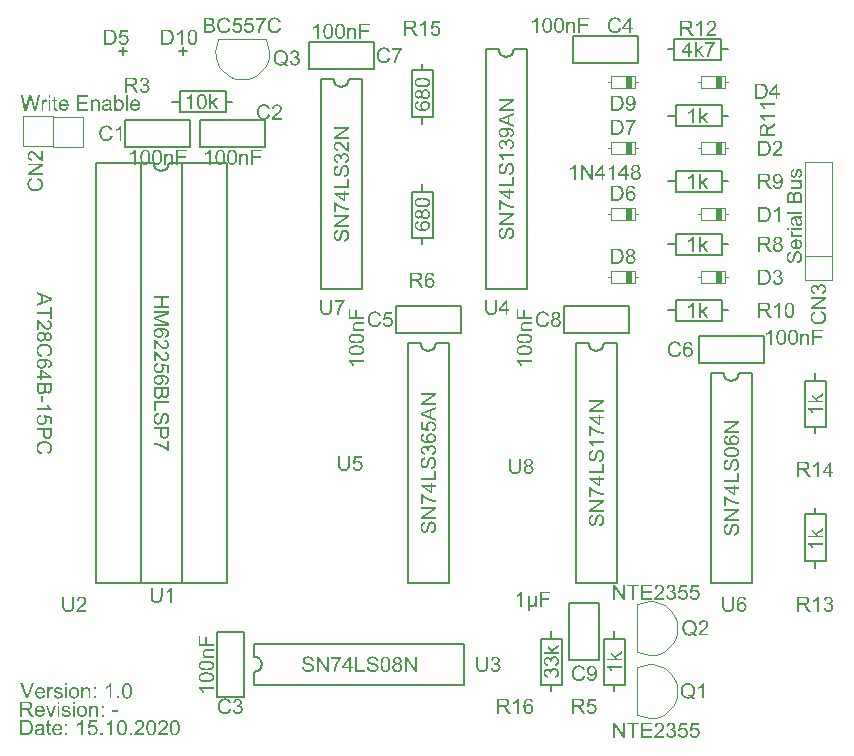
<source format=gto>
G04*
G04 #@! TF.GenerationSoftware,Altium Limited,Altium Designer,20.2.5 (213)*
G04*
G04 Layer_Color=65535*
%FSLAX25Y25*%
%MOIN*%
G70*
G04*
G04 #@! TF.SameCoordinates,E836E871-874D-4870-97CC-98E8EA56924C*
G04*
G04*
G04 #@! TF.FilePolarity,Positive*
G04*
G01*
G75*
%ADD10C,0.00787*%
%ADD11C,0.00394*%
%ADD12C,0.00591*%
%ADD13R,0.02000X0.04000*%
G36*
X262498Y223118D02*
X262527D01*
X262560Y223111D01*
X262596Y223108D01*
X262636Y223100D01*
X262723Y223078D01*
X262822Y223046D01*
X262873Y223024D01*
X262927Y223002D01*
X262978Y222973D01*
X263029Y222940D01*
X263033Y222937D01*
X263040Y222933D01*
X263055Y222922D01*
X263073Y222907D01*
X263099Y222889D01*
X263124Y222864D01*
X263153Y222838D01*
X263186Y222806D01*
X263219Y222773D01*
X263251Y222733D01*
X263288Y222689D01*
X263324Y222642D01*
X263357Y222591D01*
X263390Y222536D01*
X263422Y222478D01*
X263452Y222416D01*
Y222412D01*
X263459Y222401D01*
X263466Y222383D01*
X263473Y222358D01*
X263484Y222325D01*
X263499Y222285D01*
X263513Y222241D01*
X263524Y222194D01*
X263539Y222139D01*
X263554Y222081D01*
X263564Y222016D01*
X263579Y221950D01*
X263594Y221804D01*
X263601Y221648D01*
Y221615D01*
X263597Y221579D01*
Y221532D01*
X263590Y221470D01*
X263586Y221404D01*
X263575Y221328D01*
X263564Y221244D01*
X263550Y221157D01*
X263528Y221069D01*
X263506Y220978D01*
X263477Y220887D01*
X263444Y220800D01*
X263404Y220712D01*
X263357Y220632D01*
X263306Y220560D01*
X263302Y220556D01*
X263291Y220545D01*
X263273Y220523D01*
X263251Y220501D01*
X263219Y220472D01*
X263182Y220436D01*
X263139Y220399D01*
X263084Y220363D01*
X263026Y220323D01*
X262964Y220279D01*
X262891Y220243D01*
X262811Y220203D01*
X262727Y220166D01*
X262632Y220137D01*
X262534Y220108D01*
X262429Y220086D01*
X262334Y220698D01*
X262338D01*
X262349Y220702D01*
X262370Y220705D01*
X262396Y220709D01*
X262425Y220716D01*
X262461Y220727D01*
X262502Y220738D01*
X262542Y220753D01*
X262632Y220789D01*
X262727Y220840D01*
X262774Y220869D01*
X262818Y220902D01*
X262858Y220942D01*
X262898Y220982D01*
X262902Y220986D01*
X262906Y220993D01*
X262916Y221007D01*
X262927Y221025D01*
X262942Y221051D01*
X262960Y221080D01*
X262978Y221113D01*
X262993Y221153D01*
X263011Y221197D01*
X263029Y221248D01*
X263048Y221302D01*
X263062Y221360D01*
X263073Y221426D01*
X263084Y221495D01*
X263088Y221568D01*
X263091Y221644D01*
Y221684D01*
X263088Y221713D01*
Y221750D01*
X263080Y221790D01*
X263077Y221834D01*
X263069Y221885D01*
X263048Y221987D01*
X263018Y222092D01*
X262975Y222190D01*
X262949Y222238D01*
X262920Y222278D01*
X262916Y222281D01*
X262913Y222285D01*
X262902Y222296D01*
X262887Y222310D01*
X262851Y222343D01*
X262804Y222383D01*
X262745Y222420D01*
X262673Y222452D01*
X262636Y222467D01*
X262596Y222478D01*
X262556Y222481D01*
X262512Y222485D01*
X262509D01*
X262502D01*
X262491D01*
X262480Y222481D01*
X262440Y222474D01*
X262392Y222463D01*
X262341Y222442D01*
X262287Y222409D01*
X262261Y222387D01*
X262232Y222361D01*
X262207Y222332D01*
X262185Y222300D01*
X262181Y222292D01*
X262177Y222285D01*
X262170Y222274D01*
X262163Y222256D01*
X262152Y222234D01*
X262141Y222205D01*
X262127Y222176D01*
X262112Y222136D01*
X262098Y222092D01*
X262079Y222037D01*
X262061Y221979D01*
X262043Y221914D01*
X262021Y221841D01*
X261999Y221757D01*
X261977Y221666D01*
Y221662D01*
X261974Y221659D01*
X261970Y221637D01*
X261959Y221601D01*
X261948Y221557D01*
X261934Y221499D01*
X261915Y221437D01*
X261897Y221368D01*
X261875Y221291D01*
X261828Y221135D01*
X261777Y220978D01*
X261752Y220905D01*
X261726Y220836D01*
X261701Y220774D01*
X261679Y220720D01*
Y220716D01*
X261672Y220709D01*
X261664Y220694D01*
X261657Y220676D01*
X261643Y220654D01*
X261628Y220629D01*
X261588Y220570D01*
X261541Y220509D01*
X261482Y220443D01*
X261413Y220378D01*
X261333Y220323D01*
X261329D01*
X261322Y220316D01*
X261311Y220312D01*
X261293Y220301D01*
X261275Y220290D01*
X261249Y220279D01*
X261220Y220268D01*
X261188Y220257D01*
X261115Y220232D01*
X261031Y220210D01*
X260940Y220196D01*
X260842Y220188D01*
X260838D01*
X260831D01*
X260816D01*
X260802Y220192D01*
X260780D01*
X260754Y220196D01*
X260692Y220203D01*
X260623Y220214D01*
X260547Y220236D01*
X260470Y220261D01*
X260390Y220298D01*
X260387D01*
X260379Y220301D01*
X260368Y220308D01*
X260354Y220319D01*
X260317Y220345D01*
X260270Y220378D01*
X260216Y220421D01*
X260157Y220476D01*
X260099Y220534D01*
X260045Y220603D01*
X260041Y220611D01*
X260026Y220629D01*
X260008Y220661D01*
X259983Y220709D01*
X259953Y220763D01*
X259924Y220829D01*
X259895Y220909D01*
X259866Y220996D01*
Y221000D01*
X259862Y221007D01*
X259859Y221022D01*
X259855Y221040D01*
X259848Y221062D01*
X259841Y221091D01*
X259833Y221124D01*
X259826Y221157D01*
X259815Y221237D01*
X259801Y221328D01*
X259793Y221426D01*
X259790Y221532D01*
Y221604D01*
X259793Y221641D01*
X259797Y221684D01*
X259801Y221735D01*
X259804Y221790D01*
X259811Y221845D01*
X259819Y221906D01*
X259841Y222034D01*
X259873Y222165D01*
X259913Y222289D01*
Y222292D01*
X259921Y222303D01*
X259924Y222321D01*
X259935Y222343D01*
X259950Y222369D01*
X259964Y222398D01*
X260001Y222471D01*
X260048Y222547D01*
X260106Y222627D01*
X260172Y222700D01*
X260208Y222736D01*
X260248Y222765D01*
X260252Y222769D01*
X260259Y222773D01*
X260270Y222780D01*
X260288Y222791D01*
X260307Y222806D01*
X260332Y222820D01*
X260365Y222835D01*
X260398Y222853D01*
X260438Y222871D01*
X260478Y222889D01*
X260525Y222907D01*
X260576Y222922D01*
X260630Y222940D01*
X260685Y222958D01*
X260812Y222984D01*
X260896Y222380D01*
X260893D01*
X260885Y222376D01*
X260871D01*
X260849Y222369D01*
X260827Y222365D01*
X260798Y222354D01*
X260736Y222332D01*
X260667Y222300D01*
X260594Y222259D01*
X260521Y222205D01*
X260489Y222172D01*
X260459Y222136D01*
X260456Y222132D01*
X260452Y222128D01*
X260445Y222114D01*
X260434Y222099D01*
X260423Y222077D01*
X260408Y222056D01*
X260394Y222026D01*
X260379Y221994D01*
X260365Y221954D01*
X260350Y221914D01*
X260336Y221866D01*
X260325Y221819D01*
X260314Y221764D01*
X260307Y221706D01*
X260299Y221644D01*
Y221539D01*
X260303Y221510D01*
Y221473D01*
X260307Y221433D01*
X260310Y221390D01*
X260317Y221342D01*
X260332Y221240D01*
X260357Y221138D01*
X260376Y221091D01*
X260394Y221047D01*
X260416Y221004D01*
X260441Y220967D01*
Y220964D01*
X260449Y220960D01*
X260467Y220938D01*
X260496Y220909D01*
X260536Y220876D01*
X260583Y220844D01*
X260638Y220814D01*
X260700Y220793D01*
X260736Y220789D01*
X260769Y220785D01*
X260772D01*
X260791D01*
X260812Y220789D01*
X260842Y220796D01*
X260874Y220803D01*
X260911Y220814D01*
X260951Y220833D01*
X260987Y220858D01*
X260991Y220862D01*
X261002Y220873D01*
X261020Y220891D01*
X261046Y220916D01*
X261071Y220949D01*
X261097Y220993D01*
X261126Y221040D01*
X261151Y221098D01*
Y221102D01*
X261155Y221109D01*
X261158Y221120D01*
X261162Y221135D01*
X261169Y221153D01*
X261173Y221175D01*
X261184Y221200D01*
X261191Y221233D01*
X261202Y221273D01*
X261217Y221317D01*
X261231Y221368D01*
X261246Y221426D01*
X261264Y221491D01*
X261286Y221568D01*
X261308Y221648D01*
Y221652D01*
X261311Y221655D01*
X261315Y221677D01*
X261326Y221710D01*
X261337Y221754D01*
X261351Y221808D01*
X261369Y221870D01*
X261388Y221939D01*
X261409Y222008D01*
X261453Y222161D01*
X261504Y222314D01*
X261526Y222383D01*
X261551Y222452D01*
X261573Y222511D01*
X261595Y222565D01*
Y222569D01*
X261599Y222576D01*
X261606Y222591D01*
X261617Y222609D01*
X261628Y222631D01*
X261643Y222656D01*
X261679Y222714D01*
X261726Y222780D01*
X261781Y222846D01*
X261846Y222911D01*
X261923Y222973D01*
X261926D01*
X261934Y222980D01*
X261945Y222988D01*
X261959Y222995D01*
X261981Y223009D01*
X262006Y223020D01*
X262036Y223035D01*
X262068Y223049D01*
X262105Y223060D01*
X262145Y223075D01*
X262232Y223100D01*
X262334Y223115D01*
X262447Y223122D01*
X262451D01*
X262461D01*
X262476D01*
X262498Y223118D01*
D02*
G37*
G36*
X263521Y218812D02*
X262986D01*
X262993Y218809D01*
X263011Y218794D01*
X263044Y218769D01*
X263080Y218736D01*
X263128Y218692D01*
X263178Y218638D01*
X263237Y218579D01*
X263291Y218507D01*
X263350Y218430D01*
X263404Y218343D01*
X263459Y218248D01*
X263506Y218146D01*
X263543Y218033D01*
X263575Y217913D01*
X263594Y217790D01*
X263601Y217655D01*
Y217622D01*
X263597Y217600D01*
Y217571D01*
X263594Y217538D01*
X263590Y217498D01*
X263586Y217458D01*
X263572Y217364D01*
X263550Y217262D01*
X263521Y217156D01*
X263481Y217051D01*
Y217047D01*
X263473Y217040D01*
X263466Y217025D01*
X263459Y217003D01*
X263448Y216982D01*
X263433Y216956D01*
X263397Y216894D01*
X263350Y216825D01*
X263299Y216756D01*
X263237Y216694D01*
X263171Y216636D01*
X263168D01*
X263164Y216628D01*
X263153Y216625D01*
X263139Y216614D01*
X263120Y216603D01*
X263099Y216592D01*
X263044Y216563D01*
X262975Y216530D01*
X262895Y216497D01*
X262807Y216472D01*
X262709Y216446D01*
X262705D01*
X262702D01*
X262691Y216443D01*
X262673Y216439D01*
X262654D01*
X262629Y216436D01*
X262603Y216432D01*
X262567Y216428D01*
X262531Y216425D01*
X262487Y216421D01*
X262440Y216417D01*
X262389D01*
X262334Y216414D01*
X262272Y216410D01*
X262207D01*
X262134D01*
X259870D01*
Y217029D01*
X261897D01*
X261901D01*
X261919D01*
X261945D01*
X261974D01*
X262014D01*
X262057Y217032D01*
X262108D01*
X262159D01*
X262268Y217036D01*
X262378Y217043D01*
X262425Y217047D01*
X262472Y217054D01*
X262512Y217058D01*
X262549Y217065D01*
X262552D01*
X262560Y217069D01*
X262571Y217073D01*
X262589Y217076D01*
X262611Y217083D01*
X262632Y217094D01*
X262687Y217120D01*
X262749Y217153D01*
X262814Y217193D01*
X262876Y217247D01*
X262931Y217313D01*
Y217316D01*
X262938Y217320D01*
X262942Y217331D01*
X262953Y217345D01*
X262964Y217364D01*
X262975Y217386D01*
X263000Y217444D01*
X263026Y217509D01*
X263048Y217589D01*
X263062Y217680D01*
X263069Y217779D01*
Y217804D01*
X263066Y217826D01*
Y217851D01*
X263062Y217881D01*
X263058Y217913D01*
X263051Y217946D01*
X263033Y218026D01*
X263011Y218113D01*
X262975Y218208D01*
X262927Y218299D01*
Y218303D01*
X262920Y218310D01*
X262913Y218321D01*
X262902Y218339D01*
X262869Y218383D01*
X262825Y218434D01*
X262771Y218492D01*
X262705Y218547D01*
X262629Y218601D01*
X262542Y218645D01*
X262538D01*
X262531Y218649D01*
X262516Y218656D01*
X262494Y218659D01*
X262469Y218670D01*
X262440Y218678D01*
X262403Y218685D01*
X262359Y218696D01*
X262312Y218707D01*
X262258Y218714D01*
X262199Y218725D01*
X262138Y218732D01*
X262068Y218736D01*
X261992Y218743D01*
X261912Y218747D01*
X261828D01*
X259870D01*
Y219366D01*
X263521D01*
Y218812D01*
D02*
G37*
G36*
X262123Y215580D02*
X262152D01*
X262189Y215576D01*
X262232Y215573D01*
X262276Y215565D01*
X262378Y215547D01*
X262491Y215518D01*
X262607Y215482D01*
X262723Y215431D01*
X262727D01*
X262738Y215424D01*
X262753Y215416D01*
X262774Y215405D01*
X262800Y215391D01*
X262829Y215373D01*
X262895Y215329D01*
X262971Y215274D01*
X263048Y215212D01*
X263124Y215143D01*
X263190Y215063D01*
Y215060D01*
X263197Y215052D01*
X263204Y215041D01*
X263215Y215023D01*
X263229Y215001D01*
X263244Y214976D01*
X263262Y214947D01*
X263281Y214914D01*
X263302Y214874D01*
X263320Y214834D01*
X263364Y214739D01*
X263401Y214634D01*
X263437Y214514D01*
Y214510D01*
X263441Y214499D01*
X263444Y214481D01*
X263452Y214455D01*
X263455Y214423D01*
X263462Y214383D01*
X263470Y214339D01*
X263477Y214288D01*
X263488Y214233D01*
X263495Y214171D01*
X263503Y214102D01*
X263506Y214033D01*
X263513Y213957D01*
X263517Y213877D01*
X263521Y213789D01*
Y211784D01*
X258483D01*
Y213724D01*
X258487Y213764D01*
Y213815D01*
X258490Y213869D01*
X258498Y213935D01*
X258501Y214000D01*
X258512Y214073D01*
X258519Y214150D01*
X258548Y214302D01*
X258589Y214455D01*
X258610Y214528D01*
X258640Y214594D01*
Y214597D01*
X258647Y214608D01*
X258654Y214626D01*
X258669Y214652D01*
X258683Y214681D01*
X258705Y214714D01*
X258727Y214754D01*
X258756Y214794D01*
X258785Y214838D01*
X258822Y214881D01*
X258858Y214925D01*
X258902Y214972D01*
X258949Y215016D01*
X258996Y215060D01*
X259051Y215100D01*
X259109Y215140D01*
X259113Y215143D01*
X259124Y215147D01*
X259142Y215158D01*
X259164Y215172D01*
X259193Y215187D01*
X259229Y215201D01*
X259265Y215220D01*
X259309Y215242D01*
X259360Y215260D01*
X259411Y215278D01*
X259524Y215307D01*
X259648Y215333D01*
X259710Y215336D01*
X259775Y215340D01*
X259779D01*
X259790D01*
X259808D01*
X259830Y215336D01*
X259859D01*
X259892Y215329D01*
X259932Y215325D01*
X259972Y215318D01*
X260066Y215296D01*
X260168Y215263D01*
X260223Y215245D01*
X260274Y215220D01*
X260328Y215194D01*
X260383Y215161D01*
X260387Y215158D01*
X260394Y215154D01*
X260408Y215143D01*
X260430Y215129D01*
X260456Y215110D01*
X260481Y215089D01*
X260514Y215060D01*
X260547Y215030D01*
X260583Y214994D01*
X260620Y214958D01*
X260656Y214914D01*
X260696Y214867D01*
X260736Y214812D01*
X260772Y214757D01*
X260809Y214699D01*
X260842Y214634D01*
Y214637D01*
X260849Y214655D01*
X260856Y214677D01*
X260867Y214710D01*
X260882Y214746D01*
X260900Y214790D01*
X260922Y214841D01*
X260951Y214892D01*
X260980Y214950D01*
X261013Y215009D01*
X261049Y215067D01*
X261093Y215125D01*
X261137Y215180D01*
X261188Y215238D01*
X261242Y215289D01*
X261300Y215336D01*
X261304Y215340D01*
X261315Y215347D01*
X261333Y215358D01*
X261358Y215376D01*
X261388Y215394D01*
X261424Y215416D01*
X261468Y215438D01*
X261515Y215460D01*
X261570Y215482D01*
X261628Y215507D01*
X261690Y215526D01*
X261759Y215544D01*
X261828Y215562D01*
X261905Y215573D01*
X261981Y215580D01*
X262061Y215584D01*
X262065D01*
X262076D01*
X262098D01*
X262123Y215580D01*
D02*
G37*
G36*
X263521Y208202D02*
X258483D01*
Y208821D01*
X263521D01*
Y208202D01*
D02*
G37*
G36*
Y206808D02*
X263517D01*
X263513Y206804D01*
X263503Y206797D01*
X263488Y206793D01*
X263470Y206782D01*
X263444Y206775D01*
X263393Y206753D01*
X263324Y206731D01*
X263248Y206709D01*
X263164Y206695D01*
X263069Y206680D01*
X263073Y206677D01*
X263084Y206666D01*
X263099Y206647D01*
X263117Y206622D01*
X263142Y206589D01*
X263168Y206553D01*
X263200Y206513D01*
X263233Y206469D01*
X263266Y206418D01*
X263299Y206367D01*
X263368Y206254D01*
X263433Y206138D01*
X263459Y206076D01*
X263484Y206018D01*
Y206014D01*
X263488Y206003D01*
X263495Y205985D01*
X263503Y205963D01*
X263510Y205934D01*
X263521Y205898D01*
X263532Y205858D01*
X263543Y205814D01*
X263554Y205767D01*
X263564Y205712D01*
X263583Y205596D01*
X263597Y205472D01*
X263601Y205337D01*
Y205312D01*
X263597Y205279D01*
Y205239D01*
X263594Y205188D01*
X263586Y205130D01*
X263575Y205064D01*
X263564Y204995D01*
X263550Y204922D01*
X263528Y204849D01*
X263506Y204769D01*
X263477Y204693D01*
X263444Y204620D01*
X263404Y204544D01*
X263361Y204478D01*
X263310Y204413D01*
X263306Y204409D01*
X263295Y204398D01*
X263281Y204383D01*
X263255Y204362D01*
X263226Y204340D01*
X263193Y204311D01*
X263153Y204281D01*
X263106Y204252D01*
X263055Y204223D01*
X262997Y204194D01*
X262935Y204165D01*
X262869Y204143D01*
X262796Y204121D01*
X262723Y204107D01*
X262644Y204096D01*
X262560Y204092D01*
X262556D01*
X262549D01*
X262534D01*
X262512Y204096D01*
X262491D01*
X262461Y204099D01*
X262396Y204107D01*
X262323Y204121D01*
X262239Y204143D01*
X262156Y204172D01*
X262072Y204212D01*
X262068D01*
X262061Y204220D01*
X262050Y204223D01*
X262036Y204234D01*
X261996Y204260D01*
X261945Y204296D01*
X261886Y204343D01*
X261828Y204398D01*
X261770Y204460D01*
X261715Y204529D01*
Y204533D01*
X261708Y204540D01*
X261701Y204551D01*
X261693Y204565D01*
X261683Y204584D01*
X261668Y204606D01*
X261639Y204660D01*
X261606Y204726D01*
X261573Y204802D01*
X261541Y204886D01*
X261511Y204977D01*
Y204980D01*
X261508Y204984D01*
Y204995D01*
X261504Y205010D01*
X261501Y205031D01*
X261493Y205053D01*
X261490Y205082D01*
X261482Y205115D01*
X261475Y205152D01*
X261468Y205191D01*
X261460Y205235D01*
X261453Y205286D01*
X261446Y205341D01*
X261435Y205399D01*
X261428Y205461D01*
X261420Y205526D01*
Y205534D01*
X261417Y205545D01*
Y205559D01*
X261409Y205599D01*
X261406Y205650D01*
X261395Y205712D01*
X261384Y205781D01*
X261373Y205861D01*
X261358Y205945D01*
X261344Y206032D01*
X261329Y206123D01*
X261293Y206305D01*
X261271Y206396D01*
X261249Y206480D01*
X261227Y206557D01*
X261206Y206629D01*
X261198D01*
X261184D01*
X261166D01*
X261140Y206633D01*
X261086D01*
X261064D01*
X261046D01*
X261042D01*
X261027D01*
X261009D01*
X260984Y206629D01*
X260954D01*
X260918Y206622D01*
X260838Y206611D01*
X260751Y206589D01*
X260660Y206557D01*
X260620Y206538D01*
X260580Y206513D01*
X260547Y206487D01*
X260514Y206455D01*
X260510Y206451D01*
X260503Y206444D01*
X260496Y206429D01*
X260481Y206411D01*
X260467Y206385D01*
X260449Y206356D01*
X260427Y206320D01*
X260408Y206280D01*
X260390Y206233D01*
X260368Y206178D01*
X260350Y206123D01*
X260336Y206058D01*
X260321Y205989D01*
X260310Y205916D01*
X260307Y205836D01*
X260303Y205752D01*
Y205712D01*
X260307Y205679D01*
Y205643D01*
X260310Y205603D01*
X260317Y205556D01*
X260321Y205508D01*
X260339Y205403D01*
X260368Y205297D01*
X260408Y205195D01*
X260430Y205148D01*
X260459Y205108D01*
Y205104D01*
X260467Y205100D01*
X260478Y205090D01*
X260489Y205075D01*
X260507Y205057D01*
X260529Y205039D01*
X260554Y205017D01*
X260583Y204991D01*
X260620Y204966D01*
X260660Y204940D01*
X260703Y204915D01*
X260751Y204893D01*
X260805Y204868D01*
X260863Y204842D01*
X260929Y204820D01*
X260998Y204802D01*
X260914Y204198D01*
X260911D01*
X260896Y204201D01*
X260878Y204205D01*
X260849Y204212D01*
X260816Y204223D01*
X260780Y204234D01*
X260736Y204245D01*
X260692Y204263D01*
X260591Y204300D01*
X260489Y204347D01*
X260383Y204402D01*
X260288Y204467D01*
X260285Y204471D01*
X260278Y204474D01*
X260266Y204485D01*
X260248Y204504D01*
X260230Y204522D01*
X260205Y204547D01*
X260179Y204573D01*
X260154Y204606D01*
X260125Y204642D01*
X260092Y204686D01*
X260063Y204729D01*
X260034Y204777D01*
X260001Y204831D01*
X259972Y204886D01*
X259946Y204948D01*
X259921Y205013D01*
Y205017D01*
X259913Y205028D01*
X259910Y205050D01*
X259899Y205075D01*
X259892Y205111D01*
X259881Y205152D01*
X259866Y205199D01*
X259855Y205250D01*
X259844Y205308D01*
X259830Y205374D01*
X259819Y205443D01*
X259811Y205516D01*
X259801Y205592D01*
X259797Y205672D01*
X259790Y205843D01*
Y205920D01*
X259793Y205960D01*
X259797Y206007D01*
X259801Y206058D01*
X259804Y206112D01*
X259819Y206233D01*
X259837Y206360D01*
X259866Y206484D01*
X259884Y206546D01*
X259903Y206600D01*
Y206604D01*
X259906Y206615D01*
X259913Y206629D01*
X259921Y206647D01*
X259932Y206673D01*
X259946Y206698D01*
X259979Y206764D01*
X260019Y206833D01*
X260066Y206906D01*
X260117Y206972D01*
X260179Y207030D01*
X260183D01*
X260187Y207037D01*
X260197Y207044D01*
X260208Y207052D01*
X260245Y207077D01*
X260296Y207106D01*
X260357Y207139D01*
X260427Y207168D01*
X260510Y207197D01*
X260601Y207223D01*
X260609D01*
X260620Y207226D01*
X260630D01*
X260649Y207230D01*
X260674Y207234D01*
X260700Y207237D01*
X260733Y207241D01*
X260769D01*
X260809Y207244D01*
X260856Y207248D01*
X260907Y207252D01*
X260965D01*
X261027Y207255D01*
X261097D01*
X261169D01*
X261992D01*
X261996D01*
X262003D01*
X262014D01*
X262028D01*
X262050D01*
X262072D01*
X262130D01*
X262199D01*
X262276Y207259D01*
X262363D01*
X262451D01*
X262636Y207263D01*
X262727Y207266D01*
X262818Y207270D01*
X262898Y207274D01*
X262971Y207281D01*
X263033Y207284D01*
X263062Y207288D01*
X263084Y207292D01*
X263088D01*
X263095Y207295D01*
X263106D01*
X263124Y207299D01*
X263142Y207306D01*
X263168Y207310D01*
X263226Y207328D01*
X263291Y207350D01*
X263364Y207376D01*
X263441Y207412D01*
X263521Y207452D01*
Y206808D01*
D02*
G37*
G36*
Y202742D02*
X259870D01*
Y203361D01*
X263521D01*
Y202742D01*
D02*
G37*
G36*
X259193D02*
X258483D01*
Y203361D01*
X259193D01*
Y202742D01*
D02*
G37*
G36*
X260561Y202152D02*
Y202149D01*
X260554Y202141D01*
X260550Y202130D01*
X260540Y202112D01*
X260532Y202094D01*
X260521Y202068D01*
X260496Y202010D01*
X260470Y201945D01*
X260452Y201868D01*
X260438Y201784D01*
X260430Y201701D01*
Y201668D01*
X260438Y201628D01*
X260445Y201581D01*
X260459Y201526D01*
X260481Y201464D01*
X260514Y201402D01*
X260554Y201340D01*
X260561Y201333D01*
X260576Y201315D01*
X260605Y201286D01*
X260642Y201253D01*
X260689Y201213D01*
X260747Y201177D01*
X260816Y201140D01*
X260893Y201111D01*
X260896D01*
X260907Y201107D01*
X260925Y201100D01*
X260951Y201097D01*
X260980Y201089D01*
X261016Y201078D01*
X261060Y201071D01*
X261104Y201060D01*
X261158Y201049D01*
X261213Y201042D01*
X261271Y201035D01*
X261333Y201024D01*
X261468Y201013D01*
X261613Y201009D01*
X263521D01*
Y200390D01*
X259870D01*
Y200947D01*
X260430D01*
X260427Y200951D01*
X260412Y200958D01*
X260394Y200969D01*
X260368Y200984D01*
X260336Y201002D01*
X260299Y201024D01*
X260219Y201075D01*
X260136Y201137D01*
X260048Y201202D01*
X260012Y201235D01*
X259975Y201268D01*
X259943Y201304D01*
X259917Y201337D01*
Y201340D01*
X259910Y201344D01*
X259906Y201355D01*
X259895Y201370D01*
X259877Y201406D01*
X259852Y201453D01*
X259830Y201515D01*
X259808Y201581D01*
X259793Y201653D01*
X259790Y201733D01*
Y201766D01*
X259793Y201788D01*
X259797Y201817D01*
X259801Y201850D01*
X259808Y201886D01*
X259815Y201930D01*
X259826Y201977D01*
X259837Y202028D01*
X259873Y202134D01*
X259895Y202192D01*
X259924Y202250D01*
X259953Y202309D01*
X259990Y202371D01*
X260561Y202152D01*
D02*
G37*
G36*
X261813Y199637D02*
X261854D01*
Y196914D01*
X261861D01*
X261879Y196918D01*
X261912D01*
X261952Y196925D01*
X262003Y196932D01*
X262061Y196940D01*
X262123Y196954D01*
X262192Y196969D01*
X262268Y196987D01*
X262341Y197012D01*
X262418Y197038D01*
X262494Y197071D01*
X262571Y197107D01*
X262644Y197151D01*
X262713Y197198D01*
X262774Y197253D01*
X262778Y197256D01*
X262789Y197267D01*
X262804Y197285D01*
X262825Y197307D01*
X262847Y197336D01*
X262873Y197373D01*
X262902Y197416D01*
X262931Y197464D01*
X262964Y197515D01*
X262989Y197573D01*
X263018Y197635D01*
X263040Y197704D01*
X263062Y197777D01*
X263077Y197853D01*
X263088Y197933D01*
X263091Y198017D01*
Y198050D01*
X263088Y198075D01*
X263084Y198104D01*
X263080Y198137D01*
X263077Y198177D01*
X263069Y198217D01*
X263048Y198308D01*
X263015Y198407D01*
X262997Y198458D01*
X262971Y198505D01*
X262946Y198552D01*
X262913Y198600D01*
X262909Y198603D01*
X262906Y198610D01*
X262895Y198621D01*
X262880Y198640D01*
X262858Y198661D01*
X262836Y198683D01*
X262807Y198709D01*
X262774Y198738D01*
X262735Y198767D01*
X262694Y198800D01*
X262647Y198829D01*
X262596Y198862D01*
X262538Y198894D01*
X262476Y198923D01*
X262410Y198953D01*
X262338Y198982D01*
X262421Y199619D01*
X262429D01*
X262447Y199611D01*
X262476Y199601D01*
X262512Y199590D01*
X262560Y199571D01*
X262614Y199549D01*
X262676Y199524D01*
X262742Y199491D01*
X262807Y199455D01*
X262880Y199415D01*
X262953Y199367D01*
X263026Y199317D01*
X263095Y199262D01*
X263164Y199200D01*
X263229Y199131D01*
X263291Y199058D01*
X263295Y199055D01*
X263306Y199040D01*
X263320Y199018D01*
X263339Y198985D01*
X263364Y198945D01*
X263390Y198894D01*
X263419Y198840D01*
X263444Y198774D01*
X263473Y198701D01*
X263503Y198625D01*
X263528Y198538D01*
X263554Y198447D01*
X263572Y198348D01*
X263586Y198243D01*
X263597Y198130D01*
X263601Y198013D01*
Y197977D01*
X263597Y197959D01*
Y197937D01*
X263594Y197882D01*
X263586Y197813D01*
X263575Y197737D01*
X263561Y197649D01*
X263539Y197555D01*
X263513Y197457D01*
X263481Y197351D01*
X263441Y197245D01*
X263393Y197140D01*
X263339Y197034D01*
X263273Y196932D01*
X263197Y196834D01*
X263109Y196743D01*
X263102Y196739D01*
X263088Y196725D01*
X263058Y196699D01*
X263018Y196670D01*
X262967Y196634D01*
X262906Y196598D01*
X262836Y196554D01*
X262753Y196510D01*
X262658Y196466D01*
X262556Y196426D01*
X262443Y196386D01*
X262319Y196350D01*
X262185Y196321D01*
X262043Y196299D01*
X261890Y196281D01*
X261726Y196277D01*
X261722D01*
X261715D01*
X261704D01*
X261686D01*
X261664Y196281D01*
X261639D01*
X261610D01*
X261573Y196284D01*
X261497Y196292D01*
X261409Y196303D01*
X261311Y196317D01*
X261202Y196335D01*
X261093Y196361D01*
X260976Y196394D01*
X260856Y196430D01*
X260736Y196477D01*
X260620Y196532D01*
X260507Y196594D01*
X260398Y196667D01*
X260299Y196750D01*
X260292Y196758D01*
X260278Y196772D01*
X260252Y196798D01*
X260219Y196838D01*
X260179Y196885D01*
X260139Y196940D01*
X260092Y197005D01*
X260045Y197082D01*
X259997Y197165D01*
X259950Y197260D01*
X259906Y197358D01*
X259870Y197467D01*
X259837Y197588D01*
X259811Y197711D01*
X259797Y197842D01*
X259790Y197981D01*
Y198013D01*
X259793Y198050D01*
X259797Y198101D01*
X259804Y198166D01*
X259815Y198235D01*
X259830Y198316D01*
X259852Y198403D01*
X259877Y198498D01*
X259910Y198592D01*
X259950Y198694D01*
X260001Y198792D01*
X260055Y198894D01*
X260125Y198989D01*
X260201Y199084D01*
X260288Y199175D01*
X260296Y199178D01*
X260310Y199196D01*
X260339Y199218D01*
X260379Y199247D01*
X260430Y199284D01*
X260492Y199324D01*
X260565Y199364D01*
X260649Y199408D01*
X260743Y199451D01*
X260849Y199495D01*
X260965Y199531D01*
X261089Y199568D01*
X261224Y199597D01*
X261369Y199622D01*
X261526Y199637D01*
X261690Y199641D01*
X261693D01*
X261701D01*
X261712D01*
X261730D01*
X261755D01*
X261781D01*
X261813Y199637D01*
D02*
G37*
G36*
X262167Y195647D02*
X262203Y195644D01*
X262243Y195640D01*
X262290Y195633D01*
X262345Y195622D01*
X262400Y195611D01*
X262461Y195593D01*
X262523Y195575D01*
X262589Y195553D01*
X262654Y195527D01*
X262723Y195495D01*
X262789Y195458D01*
X262858Y195418D01*
X262862Y195414D01*
X262873Y195407D01*
X262891Y195393D01*
X262916Y195374D01*
X262946Y195353D01*
X262982Y195324D01*
X263018Y195291D01*
X263058Y195251D01*
X263102Y195207D01*
X263146Y195156D01*
X263193Y195101D01*
X263240Y195043D01*
X263284Y194981D01*
X263328Y194912D01*
X263368Y194839D01*
X263408Y194759D01*
X263411Y194756D01*
X263415Y194741D01*
X263426Y194716D01*
X263437Y194683D01*
X263452Y194643D01*
X263470Y194596D01*
X263488Y194541D01*
X263506Y194479D01*
X263524Y194410D01*
X263543Y194333D01*
X263557Y194253D01*
X263575Y194170D01*
X263586Y194082D01*
X263597Y193988D01*
X263601Y193889D01*
X263604Y193791D01*
Y193726D01*
X263601Y193678D01*
X263597Y193620D01*
X263594Y193551D01*
X263586Y193474D01*
X263579Y193391D01*
X263568Y193303D01*
X263557Y193212D01*
X263521Y193019D01*
X263499Y192921D01*
X263473Y192826D01*
X263441Y192732D01*
X263408Y192644D01*
X263404Y192641D01*
X263397Y192623D01*
X263386Y192601D01*
X263371Y192568D01*
X263350Y192528D01*
X263324Y192484D01*
X263291Y192433D01*
X263259Y192382D01*
X263219Y192324D01*
X263175Y192266D01*
X263124Y192204D01*
X263069Y192146D01*
X263011Y192084D01*
X262949Y192026D01*
X262880Y191971D01*
X262807Y191920D01*
X262804Y191916D01*
X262789Y191909D01*
X262767Y191895D01*
X262738Y191880D01*
X262698Y191858D01*
X262654Y191836D01*
X262603Y191811D01*
X262545Y191789D01*
X262480Y191764D01*
X262410Y191738D01*
X262334Y191716D01*
X262258Y191694D01*
X262174Y191676D01*
X262087Y191662D01*
X261996Y191651D01*
X261901Y191647D01*
X261846Y192277D01*
X261850D01*
X261864Y192280D01*
X261883D01*
X261908Y192288D01*
X261941Y192291D01*
X261981Y192299D01*
X262021Y192310D01*
X262068Y192321D01*
X262167Y192346D01*
X262272Y192382D01*
X262374Y192426D01*
X262472Y192481D01*
X262476Y192484D01*
X262483Y192488D01*
X262494Y192499D01*
X262512Y192513D01*
X262534Y192528D01*
X262556Y192550D01*
X262582Y192575D01*
X262611Y192604D01*
X262640Y192637D01*
X262673Y192677D01*
X262705Y192717D01*
X262738Y192765D01*
X262771Y192812D01*
X262804Y192867D01*
X262833Y192925D01*
X262862Y192987D01*
Y192990D01*
X262869Y193001D01*
X262876Y193023D01*
X262884Y193049D01*
X262895Y193081D01*
X262909Y193118D01*
X262924Y193165D01*
X262935Y193212D01*
X262949Y193267D01*
X262964Y193329D01*
X262975Y193391D01*
X262989Y193460D01*
X263004Y193605D01*
X263011Y193762D01*
Y193798D01*
X263007Y193827D01*
Y193860D01*
X263004Y193897D01*
X263000Y193940D01*
X262997Y193988D01*
X262982Y194093D01*
X262964Y194206D01*
X262935Y194319D01*
X262898Y194432D01*
Y194435D01*
X262895Y194446D01*
X262887Y194461D01*
X262876Y194479D01*
X262865Y194504D01*
X262851Y194530D01*
X262818Y194596D01*
X262774Y194665D01*
X262720Y194737D01*
X262658Y194807D01*
X262589Y194865D01*
X262585D01*
X262578Y194872D01*
X262567Y194879D01*
X262552Y194887D01*
X262534Y194898D01*
X262512Y194912D01*
X262458Y194938D01*
X262396Y194963D01*
X262323Y194989D01*
X262239Y195003D01*
X262156Y195010D01*
X262152D01*
X262145D01*
X262134D01*
X262116Y195007D01*
X262094D01*
X262072Y195003D01*
X262014Y194992D01*
X261952Y194978D01*
X261883Y194952D01*
X261813Y194916D01*
X261744Y194869D01*
X261741D01*
X261737Y194861D01*
X261715Y194843D01*
X261683Y194807D01*
X261661Y194785D01*
X261639Y194759D01*
X261617Y194730D01*
X261592Y194697D01*
X261566Y194661D01*
X261541Y194617D01*
X261515Y194574D01*
X261490Y194523D01*
X261468Y194472D01*
X261442Y194413D01*
Y194410D01*
X261439Y194403D01*
X261435Y194392D01*
X261428Y194370D01*
X261420Y194344D01*
X261409Y194315D01*
X261399Y194275D01*
X261384Y194228D01*
X261366Y194170D01*
X261348Y194108D01*
X261329Y194035D01*
X261308Y193951D01*
X261282Y193860D01*
X261257Y193755D01*
X261227Y193642D01*
X261198Y193518D01*
Y193514D01*
X261195Y193511D01*
Y193500D01*
X261191Y193489D01*
X261180Y193453D01*
X261169Y193405D01*
X261155Y193351D01*
X261137Y193285D01*
X261118Y193212D01*
X261097Y193140D01*
X261049Y192979D01*
X260995Y192819D01*
X260965Y192743D01*
X260936Y192670D01*
X260911Y192608D01*
X260882Y192550D01*
X260878Y192546D01*
X260874Y192535D01*
X260863Y192517D01*
X260849Y192492D01*
X260831Y192462D01*
X260805Y192426D01*
X260780Y192390D01*
X260751Y192346D01*
X260685Y192259D01*
X260605Y192171D01*
X260514Y192084D01*
X260463Y192048D01*
X260412Y192011D01*
X260408Y192007D01*
X260398Y192004D01*
X260383Y191997D01*
X260361Y191986D01*
X260336Y191971D01*
X260307Y191956D01*
X260270Y191942D01*
X260230Y191924D01*
X260183Y191909D01*
X260136Y191891D01*
X260030Y191866D01*
X259913Y191844D01*
X259852Y191840D01*
X259786Y191836D01*
X259782D01*
X259768D01*
X259750D01*
X259720Y191840D01*
X259688Y191844D01*
X259648Y191847D01*
X259604Y191855D01*
X259553Y191862D01*
X259499Y191876D01*
X259444Y191887D01*
X259386Y191905D01*
X259324Y191927D01*
X259262Y191953D01*
X259200Y191982D01*
X259135Y192015D01*
X259073Y192051D01*
X259069Y192055D01*
X259058Y192062D01*
X259040Y192073D01*
X259018Y192091D01*
X258989Y192113D01*
X258960Y192142D01*
X258923Y192175D01*
X258887Y192211D01*
X258847Y192251D01*
X258803Y192299D01*
X258763Y192350D01*
X258719Y192408D01*
X258680Y192470D01*
X258640Y192535D01*
X258603Y192604D01*
X258570Y192681D01*
X258567Y192684D01*
X258563Y192699D01*
X258556Y192721D01*
X258541Y192754D01*
X258530Y192794D01*
X258516Y192837D01*
X258498Y192892D01*
X258483Y192954D01*
X258465Y193019D01*
X258450Y193088D01*
X258436Y193165D01*
X258421Y193245D01*
X258410Y193332D01*
X258403Y193420D01*
X258399Y193511D01*
X258396Y193605D01*
Y193660D01*
X258399Y193700D01*
Y193747D01*
X258406Y193806D01*
X258410Y193868D01*
X258417Y193940D01*
X258428Y194013D01*
X258439Y194093D01*
X258472Y194257D01*
X258494Y194344D01*
X258516Y194428D01*
X258545Y194512D01*
X258578Y194592D01*
X258581Y194596D01*
X258585Y194610D01*
X258596Y194632D01*
X258610Y194661D01*
X258629Y194697D01*
X258654Y194737D01*
X258680Y194785D01*
X258712Y194832D01*
X258745Y194887D01*
X258785Y194938D01*
X258829Y194992D01*
X258876Y195047D01*
X258927Y195101D01*
X258985Y195152D01*
X259044Y195203D01*
X259109Y195247D01*
X259113Y195251D01*
X259124Y195258D01*
X259145Y195269D01*
X259171Y195283D01*
X259204Y195302D01*
X259244Y195324D01*
X259287Y195342D01*
X259338Y195367D01*
X259393Y195389D01*
X259455Y195411D01*
X259520Y195433D01*
X259590Y195451D01*
X259662Y195469D01*
X259739Y195484D01*
X259819Y195491D01*
X259899Y195498D01*
X259946Y194858D01*
X259939D01*
X259924Y194854D01*
X259899Y194850D01*
X259866Y194843D01*
X259830Y194836D01*
X259782Y194825D01*
X259732Y194810D01*
X259677Y194792D01*
X259619Y194774D01*
X259560Y194748D01*
X259502Y194719D01*
X259440Y194686D01*
X259382Y194650D01*
X259327Y194606D01*
X259273Y194559D01*
X259226Y194508D01*
X259222Y194504D01*
X259215Y194494D01*
X259204Y194479D01*
X259186Y194454D01*
X259167Y194421D01*
X259149Y194384D01*
X259127Y194341D01*
X259102Y194290D01*
X259080Y194231D01*
X259058Y194166D01*
X259040Y194093D01*
X259018Y194017D01*
X259003Y193929D01*
X258993Y193838D01*
X258985Y193740D01*
X258982Y193634D01*
Y193576D01*
X258985Y193536D01*
X258989Y193485D01*
X258993Y193431D01*
X259000Y193365D01*
X259011Y193300D01*
X259036Y193154D01*
X259054Y193081D01*
X259076Y193008D01*
X259102Y192939D01*
X259131Y192870D01*
X259164Y192808D01*
X259204Y192754D01*
X259207Y192750D01*
X259215Y192743D01*
X259226Y192728D01*
X259244Y192710D01*
X259265Y192692D01*
X259291Y192666D01*
X259320Y192644D01*
X259353Y192619D01*
X259389Y192594D01*
X259433Y192568D01*
X259524Y192524D01*
X259571Y192506D01*
X259626Y192492D01*
X259681Y192484D01*
X259739Y192481D01*
X259742D01*
X259750D01*
X259764D01*
X259782Y192484D01*
X259808Y192488D01*
X259833Y192492D01*
X259895Y192506D01*
X259968Y192528D01*
X260041Y192561D01*
X260081Y192583D01*
X260117Y192612D01*
X260154Y192641D01*
X260187Y192674D01*
X260190Y192677D01*
X260194Y192684D01*
X260205Y192695D01*
X260216Y192717D01*
X260234Y192743D01*
X260252Y192779D01*
X260274Y192819D01*
X260299Y192870D01*
X260325Y192932D01*
X260354Y193001D01*
X260383Y193085D01*
X260416Y193176D01*
X260449Y193281D01*
X260481Y193398D01*
X260514Y193529D01*
X260550Y193675D01*
Y193678D01*
X260554Y193685D01*
Y193696D01*
X260558Y193711D01*
X260561Y193729D01*
X260569Y193751D01*
X260580Y193806D01*
X260598Y193871D01*
X260616Y193948D01*
X260634Y194031D01*
X260660Y194119D01*
X260707Y194304D01*
X260733Y194395D01*
X260762Y194486D01*
X260787Y194574D01*
X260816Y194654D01*
X260842Y194727D01*
X260867Y194788D01*
X260871Y194792D01*
X260878Y194807D01*
X260889Y194832D01*
X260904Y194861D01*
X260925Y194898D01*
X260947Y194938D01*
X260976Y194985D01*
X261009Y195036D01*
X261042Y195087D01*
X261082Y195141D01*
X261169Y195251D01*
X261271Y195353D01*
X261326Y195396D01*
X261384Y195440D01*
X261388Y195444D01*
X261399Y195451D01*
X261417Y195458D01*
X261439Y195473D01*
X261468Y195487D01*
X261504Y195505D01*
X261544Y195527D01*
X261588Y195545D01*
X261639Y195564D01*
X261693Y195586D01*
X261752Y195604D01*
X261817Y195618D01*
X261883Y195633D01*
X261952Y195644D01*
X262021Y195647D01*
X262098Y195651D01*
X262101D01*
X262116D01*
X262138D01*
X262167Y195647D01*
D02*
G37*
G36*
X13517Y180107D02*
Y179393D01*
X8479Y177333D01*
Y178090D01*
X10005Y178673D01*
Y180788D01*
X8479Y181337D01*
Y182040D01*
X13517Y180107D01*
D02*
G37*
G36*
Y173187D02*
X12924D01*
Y174854D01*
X8479D01*
Y175521D01*
X12924D01*
Y177180D01*
X13517D01*
Y173187D01*
D02*
G37*
G36*
X8559Y172827D02*
X8618Y172823D01*
X8680Y172816D01*
X8752Y172805D01*
X8829Y172787D01*
X8905Y172761D01*
X8909D01*
X8920Y172754D01*
X8938Y172747D01*
X8963Y172736D01*
X8996Y172725D01*
X9033Y172707D01*
X9073Y172685D01*
X9116Y172663D01*
X9167Y172638D01*
X9218Y172605D01*
X9331Y172536D01*
X9451Y172452D01*
X9575Y172354D01*
X9579Y172350D01*
X9589Y172339D01*
X9608Y172325D01*
X9633Y172303D01*
X9666Y172274D01*
X9702Y172237D01*
X9746Y172197D01*
X9793Y172146D01*
X9848Y172092D01*
X9906Y172033D01*
X9968Y171968D01*
X10037Y171895D01*
X10106Y171815D01*
X10179Y171731D01*
X10256Y171640D01*
X10336Y171546D01*
X10339Y171542D01*
X10343Y171535D01*
X10354Y171524D01*
X10365Y171509D01*
X10383Y171491D01*
X10401Y171469D01*
X10448Y171415D01*
X10503Y171345D01*
X10572Y171273D01*
X10645Y171189D01*
X10725Y171101D01*
X10809Y171007D01*
X10896Y170916D01*
X10984Y170821D01*
X11075Y170734D01*
X11162Y170647D01*
X11246Y170570D01*
X11329Y170497D01*
X11406Y170439D01*
X11410Y170435D01*
X11424Y170428D01*
X11446Y170414D01*
X11471Y170392D01*
X11508Y170370D01*
X11548Y170348D01*
X11595Y170319D01*
X11646Y170293D01*
X11701Y170268D01*
X11759Y170239D01*
X11886Y170192D01*
X11952Y170173D01*
X12017Y170159D01*
X12083Y170151D01*
X12148Y170148D01*
X12152D01*
X12167D01*
X12185D01*
X12210Y170151D01*
X12243Y170155D01*
X12280Y170162D01*
X12319Y170170D01*
X12363Y170181D01*
X12410Y170195D01*
X12461Y170213D01*
X12512Y170235D01*
X12563Y170261D01*
X12618Y170290D01*
X12669Y170326D01*
X12720Y170366D01*
X12767Y170414D01*
X12771Y170417D01*
X12778Y170424D01*
X12789Y170439D01*
X12807Y170461D01*
X12825Y170486D01*
X12847Y170519D01*
X12873Y170555D01*
X12895Y170596D01*
X12920Y170643D01*
X12942Y170694D01*
X12964Y170752D01*
X12982Y170810D01*
X13000Y170876D01*
X13011Y170945D01*
X13018Y171018D01*
X13022Y171094D01*
Y171138D01*
X13018Y171167D01*
X13015Y171207D01*
X13007Y171251D01*
X13000Y171298D01*
X12989Y171353D01*
X12975Y171407D01*
X12957Y171466D01*
X12935Y171524D01*
X12909Y171586D01*
X12876Y171644D01*
X12840Y171702D01*
X12800Y171760D01*
X12753Y171811D01*
X12749Y171815D01*
X12742Y171822D01*
X12723Y171837D01*
X12705Y171851D01*
X12676Y171873D01*
X12643Y171895D01*
X12603Y171921D01*
X12560Y171942D01*
X12512Y171968D01*
X12454Y171993D01*
X12396Y172015D01*
X12330Y172037D01*
X12258Y172052D01*
X12181Y172066D01*
X12101Y172073D01*
X12014Y172077D01*
X12079Y172714D01*
X12083D01*
X12087D01*
X12098Y172710D01*
X12112D01*
X12148Y172707D01*
X12196Y172696D01*
X12254Y172685D01*
X12323Y172670D01*
X12400Y172652D01*
X12480Y172630D01*
X12567Y172601D01*
X12654Y172569D01*
X12745Y172528D01*
X12836Y172481D01*
X12924Y172430D01*
X13007Y172368D01*
X13088Y172303D01*
X13160Y172226D01*
X13164Y172223D01*
X13175Y172208D01*
X13197Y172183D01*
X13219Y172150D01*
X13248Y172106D01*
X13281Y172055D01*
X13313Y171993D01*
X13350Y171924D01*
X13382Y171844D01*
X13415Y171760D01*
X13448Y171666D01*
X13477Y171564D01*
X13502Y171455D01*
X13521Y171338D01*
X13532Y171214D01*
X13535Y171083D01*
Y171051D01*
X13532Y171014D01*
X13528Y170963D01*
X13524Y170901D01*
X13513Y170832D01*
X13502Y170752D01*
X13484Y170668D01*
X13463Y170577D01*
X13437Y170486D01*
X13404Y170388D01*
X13364Y170293D01*
X13317Y170199D01*
X13266Y170108D01*
X13204Y170020D01*
X13131Y169937D01*
X13128Y169933D01*
X13113Y169919D01*
X13091Y169897D01*
X13058Y169871D01*
X13022Y169839D01*
X12975Y169802D01*
X12920Y169762D01*
X12858Y169722D01*
X12789Y169686D01*
X12713Y169646D01*
X12629Y169609D01*
X12541Y169576D01*
X12447Y169551D01*
X12349Y169529D01*
X12243Y169515D01*
X12134Y169511D01*
X12130D01*
X12119D01*
X12105D01*
X12083D01*
X12054Y169515D01*
X12025Y169518D01*
X11988Y169522D01*
X11948Y169525D01*
X11857Y169540D01*
X11755Y169562D01*
X11650Y169595D01*
X11541Y169635D01*
X11537D01*
X11526Y169642D01*
X11511Y169649D01*
X11490Y169660D01*
X11464Y169671D01*
X11431Y169689D01*
X11395Y169707D01*
X11355Y169733D01*
X11311Y169758D01*
X11264Y169788D01*
X11158Y169860D01*
X11104Y169900D01*
X11045Y169944D01*
X10987Y169995D01*
X10925Y170046D01*
X10922Y170050D01*
X10911Y170061D01*
X10893Y170075D01*
X10867Y170100D01*
X10834Y170133D01*
X10794Y170173D01*
X10747Y170217D01*
X10692Y170272D01*
X10634Y170334D01*
X10569Y170406D01*
X10496Y170483D01*
X10416Y170570D01*
X10332Y170665D01*
X10241Y170767D01*
X10143Y170879D01*
X10041Y171000D01*
X10037Y171007D01*
X10019Y171025D01*
X9997Y171051D01*
X9964Y171087D01*
X9928Y171134D01*
X9884Y171182D01*
X9837Y171236D01*
X9786Y171294D01*
X9680Y171418D01*
X9626Y171476D01*
X9575Y171535D01*
X9524Y171589D01*
X9480Y171637D01*
X9440Y171680D01*
X9404Y171713D01*
X9397Y171720D01*
X9375Y171739D01*
X9342Y171768D01*
X9302Y171804D01*
X9251Y171844D01*
X9196Y171888D01*
X9134Y171932D01*
X9073Y171971D01*
Y169504D01*
X8479D01*
Y172830D01*
X8483D01*
X8490D01*
X8501D01*
X8516D01*
X8538D01*
X8559Y172827D01*
D02*
G37*
G36*
X10019Y168845D02*
X10059Y168841D01*
X10110Y168834D01*
X10165Y168826D01*
X10223Y168816D01*
X10285Y168805D01*
X10354Y168787D01*
X10419Y168768D01*
X10489Y168743D01*
X10558Y168714D01*
X10627Y168681D01*
X10692Y168644D01*
X10758Y168601D01*
X10762Y168597D01*
X10773Y168590D01*
X10791Y168575D01*
X10813Y168553D01*
X10838Y168528D01*
X10871Y168495D01*
X10904Y168459D01*
X10940Y168419D01*
X10976Y168368D01*
X11013Y168317D01*
X11053Y168259D01*
X11089Y168193D01*
X11122Y168124D01*
X11155Y168051D01*
X11184Y167971D01*
X11209Y167887D01*
Y167891D01*
X11217Y167906D01*
X11224Y167924D01*
X11235Y167949D01*
X11249Y167982D01*
X11268Y168018D01*
X11289Y168059D01*
X11311Y168102D01*
X11370Y168197D01*
X11439Y168291D01*
X11519Y168383D01*
X11562Y168422D01*
X11610Y168459D01*
X11613Y168463D01*
X11621Y168466D01*
X11635Y168477D01*
X11657Y168488D01*
X11682Y168503D01*
X11712Y168517D01*
X11748Y168535D01*
X11788Y168550D01*
X11832Y168568D01*
X11879Y168586D01*
X11930Y168601D01*
X11985Y168615D01*
X12105Y168637D01*
X12170Y168641D01*
X12236Y168644D01*
X12243D01*
X12261D01*
X12290Y168641D01*
X12327Y168637D01*
X12374Y168634D01*
X12429Y168623D01*
X12491Y168612D01*
X12556Y168594D01*
X12629Y168575D01*
X12702Y168550D01*
X12778Y168517D01*
X12858Y168477D01*
X12935Y168433D01*
X13015Y168383D01*
X13088Y168321D01*
X13160Y168251D01*
X13164Y168248D01*
X13175Y168233D01*
X13197Y168211D01*
X13219Y168179D01*
X13248Y168139D01*
X13281Y168091D01*
X13313Y168037D01*
X13350Y167971D01*
X13382Y167902D01*
X13415Y167822D01*
X13448Y167735D01*
X13477Y167640D01*
X13502Y167542D01*
X13521Y167432D01*
X13532Y167320D01*
X13535Y167200D01*
Y167170D01*
X13532Y167138D01*
X13528Y167090D01*
X13524Y167036D01*
X13513Y166970D01*
X13502Y166897D01*
X13488Y166821D01*
X13466Y166737D01*
X13441Y166650D01*
X13411Y166562D01*
X13372Y166475D01*
X13328Y166388D01*
X13277Y166300D01*
X13219Y166217D01*
X13149Y166140D01*
X13146Y166137D01*
X13131Y166122D01*
X13109Y166104D01*
X13080Y166078D01*
X13044Y166046D01*
X13000Y166013D01*
X12949Y165976D01*
X12891Y165936D01*
X12825Y165900D01*
X12753Y165864D01*
X12676Y165831D01*
X12596Y165798D01*
X12509Y165773D01*
X12414Y165754D01*
X12319Y165740D01*
X12218Y165736D01*
X12214D01*
X12203D01*
X12185D01*
X12159Y165740D01*
X12130Y165744D01*
X12094Y165747D01*
X12054Y165751D01*
X12010Y165758D01*
X11915Y165780D01*
X11813Y165813D01*
X11763Y165834D01*
X11712Y165860D01*
X11661Y165889D01*
X11610Y165922D01*
X11606Y165926D01*
X11599Y165929D01*
X11584Y165940D01*
X11566Y165958D01*
X11544Y165976D01*
X11522Y166002D01*
X11493Y166027D01*
X11464Y166060D01*
X11431Y166100D01*
X11399Y166140D01*
X11366Y166188D01*
X11333Y166235D01*
X11300Y166293D01*
X11268Y166351D01*
X11238Y166413D01*
X11209Y166482D01*
Y166479D01*
X11202Y166461D01*
X11195Y166439D01*
X11180Y166406D01*
X11166Y166366D01*
X11144Y166322D01*
X11122Y166271D01*
X11093Y166220D01*
X11060Y166162D01*
X11024Y166104D01*
X10984Y166046D01*
X10940Y165987D01*
X10893Y165929D01*
X10838Y165875D01*
X10783Y165820D01*
X10722Y165773D01*
X10718Y165769D01*
X10707Y165762D01*
X10689Y165751D01*
X10663Y165733D01*
X10631Y165714D01*
X10590Y165696D01*
X10547Y165674D01*
X10496Y165649D01*
X10438Y165627D01*
X10379Y165605D01*
X10310Y165587D01*
X10241Y165565D01*
X10165Y165550D01*
X10088Y165540D01*
X10005Y165532D01*
X9917Y165529D01*
X9910D01*
X9888D01*
X9855Y165532D01*
X9808Y165536D01*
X9753Y165543D01*
X9691Y165554D01*
X9619Y165569D01*
X9539Y165587D01*
X9455Y165609D01*
X9368Y165641D01*
X9280Y165678D01*
X9189Y165722D01*
X9094Y165776D01*
X9007Y165834D01*
X8916Y165907D01*
X8832Y165987D01*
X8829Y165991D01*
X8814Y166009D01*
X8792Y166035D01*
X8763Y166071D01*
X8731Y166115D01*
X8694Y166173D01*
X8654Y166235D01*
X8614Y166308D01*
X8574Y166391D01*
X8534Y166482D01*
X8497Y166581D01*
X8465Y166686D01*
X8436Y166803D01*
X8414Y166923D01*
X8399Y167054D01*
X8396Y167189D01*
Y167221D01*
X8399Y167261D01*
X8403Y167312D01*
X8410Y167374D01*
X8417Y167447D01*
X8432Y167531D01*
X8450Y167618D01*
X8476Y167713D01*
X8505Y167811D01*
X8538Y167909D01*
X8581Y168011D01*
X8632Y168113D01*
X8690Y168211D01*
X8760Y168302D01*
X8836Y168393D01*
X8840Y168397D01*
X8858Y168412D01*
X8880Y168437D01*
X8916Y168463D01*
X8960Y168499D01*
X9011Y168539D01*
X9069Y168579D01*
X9138Y168619D01*
X9215Y168663D01*
X9298Y168703D01*
X9389Y168743D01*
X9484Y168776D01*
X9589Y168805D01*
X9699Y168830D01*
X9815Y168845D01*
X9935Y168848D01*
X9943D01*
X9957D01*
X9983D01*
X10019Y168845D01*
D02*
G37*
G36*
X11111Y164866D02*
X11166D01*
X11235Y164859D01*
X11315Y164855D01*
X11406Y164844D01*
X11504Y164833D01*
X11606Y164815D01*
X11715Y164797D01*
X11832Y164772D01*
X11948Y164743D01*
X12065Y164710D01*
X12181Y164670D01*
X12294Y164622D01*
X12407Y164571D01*
X12414Y164568D01*
X12432Y164557D01*
X12461Y164539D01*
X12505Y164517D01*
X12552Y164484D01*
X12607Y164448D01*
X12673Y164400D01*
X12738Y164349D01*
X12807Y164295D01*
X12884Y164229D01*
X12957Y164160D01*
X13029Y164084D01*
X13102Y164000D01*
X13171Y163912D01*
X13237Y163818D01*
X13299Y163716D01*
X13302Y163709D01*
X13313Y163690D01*
X13328Y163661D01*
X13346Y163618D01*
X13372Y163567D01*
X13397Y163505D01*
X13422Y163432D01*
X13452Y163356D01*
X13481Y163268D01*
X13506Y163174D01*
X13535Y163072D01*
X13557Y162966D01*
X13575Y162853D01*
X13590Y162737D01*
X13601Y162617D01*
X13604Y162493D01*
Y162442D01*
X13601Y162420D01*
X13597Y162365D01*
X13593Y162300D01*
X13583Y162227D01*
X13572Y162144D01*
X13557Y162049D01*
X13535Y161951D01*
X13510Y161849D01*
X13481Y161743D01*
X13441Y161637D01*
X13397Y161532D01*
X13346Y161423D01*
X13288Y161321D01*
X13219Y161223D01*
X13215Y161215D01*
X13200Y161201D01*
X13179Y161172D01*
X13146Y161139D01*
X13109Y161095D01*
X13058Y161048D01*
X13004Y160997D01*
X12938Y160939D01*
X12866Y160880D01*
X12785Y160819D01*
X12694Y160760D01*
X12600Y160702D01*
X12494Y160644D01*
X12381Y160593D01*
X12261Y160542D01*
X12134Y160502D01*
X11981Y161157D01*
X11988Y161161D01*
X12007Y161164D01*
X12032Y161175D01*
X12072Y161190D01*
X12116Y161208D01*
X12167Y161230D01*
X12225Y161259D01*
X12287Y161288D01*
X12352Y161321D01*
X12418Y161361D01*
X12483Y161401D01*
X12552Y161448D01*
X12614Y161499D01*
X12676Y161550D01*
X12731Y161608D01*
X12782Y161670D01*
X12785Y161674D01*
X12793Y161685D01*
X12804Y161703D01*
X12822Y161729D01*
X12840Y161761D01*
X12862Y161801D01*
X12884Y161849D01*
X12909Y161900D01*
X12931Y161958D01*
X12953Y162020D01*
X12975Y162089D01*
X12993Y162162D01*
X13011Y162242D01*
X13022Y162326D01*
X13029Y162413D01*
X13033Y162507D01*
Y162562D01*
X13029Y162602D01*
X13026Y162653D01*
X13018Y162711D01*
X13011Y162777D01*
X12997Y162846D01*
X12982Y162923D01*
X12964Y162999D01*
X12942Y163079D01*
X12916Y163163D01*
X12884Y163243D01*
X12844Y163323D01*
X12804Y163403D01*
X12753Y163479D01*
X12749Y163483D01*
X12742Y163498D01*
X12723Y163516D01*
X12702Y163541D01*
X12673Y163574D01*
X12640Y163610D01*
X12600Y163651D01*
X12556Y163694D01*
X12505Y163738D01*
X12450Y163785D01*
X12389Y163829D01*
X12319Y163873D01*
X12250Y163916D01*
X12174Y163956D01*
X12094Y163993D01*
X12007Y164025D01*
X12003D01*
X11985Y164033D01*
X11959Y164040D01*
X11926Y164051D01*
X11883Y164062D01*
X11832Y164076D01*
X11773Y164087D01*
X11708Y164102D01*
X11639Y164116D01*
X11562Y164131D01*
X11482Y164146D01*
X11399Y164156D01*
X11224Y164175D01*
X11133Y164178D01*
X11038Y164182D01*
X11031D01*
X11009D01*
X10976D01*
X10929Y164178D01*
X10874Y164175D01*
X10809Y164171D01*
X10736Y164167D01*
X10660Y164160D01*
X10572Y164149D01*
X10481Y164138D01*
X10296Y164102D01*
X10197Y164084D01*
X10103Y164058D01*
X10008Y164029D01*
X9917Y163996D01*
X9913Y163993D01*
X9895Y163989D01*
X9873Y163978D01*
X9841Y163960D01*
X9801Y163942D01*
X9753Y163916D01*
X9702Y163887D01*
X9648Y163854D01*
X9593Y163814D01*
X9535Y163771D01*
X9473Y163723D01*
X9415Y163672D01*
X9357Y163614D01*
X9302Y163552D01*
X9251Y163487D01*
X9204Y163414D01*
X9200Y163410D01*
X9193Y163396D01*
X9182Y163374D01*
X9167Y163345D01*
X9149Y163308D01*
X9127Y163265D01*
X9109Y163214D01*
X9087Y163159D01*
X9062Y163097D01*
X9043Y163032D01*
X9022Y162959D01*
X9003Y162886D01*
X8989Y162806D01*
X8978Y162726D01*
X8971Y162642D01*
X8967Y162558D01*
Y162533D01*
X8971Y162504D01*
Y162464D01*
X8978Y162417D01*
X8985Y162362D01*
X8992Y162296D01*
X9007Y162231D01*
X9025Y162158D01*
X9047Y162082D01*
X9073Y162002D01*
X9102Y161922D01*
X9138Y161841D01*
X9182Y161761D01*
X9233Y161685D01*
X9287Y161608D01*
X9291Y161605D01*
X9302Y161590D01*
X9320Y161572D01*
X9349Y161547D01*
X9382Y161514D01*
X9422Y161477D01*
X9473Y161437D01*
X9528Y161397D01*
X9593Y161354D01*
X9662Y161310D01*
X9742Y161263D01*
X9830Y161223D01*
X9921Y161179D01*
X10023Y161143D01*
X10128Y161110D01*
X10245Y161081D01*
X10077Y160415D01*
X10074D01*
X10066Y160418D01*
X10055Y160422D01*
X10041Y160425D01*
X10023Y160429D01*
X9997Y160436D01*
X9943Y160454D01*
X9873Y160480D01*
X9797Y160509D01*
X9710Y160546D01*
X9615Y160589D01*
X9513Y160636D01*
X9411Y160691D01*
X9309Y160753D01*
X9204Y160822D01*
X9102Y160899D01*
X9003Y160982D01*
X8912Y161073D01*
X8825Y161172D01*
X8822Y161179D01*
X8807Y161197D01*
X8785Y161226D01*
X8760Y161270D01*
X8727Y161321D01*
X8690Y161386D01*
X8650Y161459D01*
X8610Y161543D01*
X8570Y161634D01*
X8530Y161736D01*
X8494Y161845D01*
X8461Y161961D01*
X8436Y162089D01*
X8414Y162220D01*
X8399Y162358D01*
X8396Y162504D01*
Y162558D01*
X8399Y162584D01*
Y162638D01*
X8406Y162708D01*
X8414Y162788D01*
X8425Y162879D01*
X8436Y162973D01*
X8454Y163079D01*
X8476Y163184D01*
X8505Y163297D01*
X8534Y163407D01*
X8574Y163516D01*
X8618Y163625D01*
X8669Y163731D01*
X8727Y163829D01*
X8731Y163836D01*
X8741Y163851D01*
X8763Y163876D01*
X8789Y163912D01*
X8822Y163956D01*
X8865Y164004D01*
X8912Y164058D01*
X8971Y164116D01*
X9036Y164178D01*
X9105Y164240D01*
X9185Y164306D01*
X9269Y164371D01*
X9364Y164433D01*
X9462Y164495D01*
X9571Y164553D01*
X9684Y164604D01*
X9688D01*
X9691Y164608D01*
X9713Y164615D01*
X9746Y164630D01*
X9793Y164644D01*
X9852Y164666D01*
X9921Y164688D01*
X10001Y164713D01*
X10088Y164735D01*
X10187Y164761D01*
X10292Y164786D01*
X10401Y164808D01*
X10521Y164830D01*
X10642Y164844D01*
X10769Y164859D01*
X10900Y164866D01*
X11035Y164870D01*
X11038D01*
X11045D01*
X11056D01*
X11071D01*
X11089D01*
X11111Y164866D01*
D02*
G37*
G36*
X10933Y159869D02*
X10973D01*
X11020Y159865D01*
X11075D01*
X11129Y159861D01*
X11195Y159854D01*
X11260Y159850D01*
X11333Y159843D01*
X11482Y159828D01*
X11646Y159803D01*
X11817Y159777D01*
X11996Y159741D01*
X12170Y159697D01*
X12345Y159646D01*
X12516Y159585D01*
X12676Y159512D01*
X12753Y159472D01*
X12822Y159428D01*
X12891Y159381D01*
X12957Y159333D01*
X12964Y159326D01*
X12982Y159312D01*
X13011Y159286D01*
X13047Y159246D01*
X13091Y159199D01*
X13138Y159144D01*
X13193Y159075D01*
X13248Y158999D01*
X13299Y158911D01*
X13353Y158817D01*
X13401Y158715D01*
X13444Y158602D01*
X13481Y158478D01*
X13510Y158351D01*
X13528Y158212D01*
X13535Y158067D01*
Y158041D01*
X13532Y158009D01*
Y157968D01*
X13524Y157917D01*
X13517Y157859D01*
X13506Y157794D01*
X13495Y157721D01*
X13477Y157648D01*
X13455Y157568D01*
X13426Y157488D01*
X13393Y157408D01*
X13357Y157324D01*
X13310Y157244D01*
X13259Y157168D01*
X13200Y157095D01*
X13197Y157091D01*
X13186Y157077D01*
X13164Y157058D01*
X13138Y157033D01*
X13106Y157004D01*
X13062Y156971D01*
X13015Y156935D01*
X12960Y156895D01*
X12898Y156855D01*
X12829Y156815D01*
X12753Y156774D01*
X12669Y156742D01*
X12582Y156705D01*
X12487Y156676D01*
X12385Y156654D01*
X12280Y156636D01*
X12232Y157251D01*
X12236D01*
X12247Y157255D01*
X12269Y157259D01*
X12290Y157266D01*
X12323Y157277D01*
X12356Y157284D01*
X12436Y157313D01*
X12520Y157346D01*
X12607Y157386D01*
X12691Y157433D01*
X12727Y157459D01*
X12760Y157488D01*
X12764Y157492D01*
X12771Y157499D01*
X12785Y157513D01*
X12800Y157532D01*
X12822Y157557D01*
X12844Y157586D01*
X12869Y157619D01*
X12895Y157659D01*
X12916Y157703D01*
X12942Y157750D01*
X12964Y157797D01*
X12986Y157852D01*
X13000Y157910D01*
X13015Y157972D01*
X13022Y158038D01*
X13026Y158103D01*
Y158132D01*
X13022Y158154D01*
Y158179D01*
X13018Y158209D01*
X13011Y158241D01*
X13004Y158282D01*
X12986Y158361D01*
X12957Y158449D01*
X12913Y158536D01*
X12887Y158580D01*
X12858Y158624D01*
X12855Y158627D01*
X12847Y158634D01*
X12836Y158653D01*
X12818Y158671D01*
X12796Y158696D01*
X12771Y158726D01*
X12738Y158755D01*
X12702Y158791D01*
X12662Y158827D01*
X12614Y158864D01*
X12563Y158904D01*
X12509Y158940D01*
X12447Y158980D01*
X12381Y159017D01*
X12312Y159053D01*
X12239Y159086D01*
X12236D01*
X12221Y159093D01*
X12196Y159100D01*
X12163Y159111D01*
X12123Y159126D01*
X12072Y159141D01*
X12010Y159155D01*
X11941Y159170D01*
X11864Y159184D01*
X11777Y159202D01*
X11679Y159217D01*
X11577Y159228D01*
X11464Y159239D01*
X11344Y159250D01*
X11213Y159253D01*
X11075Y159257D01*
X11078Y159253D01*
X11089Y159246D01*
X11107Y159235D01*
X11129Y159217D01*
X11158Y159195D01*
X11191Y159170D01*
X11227Y159141D01*
X11268Y159104D01*
X11308Y159068D01*
X11348Y159028D01*
X11431Y158933D01*
X11511Y158831D01*
X11548Y158773D01*
X11581Y158715D01*
X11584Y158711D01*
X11588Y158700D01*
X11595Y158682D01*
X11606Y158660D01*
X11621Y158627D01*
X11635Y158595D01*
X11650Y158554D01*
X11664Y158507D01*
X11679Y158460D01*
X11693Y158405D01*
X11722Y158292D01*
X11741Y158165D01*
X11748Y158099D01*
Y158005D01*
X11744Y157972D01*
X11741Y157932D01*
X11733Y157877D01*
X11722Y157816D01*
X11708Y157746D01*
X11690Y157670D01*
X11668Y157590D01*
X11635Y157506D01*
X11599Y157419D01*
X11555Y157328D01*
X11501Y157240D01*
X11442Y157153D01*
X11370Y157066D01*
X11289Y156982D01*
X11286Y156978D01*
X11268Y156964D01*
X11242Y156942D01*
X11206Y156913D01*
X11162Y156880D01*
X11107Y156844D01*
X11045Y156804D01*
X10973Y156764D01*
X10893Y156723D01*
X10802Y156684D01*
X10707Y156647D01*
X10601Y156614D01*
X10489Y156585D01*
X10372Y156563D01*
X10245Y156549D01*
X10114Y156545D01*
X10110D01*
X10092D01*
X10066D01*
X10034Y156549D01*
X9990Y156553D01*
X9943Y156556D01*
X9888Y156563D01*
X9826Y156571D01*
X9761Y156582D01*
X9691Y156596D01*
X9619Y156611D01*
X9542Y156632D01*
X9466Y156658D01*
X9389Y156684D01*
X9309Y156716D01*
X9233Y156753D01*
X9229Y156756D01*
X9215Y156764D01*
X9193Y156774D01*
X9167Y156789D01*
X9131Y156811D01*
X9091Y156836D01*
X9051Y156866D01*
X9003Y156898D01*
X8952Y156938D01*
X8901Y156978D01*
X8851Y157026D01*
X8800Y157077D01*
X8749Y157128D01*
X8698Y157186D01*
X8654Y157248D01*
X8610Y157313D01*
X8607Y157317D01*
X8599Y157328D01*
X8592Y157350D01*
X8578Y157375D01*
X8559Y157412D01*
X8541Y157451D01*
X8523Y157495D01*
X8505Y157550D01*
X8483Y157604D01*
X8465Y157666D01*
X8446Y157736D01*
X8428Y157805D01*
X8414Y157881D01*
X8406Y157957D01*
X8399Y158041D01*
X8396Y158125D01*
Y158158D01*
X8399Y158176D01*
Y158198D01*
X8403Y158252D01*
X8414Y158318D01*
X8425Y158394D01*
X8443Y158478D01*
X8468Y158573D01*
X8497Y158671D01*
X8534Y158773D01*
X8581Y158875D01*
X8636Y158980D01*
X8701Y159086D01*
X8778Y159192D01*
X8865Y159290D01*
X8963Y159384D01*
X8971Y159388D01*
X8989Y159406D01*
X9025Y159428D01*
X9073Y159461D01*
X9134Y159497D01*
X9171Y159519D01*
X9211Y159537D01*
X9255Y159559D01*
X9302Y159581D01*
X9357Y159606D01*
X9411Y159628D01*
X9469Y159650D01*
X9531Y159672D01*
X9600Y159697D01*
X9670Y159719D01*
X9746Y159738D01*
X9822Y159759D01*
X9906Y159777D01*
X9994Y159796D01*
X10085Y159814D01*
X10179Y159828D01*
X10278Y159839D01*
X10379Y159850D01*
X10489Y159861D01*
X10598Y159865D01*
X10714Y159872D01*
X10834D01*
X10838D01*
X10853D01*
X10871D01*
X10900D01*
X10933Y159869D01*
D02*
G37*
G36*
X13517Y153837D02*
Y153331D01*
X10252D01*
Y152650D01*
X9684D01*
Y153331D01*
X8479D01*
Y153950D01*
X9684D01*
Y156134D01*
X10252D01*
X13517Y153837D01*
D02*
G37*
G36*
Y149855D02*
X13513Y149815D01*
Y149764D01*
X13510Y149709D01*
X13502Y149644D01*
X13499Y149578D01*
X13488Y149505D01*
X13481Y149429D01*
X13452Y149276D01*
X13411Y149123D01*
X13390Y149050D01*
X13361Y148985D01*
Y148981D01*
X13353Y148970D01*
X13346Y148952D01*
X13331Y148927D01*
X13317Y148898D01*
X13295Y148865D01*
X13273Y148825D01*
X13244Y148785D01*
X13215Y148741D01*
X13179Y148697D01*
X13142Y148654D01*
X13099Y148606D01*
X13051Y148563D01*
X13004Y148519D01*
X12949Y148479D01*
X12891Y148439D01*
X12887Y148435D01*
X12876Y148432D01*
X12858Y148421D01*
X12836Y148406D01*
X12807Y148392D01*
X12771Y148377D01*
X12734Y148359D01*
X12691Y148337D01*
X12640Y148319D01*
X12589Y148301D01*
X12476Y148272D01*
X12352Y148246D01*
X12290Y148242D01*
X12225Y148239D01*
X12221D01*
X12210D01*
X12192D01*
X12170Y148242D01*
X12141D01*
X12108Y148250D01*
X12068Y148253D01*
X12028Y148260D01*
X11934Y148282D01*
X11832Y148315D01*
X11777Y148333D01*
X11726Y148359D01*
X11672Y148384D01*
X11617Y148417D01*
X11613Y148421D01*
X11606Y148424D01*
X11592Y148435D01*
X11570Y148450D01*
X11544Y148468D01*
X11519Y148490D01*
X11486Y148519D01*
X11453Y148548D01*
X11417Y148584D01*
X11380Y148621D01*
X11344Y148665D01*
X11304Y148712D01*
X11264Y148767D01*
X11227Y148821D01*
X11191Y148879D01*
X11158Y148945D01*
Y148941D01*
X11151Y148923D01*
X11144Y148901D01*
X11133Y148868D01*
X11118Y148832D01*
X11100Y148788D01*
X11078Y148737D01*
X11049Y148686D01*
X11020Y148628D01*
X10987Y148570D01*
X10951Y148512D01*
X10907Y148453D01*
X10864Y148399D01*
X10813Y148341D01*
X10758Y148290D01*
X10700Y148242D01*
X10696Y148239D01*
X10685Y148231D01*
X10667Y148221D01*
X10642Y148202D01*
X10612Y148184D01*
X10576Y148162D01*
X10532Y148140D01*
X10485Y148119D01*
X10430Y148097D01*
X10372Y148071D01*
X10310Y148053D01*
X10241Y148035D01*
X10172Y148017D01*
X10096Y148006D01*
X10019Y147998D01*
X9939Y147995D01*
X9935D01*
X9924D01*
X9903D01*
X9877Y147998D01*
X9848D01*
X9811Y148002D01*
X9768Y148006D01*
X9724Y148013D01*
X9622Y148031D01*
X9509Y148060D01*
X9393Y148097D01*
X9277Y148148D01*
X9273D01*
X9262Y148155D01*
X9247Y148162D01*
X9225Y148173D01*
X9200Y148188D01*
X9171Y148206D01*
X9105Y148250D01*
X9029Y148304D01*
X8952Y148366D01*
X8876Y148435D01*
X8811Y148515D01*
Y148519D01*
X8803Y148526D01*
X8796Y148537D01*
X8785Y148555D01*
X8771Y148577D01*
X8756Y148603D01*
X8738Y148632D01*
X8720Y148665D01*
X8698Y148705D01*
X8680Y148745D01*
X8636Y148839D01*
X8599Y148945D01*
X8563Y149065D01*
Y149069D01*
X8559Y149080D01*
X8556Y149098D01*
X8548Y149123D01*
X8545Y149156D01*
X8538Y149196D01*
X8530Y149240D01*
X8523Y149291D01*
X8512Y149345D01*
X8505Y149407D01*
X8497Y149476D01*
X8494Y149546D01*
X8487Y149622D01*
X8483Y149702D01*
X8479Y149789D01*
Y151795D01*
X13517D01*
Y149855D01*
D02*
G37*
G36*
X10612Y145494D02*
X9990D01*
Y147401D01*
X10612D01*
Y145494D01*
D02*
G37*
G36*
X12272Y144504D02*
X12280Y144490D01*
X12294Y144460D01*
X12312Y144424D01*
X12334Y144380D01*
X12363Y144326D01*
X12396Y144267D01*
X12432Y144206D01*
X12476Y144136D01*
X12520Y144064D01*
X12622Y143911D01*
X12734Y143754D01*
X12858Y143605D01*
X12862Y143601D01*
X12873Y143587D01*
X12891Y143569D01*
X12916Y143543D01*
X12949Y143510D01*
X12986Y143474D01*
X13029Y143434D01*
X13073Y143390D01*
X13124Y143347D01*
X13179Y143299D01*
X13291Y143208D01*
X13411Y143124D01*
X13473Y143088D01*
X13535Y143055D01*
Y142655D01*
X8479D01*
Y143274D01*
X12418D01*
X12414Y143277D01*
X12407Y143285D01*
X12396Y143296D01*
X12381Y143314D01*
X12363Y143336D01*
X12338Y143365D01*
X12312Y143397D01*
X12283Y143430D01*
X12254Y143474D01*
X12218Y143518D01*
X12185Y143565D01*
X12145Y143616D01*
X12108Y143674D01*
X12068Y143732D01*
X11988Y143863D01*
X11985Y143867D01*
X11977Y143878D01*
X11966Y143900D01*
X11955Y143925D01*
X11937Y143954D01*
X11915Y143991D01*
X11894Y144035D01*
X11868Y144078D01*
X11817Y144180D01*
X11766Y144289D01*
X11715Y144402D01*
X11672Y144511D01*
X12269D01*
X12272Y144504D01*
D02*
G37*
G36*
X9855Y140424D02*
X9852D01*
X9833Y140420D01*
X9811Y140416D01*
X9779Y140409D01*
X9739Y140398D01*
X9691Y140387D01*
X9640Y140373D01*
X9586Y140355D01*
X9473Y140311D01*
X9411Y140285D01*
X9353Y140256D01*
X9295Y140220D01*
X9240Y140183D01*
X9189Y140140D01*
X9142Y140092D01*
X9138Y140089D01*
X9131Y140082D01*
X9120Y140067D01*
X9105Y140045D01*
X9087Y140020D01*
X9065Y139987D01*
X9047Y139954D01*
X9025Y139914D01*
X9000Y139870D01*
X8982Y139819D01*
X8960Y139768D01*
X8942Y139710D01*
X8927Y139652D01*
X8916Y139590D01*
X8909Y139524D01*
X8905Y139455D01*
Y139434D01*
X8909Y139412D01*
Y139379D01*
X8916Y139342D01*
X8923Y139295D01*
X8934Y139244D01*
X8949Y139190D01*
X8963Y139131D01*
X8985Y139069D01*
X9014Y139008D01*
X9047Y138942D01*
X9083Y138880D01*
X9131Y138815D01*
X9182Y138753D01*
X9240Y138695D01*
X9244Y138691D01*
X9255Y138680D01*
X9277Y138665D01*
X9302Y138647D01*
X9335Y138622D01*
X9375Y138596D01*
X9422Y138567D01*
X9477Y138538D01*
X9539Y138513D01*
X9604Y138484D01*
X9677Y138458D01*
X9757Y138433D01*
X9844Y138414D01*
X9935Y138400D01*
X10030Y138389D01*
X10132Y138385D01*
X10139D01*
X10154D01*
X10183Y138389D01*
X10219D01*
X10263Y138392D01*
X10317Y138400D01*
X10372Y138411D01*
X10438Y138422D01*
X10503Y138440D01*
X10569Y138458D01*
X10638Y138484D01*
X10711Y138513D01*
X10780Y138545D01*
X10845Y138585D01*
X10911Y138633D01*
X10969Y138684D01*
X10973Y138687D01*
X10984Y138698D01*
X10998Y138713D01*
X11016Y138738D01*
X11042Y138767D01*
X11067Y138804D01*
X11093Y138844D01*
X11122Y138891D01*
X11151Y138946D01*
X11176Y139004D01*
X11206Y139066D01*
X11227Y139135D01*
X11246Y139211D01*
X11260Y139292D01*
X11271Y139375D01*
X11275Y139463D01*
Y139492D01*
X11271Y139514D01*
Y139539D01*
X11268Y139572D01*
X11264Y139605D01*
X11257Y139645D01*
X11242Y139728D01*
X11217Y139819D01*
X11184Y139914D01*
X11136Y140005D01*
Y140009D01*
X11129Y140016D01*
X11122Y140027D01*
X11111Y140045D01*
X11082Y140089D01*
X11042Y140143D01*
X10991Y140202D01*
X10933Y140263D01*
X10864Y140325D01*
X10787Y140380D01*
X10864Y140962D01*
X13452Y140475D01*
Y137967D01*
X12862D01*
Y139983D01*
X11504Y140252D01*
X11508Y140249D01*
X11519Y140231D01*
X11533Y140209D01*
X11555Y140173D01*
X11577Y140132D01*
X11606Y140085D01*
X11631Y140027D01*
X11664Y139965D01*
X11693Y139896D01*
X11722Y139823D01*
X11748Y139743D01*
X11770Y139663D01*
X11792Y139576D01*
X11806Y139488D01*
X11817Y139393D01*
X11821Y139303D01*
Y139273D01*
X11817Y139237D01*
X11813Y139193D01*
X11806Y139135D01*
X11795Y139069D01*
X11781Y138993D01*
X11763Y138913D01*
X11741Y138829D01*
X11708Y138738D01*
X11672Y138647D01*
X11628Y138553D01*
X11573Y138458D01*
X11515Y138363D01*
X11442Y138272D01*
X11362Y138185D01*
X11359Y138181D01*
X11340Y138167D01*
X11315Y138141D01*
X11278Y138112D01*
X11235Y138080D01*
X11180Y138039D01*
X11115Y137999D01*
X11042Y137956D01*
X10962Y137916D01*
X10874Y137876D01*
X10776Y137836D01*
X10674Y137799D01*
X10561Y137774D01*
X10441Y137748D01*
X10317Y137734D01*
X10187Y137730D01*
X10183D01*
X10179D01*
X10168D01*
X10157D01*
X10121Y137734D01*
X10074Y137737D01*
X10012Y137741D01*
X9943Y137752D01*
X9866Y137763D01*
X9782Y137781D01*
X9691Y137803D01*
X9597Y137828D01*
X9499Y137861D01*
X9400Y137898D01*
X9298Y137945D01*
X9200Y137999D01*
X9102Y138061D01*
X9007Y138130D01*
X9000Y138138D01*
X8982Y138152D01*
X8952Y138181D01*
X8912Y138218D01*
X8865Y138269D01*
X8814Y138327D01*
X8760Y138396D01*
X8701Y138476D01*
X8643Y138567D01*
X8589Y138665D01*
X8538Y138775D01*
X8490Y138895D01*
X8454Y139022D01*
X8421Y139157D01*
X8403Y139303D01*
X8396Y139455D01*
Y139485D01*
X8399Y139521D01*
X8403Y139568D01*
X8406Y139627D01*
X8417Y139696D01*
X8428Y139772D01*
X8443Y139852D01*
X8465Y139939D01*
X8490Y140031D01*
X8519Y140125D01*
X8556Y140220D01*
X8599Y140311D01*
X8650Y140405D01*
X8712Y140493D01*
X8778Y140577D01*
X8781Y140580D01*
X8796Y140595D01*
X8818Y140617D01*
X8847Y140646D01*
X8887Y140678D01*
X8934Y140718D01*
X8989Y140759D01*
X9051Y140802D01*
X9120Y140846D01*
X9196Y140886D01*
X9280Y140930D01*
X9371Y140970D01*
X9469Y141002D01*
X9575Y141032D01*
X9684Y141057D01*
X9801Y141071D01*
X9855Y140424D01*
D02*
G37*
G36*
X13517Y134887D02*
X13513Y134836D01*
Y134785D01*
X13510Y134727D01*
X13506Y134603D01*
X13495Y134476D01*
X13484Y134352D01*
X13473Y134294D01*
X13466Y134243D01*
Y134239D01*
X13463Y134225D01*
X13459Y134206D01*
X13455Y134181D01*
X13448Y134148D01*
X13437Y134112D01*
X13426Y134072D01*
X13415Y134025D01*
X13382Y133926D01*
X13339Y133824D01*
X13291Y133719D01*
X13229Y133621D01*
X13226Y133617D01*
X13222Y133609D01*
X13211Y133595D01*
X13197Y133580D01*
X13182Y133559D01*
X13160Y133533D01*
X13135Y133504D01*
X13106Y133475D01*
X13073Y133446D01*
X13037Y133413D01*
X12953Y133344D01*
X12855Y133278D01*
X12745Y133216D01*
X12742Y133213D01*
X12731Y133209D01*
X12713Y133202D01*
X12691Y133191D01*
X12662Y133180D01*
X12625Y133169D01*
X12585Y133154D01*
X12541Y133140D01*
X12494Y133125D01*
X12440Y133111D01*
X12385Y133100D01*
X12323Y133089D01*
X12196Y133071D01*
X12057Y133063D01*
X12050D01*
X12028D01*
X11996Y133067D01*
X11952Y133071D01*
X11894Y133074D01*
X11832Y133085D01*
X11759Y133096D01*
X11682Y133115D01*
X11599Y133136D01*
X11511Y133166D01*
X11420Y133198D01*
X11329Y133238D01*
X11238Y133286D01*
X11147Y133340D01*
X11056Y133402D01*
X10973Y133475D01*
X10969Y133478D01*
X10954Y133493D01*
X10933Y133519D01*
X10904Y133555D01*
X10871Y133602D01*
X10831Y133660D01*
X10791Y133730D01*
X10751Y133813D01*
X10711Y133908D01*
X10671Y134014D01*
X10631Y134137D01*
X10598Y134268D01*
X10569Y134418D01*
X10558Y134498D01*
X10547Y134581D01*
X10539Y134669D01*
X10532Y134760D01*
X10529Y134854D01*
Y136241D01*
X8479D01*
Y136907D01*
X13517D01*
Y134887D01*
D02*
G37*
G36*
X11111Y132405D02*
X11166D01*
X11235Y132397D01*
X11315Y132394D01*
X11406Y132383D01*
X11504Y132372D01*
X11606Y132354D01*
X11715Y132335D01*
X11832Y132310D01*
X11948Y132281D01*
X12065Y132248D01*
X12181Y132208D01*
X12294Y132161D01*
X12407Y132110D01*
X12414Y132106D01*
X12432Y132095D01*
X12461Y132077D01*
X12505Y132055D01*
X12552Y132023D01*
X12607Y131986D01*
X12673Y131939D01*
X12738Y131888D01*
X12807Y131833D01*
X12884Y131768D01*
X12957Y131699D01*
X13029Y131622D01*
X13102Y131538D01*
X13171Y131451D01*
X13237Y131356D01*
X13299Y131254D01*
X13302Y131247D01*
X13313Y131229D01*
X13328Y131200D01*
X13346Y131156D01*
X13372Y131105D01*
X13397Y131043D01*
X13422Y130971D01*
X13452Y130894D01*
X13481Y130807D01*
X13506Y130712D01*
X13535Y130610D01*
X13557Y130505D01*
X13575Y130392D01*
X13590Y130275D01*
X13601Y130155D01*
X13604Y130031D01*
Y129981D01*
X13601Y129959D01*
X13597Y129904D01*
X13593Y129839D01*
X13583Y129766D01*
X13572Y129682D01*
X13557Y129587D01*
X13535Y129489D01*
X13510Y129387D01*
X13481Y129282D01*
X13441Y129176D01*
X13397Y129070D01*
X13346Y128961D01*
X13288Y128859D01*
X13219Y128761D01*
X13215Y128754D01*
X13200Y128739D01*
X13179Y128710D01*
X13146Y128677D01*
X13109Y128634D01*
X13058Y128586D01*
X13004Y128535D01*
X12938Y128477D01*
X12866Y128419D01*
X12785Y128357D01*
X12694Y128299D01*
X12600Y128241D01*
X12494Y128182D01*
X12381Y128131D01*
X12261Y128080D01*
X12134Y128040D01*
X11981Y128695D01*
X11988Y128699D01*
X12007Y128703D01*
X12032Y128714D01*
X12072Y128728D01*
X12116Y128746D01*
X12167Y128768D01*
X12225Y128797D01*
X12287Y128827D01*
X12352Y128859D01*
X12418Y128899D01*
X12483Y128939D01*
X12552Y128987D01*
X12614Y129038D01*
X12676Y129089D01*
X12731Y129147D01*
X12782Y129209D01*
X12785Y129212D01*
X12793Y129223D01*
X12804Y129242D01*
X12822Y129267D01*
X12840Y129300D01*
X12862Y129340D01*
X12884Y129387D01*
X12909Y129438D01*
X12931Y129496D01*
X12953Y129558D01*
X12975Y129627D01*
X12993Y129700D01*
X13011Y129780D01*
X13022Y129864D01*
X13029Y129951D01*
X13033Y130046D01*
Y130101D01*
X13029Y130141D01*
X13026Y130192D01*
X13018Y130250D01*
X13011Y130315D01*
X12997Y130385D01*
X12982Y130461D01*
X12964Y130537D01*
X12942Y130617D01*
X12916Y130701D01*
X12884Y130781D01*
X12844Y130861D01*
X12804Y130941D01*
X12753Y131018D01*
X12749Y131021D01*
X12742Y131036D01*
X12723Y131054D01*
X12702Y131080D01*
X12673Y131113D01*
X12640Y131149D01*
X12600Y131189D01*
X12556Y131233D01*
X12505Y131276D01*
X12450Y131324D01*
X12389Y131367D01*
X12319Y131411D01*
X12250Y131455D01*
X12174Y131495D01*
X12094Y131531D01*
X12007Y131564D01*
X12003D01*
X11985Y131571D01*
X11959Y131578D01*
X11926Y131589D01*
X11883Y131600D01*
X11832Y131615D01*
X11773Y131626D01*
X11708Y131640D01*
X11639Y131655D01*
X11562Y131669D01*
X11482Y131684D01*
X11399Y131695D01*
X11224Y131713D01*
X11133Y131717D01*
X11038Y131720D01*
X11031D01*
X11009D01*
X10976D01*
X10929Y131717D01*
X10874Y131713D01*
X10809Y131710D01*
X10736Y131706D01*
X10660Y131699D01*
X10572Y131688D01*
X10481Y131677D01*
X10296Y131640D01*
X10197Y131622D01*
X10103Y131597D01*
X10008Y131568D01*
X9917Y131535D01*
X9913Y131531D01*
X9895Y131527D01*
X9873Y131517D01*
X9841Y131498D01*
X9801Y131480D01*
X9753Y131455D01*
X9702Y131425D01*
X9648Y131393D01*
X9593Y131353D01*
X9535Y131309D01*
X9473Y131262D01*
X9415Y131211D01*
X9357Y131152D01*
X9302Y131091D01*
X9251Y131025D01*
X9204Y130952D01*
X9200Y130949D01*
X9193Y130934D01*
X9182Y130912D01*
X9167Y130883D01*
X9149Y130847D01*
X9127Y130803D01*
X9109Y130752D01*
X9087Y130698D01*
X9062Y130636D01*
X9043Y130570D01*
X9022Y130497D01*
X9003Y130424D01*
X8989Y130344D01*
X8978Y130264D01*
X8971Y130181D01*
X8967Y130097D01*
Y130071D01*
X8971Y130042D01*
Y130002D01*
X8978Y129955D01*
X8985Y129900D01*
X8992Y129835D01*
X9007Y129769D01*
X9025Y129697D01*
X9047Y129620D01*
X9073Y129540D01*
X9102Y129460D01*
X9138Y129380D01*
X9182Y129300D01*
X9233Y129223D01*
X9287Y129147D01*
X9291Y129143D01*
X9302Y129129D01*
X9320Y129111D01*
X9349Y129085D01*
X9382Y129052D01*
X9422Y129016D01*
X9473Y128976D01*
X9528Y128936D01*
X9593Y128892D01*
X9662Y128848D01*
X9742Y128801D01*
X9830Y128761D01*
X9921Y128717D01*
X10023Y128681D01*
X10128Y128648D01*
X10245Y128619D01*
X10077Y127953D01*
X10074D01*
X10066Y127957D01*
X10055Y127960D01*
X10041Y127964D01*
X10023Y127968D01*
X9997Y127975D01*
X9943Y127993D01*
X9873Y128018D01*
X9797Y128048D01*
X9710Y128084D01*
X9615Y128128D01*
X9513Y128175D01*
X9411Y128230D01*
X9309Y128291D01*
X9204Y128361D01*
X9102Y128437D01*
X9003Y128521D01*
X8912Y128612D01*
X8825Y128710D01*
X8822Y128717D01*
X8807Y128736D01*
X8785Y128765D01*
X8760Y128808D01*
X8727Y128859D01*
X8690Y128925D01*
X8650Y128998D01*
X8610Y129081D01*
X8570Y129172D01*
X8530Y129274D01*
X8494Y129384D01*
X8461Y129500D01*
X8436Y129627D01*
X8414Y129758D01*
X8399Y129897D01*
X8396Y130042D01*
Y130097D01*
X8399Y130122D01*
Y130177D01*
X8406Y130246D01*
X8414Y130326D01*
X8425Y130417D01*
X8436Y130512D01*
X8454Y130617D01*
X8476Y130723D01*
X8505Y130836D01*
X8534Y130945D01*
X8574Y131054D01*
X8618Y131164D01*
X8669Y131269D01*
X8727Y131367D01*
X8731Y131375D01*
X8741Y131389D01*
X8763Y131415D01*
X8789Y131451D01*
X8822Y131495D01*
X8865Y131542D01*
X8912Y131597D01*
X8971Y131655D01*
X9036Y131717D01*
X9105Y131779D01*
X9185Y131844D01*
X9269Y131910D01*
X9364Y131972D01*
X9462Y132033D01*
X9571Y132092D01*
X9684Y132143D01*
X9688D01*
X9691Y132146D01*
X9713Y132153D01*
X9746Y132168D01*
X9793Y132183D01*
X9852Y132204D01*
X9921Y132226D01*
X10001Y132252D01*
X10088Y132274D01*
X10187Y132299D01*
X10292Y132325D01*
X10401Y132346D01*
X10521Y132368D01*
X10642Y132383D01*
X10769Y132397D01*
X10900Y132405D01*
X11035Y132408D01*
X11038D01*
X11045D01*
X11056D01*
X11071D01*
X11089D01*
X11111Y132405D01*
D02*
G37*
G36*
X106900Y176649D02*
Y176645D01*
Y176641D01*
Y176630D01*
Y176616D01*
Y176598D01*
Y176576D01*
X106896Y176525D01*
Y176460D01*
X106893Y176387D01*
X106885Y176303D01*
X106878Y176216D01*
X106867Y176121D01*
X106856Y176023D01*
X106827Y175822D01*
X106805Y175721D01*
X106783Y175626D01*
X106754Y175531D01*
X106725Y175444D01*
X106721Y175440D01*
X106718Y175426D01*
X106707Y175400D01*
X106692Y175371D01*
X106671Y175331D01*
X106649Y175287D01*
X106620Y175240D01*
X106583Y175186D01*
X106543Y175127D01*
X106500Y175069D01*
X106448Y175011D01*
X106390Y174949D01*
X106328Y174887D01*
X106263Y174829D01*
X106186Y174770D01*
X106106Y174716D01*
X106103Y174712D01*
X106085Y174705D01*
X106059Y174690D01*
X106026Y174672D01*
X105979Y174650D01*
X105928Y174628D01*
X105862Y174603D01*
X105793Y174578D01*
X105710Y174552D01*
X105622Y174527D01*
X105528Y174505D01*
X105422Y174483D01*
X105309Y174465D01*
X105189Y174450D01*
X105065Y174443D01*
X104931Y174439D01*
X104861D01*
X104814Y174443D01*
X104752Y174446D01*
X104683Y174454D01*
X104603Y174461D01*
X104519Y174468D01*
X104428Y174483D01*
X104334Y174497D01*
X104239Y174519D01*
X104141Y174541D01*
X104046Y174570D01*
X103948Y174603D01*
X103857Y174639D01*
X103770Y174683D01*
X103766Y174687D01*
X103751Y174694D01*
X103726Y174709D01*
X103697Y174727D01*
X103660Y174752D01*
X103617Y174785D01*
X103573Y174821D01*
X103522Y174862D01*
X103471Y174909D01*
X103416Y174963D01*
X103362Y175018D01*
X103311Y175083D01*
X103260Y175149D01*
X103213Y175225D01*
X103169Y175302D01*
X103129Y175386D01*
X103125Y175393D01*
X103122Y175408D01*
X103111Y175433D01*
X103100Y175469D01*
X103085Y175517D01*
X103071Y175575D01*
X103052Y175640D01*
X103034Y175717D01*
X103016Y175804D01*
X102998Y175899D01*
X102983Y176001D01*
X102969Y176114D01*
X102958Y176234D01*
X102947Y176365D01*
X102943Y176503D01*
X102940Y176649D01*
Y179561D01*
X103606D01*
Y176652D01*
Y176645D01*
Y176623D01*
Y176591D01*
X103609Y176547D01*
Y176492D01*
X103613Y176430D01*
X103617Y176361D01*
X103620Y176285D01*
X103628Y176208D01*
X103635Y176128D01*
X103657Y175968D01*
X103671Y175892D01*
X103686Y175815D01*
X103704Y175746D01*
X103726Y175684D01*
Y175680D01*
X103733Y175670D01*
X103740Y175655D01*
X103751Y175633D01*
X103762Y175608D01*
X103780Y175579D01*
X103824Y175509D01*
X103882Y175433D01*
X103915Y175393D01*
X103955Y175353D01*
X103995Y175313D01*
X104042Y175277D01*
X104090Y175240D01*
X104144Y175207D01*
X104148D01*
X104159Y175200D01*
X104174Y175193D01*
X104199Y175182D01*
X104228Y175167D01*
X104261Y175153D01*
X104301Y175138D01*
X104348Y175124D01*
X104399Y175109D01*
X104454Y175094D01*
X104512Y175080D01*
X104578Y175065D01*
X104647Y175054D01*
X104719Y175047D01*
X104792Y175043D01*
X104872Y175040D01*
X104905D01*
X104942Y175043D01*
X104992D01*
X105054Y175051D01*
X105120Y175058D01*
X105196Y175069D01*
X105280Y175080D01*
X105364Y175098D01*
X105451Y175120D01*
X105538Y175149D01*
X105626Y175178D01*
X105710Y175218D01*
X105786Y175262D01*
X105859Y175313D01*
X105921Y175371D01*
X105924Y175375D01*
X105935Y175386D01*
X105950Y175408D01*
X105968Y175437D01*
X105993Y175477D01*
X106019Y175528D01*
X106048Y175586D01*
X106077Y175659D01*
X106106Y175739D01*
X106135Y175830D01*
X106161Y175935D01*
X106186Y176052D01*
X106205Y176183D01*
X106219Y176325D01*
X106230Y176481D01*
X106234Y176652D01*
Y179561D01*
X106900D01*
Y176649D01*
D02*
G37*
G36*
X111060Y179015D02*
X111057Y179007D01*
X111039Y178993D01*
X111013Y178960D01*
X110977Y178920D01*
X110933Y178869D01*
X110882Y178807D01*
X110824Y178735D01*
X110762Y178651D01*
X110693Y178560D01*
X110616Y178458D01*
X110536Y178345D01*
X110456Y178225D01*
X110369Y178094D01*
X110285Y177955D01*
X110194Y177810D01*
X110107Y177653D01*
Y177650D01*
X110103Y177643D01*
X110096Y177631D01*
X110085Y177617D01*
X110074Y177595D01*
X110063Y177570D01*
X110045Y177541D01*
X110030Y177508D01*
X110009Y177471D01*
X109990Y177428D01*
X109943Y177337D01*
X109892Y177235D01*
X109837Y177118D01*
X109779Y176991D01*
X109721Y176853D01*
X109659Y176711D01*
X109601Y176558D01*
X109539Y176401D01*
X109484Y176241D01*
X109430Y176074D01*
X109379Y175906D01*
X109375Y175899D01*
X109371Y175877D01*
X109361Y175844D01*
X109350Y175797D01*
X109335Y175735D01*
X109317Y175666D01*
X109299Y175586D01*
X109281Y175495D01*
X109259Y175397D01*
X109240Y175291D01*
X109219Y175174D01*
X109200Y175054D01*
X109182Y174931D01*
X109168Y174800D01*
X109153Y174661D01*
X109142Y174523D01*
X108505D01*
Y174530D01*
Y174548D01*
X108509Y174585D01*
Y174628D01*
X108512Y174687D01*
X108520Y174756D01*
X108527Y174836D01*
X108538Y174923D01*
X108549Y175025D01*
X108563Y175135D01*
X108582Y175251D01*
X108603Y175378D01*
X108633Y175513D01*
X108662Y175655D01*
X108694Y175804D01*
X108735Y175957D01*
Y175961D01*
X108738Y175968D01*
X108742Y175979D01*
X108745Y175994D01*
X108753Y176015D01*
X108760Y176041D01*
X108767Y176070D01*
X108778Y176103D01*
X108800Y176175D01*
X108829Y176267D01*
X108862Y176365D01*
X108898Y176478D01*
X108942Y176598D01*
X108989Y176725D01*
X109044Y176860D01*
X109098Y176998D01*
X109160Y177140D01*
X109230Y177286D01*
X109299Y177435D01*
X109375Y177581D01*
Y177584D01*
X109379Y177588D01*
X109386Y177599D01*
X109393Y177617D01*
X109404Y177635D01*
X109419Y177657D01*
X109448Y177712D01*
X109488Y177777D01*
X109532Y177857D01*
X109586Y177945D01*
X109644Y178039D01*
X109706Y178141D01*
X109775Y178247D01*
X109852Y178356D01*
X109928Y178469D01*
X110092Y178691D01*
X110179Y178800D01*
X110267Y178902D01*
X107799D01*
Y179495D01*
X111060D01*
Y179015D01*
D02*
G37*
G36*
X142800Y271896D02*
X140784D01*
X140514Y270539D01*
X140518Y270542D01*
X140536Y270553D01*
X140558Y270568D01*
X140594Y270590D01*
X140635Y270612D01*
X140682Y270641D01*
X140740Y270666D01*
X140802Y270699D01*
X140871Y270728D01*
X140944Y270757D01*
X141024Y270783D01*
X141104Y270804D01*
X141191Y270826D01*
X141279Y270841D01*
X141374Y270852D01*
X141464Y270855D01*
X141494D01*
X141530Y270852D01*
X141574Y270848D01*
X141632Y270841D01*
X141697Y270830D01*
X141774Y270815D01*
X141854Y270797D01*
X141938Y270775D01*
X142029Y270743D01*
X142120Y270706D01*
X142214Y270662D01*
X142309Y270608D01*
X142404Y270550D01*
X142495Y270477D01*
X142582Y270397D01*
X142586Y270393D01*
X142600Y270375D01*
X142626Y270349D01*
X142655Y270313D01*
X142687Y270269D01*
X142727Y270215D01*
X142768Y270149D01*
X142811Y270076D01*
X142851Y269996D01*
X142891Y269909D01*
X142931Y269811D01*
X142968Y269709D01*
X142993Y269596D01*
X143019Y269476D01*
X143033Y269352D01*
X143037Y269221D01*
Y269217D01*
Y269214D01*
Y269203D01*
Y269192D01*
X143033Y269156D01*
X143030Y269108D01*
X143026Y269046D01*
X143015Y268977D01*
X143004Y268901D01*
X142986Y268817D01*
X142964Y268726D01*
X142939Y268631D01*
X142906Y268533D01*
X142869Y268435D01*
X142822Y268333D01*
X142768Y268235D01*
X142706Y268136D01*
X142637Y268042D01*
X142629Y268034D01*
X142615Y268016D01*
X142586Y267987D01*
X142549Y267947D01*
X142498Y267900D01*
X142440Y267849D01*
X142371Y267794D01*
X142291Y267736D01*
X142200Y267678D01*
X142102Y267623D01*
X141992Y267572D01*
X141872Y267525D01*
X141745Y267488D01*
X141610Y267456D01*
X141464Y267437D01*
X141312Y267430D01*
X141282D01*
X141246Y267434D01*
X141199Y267437D01*
X141140Y267441D01*
X141071Y267452D01*
X140995Y267463D01*
X140915Y267477D01*
X140828Y267499D01*
X140736Y267525D01*
X140642Y267554D01*
X140547Y267590D01*
X140456Y267634D01*
X140361Y267685D01*
X140274Y267747D01*
X140190Y267812D01*
X140187Y267816D01*
X140172Y267831D01*
X140150Y267852D01*
X140121Y267881D01*
X140088Y267922D01*
X140049Y267969D01*
X140008Y268023D01*
X139965Y268085D01*
X139921Y268155D01*
X139881Y268231D01*
X139837Y268315D01*
X139797Y268406D01*
X139765Y268504D01*
X139735Y268609D01*
X139710Y268719D01*
X139695Y268835D01*
X140343Y268890D01*
Y268886D01*
X140347Y268868D01*
X140351Y268846D01*
X140358Y268813D01*
X140369Y268773D01*
X140380Y268726D01*
X140394Y268675D01*
X140412Y268620D01*
X140456Y268508D01*
X140482Y268446D01*
X140511Y268388D01*
X140547Y268329D01*
X140584Y268275D01*
X140627Y268224D01*
X140675Y268176D01*
X140678Y268173D01*
X140685Y268165D01*
X140700Y268155D01*
X140722Y268140D01*
X140747Y268122D01*
X140780Y268100D01*
X140813Y268082D01*
X140853Y268060D01*
X140897Y268034D01*
X140948Y268016D01*
X140998Y267994D01*
X141057Y267976D01*
X141115Y267962D01*
X141177Y267951D01*
X141242Y267943D01*
X141312Y267940D01*
X141333D01*
X141355Y267943D01*
X141388D01*
X141424Y267951D01*
X141472Y267958D01*
X141523Y267969D01*
X141577Y267983D01*
X141636Y267998D01*
X141697Y268020D01*
X141759Y268049D01*
X141825Y268082D01*
X141887Y268118D01*
X141952Y268165D01*
X142014Y268216D01*
X142072Y268275D01*
X142076Y268278D01*
X142087Y268289D01*
X142102Y268311D01*
X142120Y268337D01*
X142145Y268369D01*
X142171Y268409D01*
X142200Y268457D01*
X142229Y268511D01*
X142254Y268573D01*
X142283Y268639D01*
X142309Y268711D01*
X142334Y268792D01*
X142353Y268879D01*
X142367Y268970D01*
X142378Y269064D01*
X142382Y269166D01*
Y269174D01*
Y269188D01*
X142378Y269217D01*
Y269254D01*
X142375Y269298D01*
X142367Y269352D01*
X142356Y269407D01*
X142345Y269472D01*
X142327Y269538D01*
X142309Y269603D01*
X142283Y269672D01*
X142254Y269745D01*
X142222Y269814D01*
X142182Y269880D01*
X142134Y269945D01*
X142083Y270004D01*
X142080Y270007D01*
X142069Y270018D01*
X142054Y270033D01*
X142029Y270051D01*
X141999Y270076D01*
X141963Y270102D01*
X141923Y270127D01*
X141876Y270157D01*
X141821Y270186D01*
X141763Y270211D01*
X141701Y270240D01*
X141632Y270262D01*
X141556Y270280D01*
X141475Y270295D01*
X141392Y270306D01*
X141304Y270309D01*
X141275D01*
X141253Y270306D01*
X141228D01*
X141195Y270302D01*
X141162Y270299D01*
X141122Y270291D01*
X141039Y270277D01*
X140948Y270251D01*
X140853Y270218D01*
X140762Y270171D01*
X140758D01*
X140751Y270164D01*
X140740Y270157D01*
X140722Y270146D01*
X140678Y270116D01*
X140624Y270076D01*
X140565Y270025D01*
X140504Y269967D01*
X140442Y269898D01*
X140387Y269822D01*
X139805Y269898D01*
X140292Y272486D01*
X142800D01*
Y271896D01*
D02*
G37*
G36*
X138112Y267514D02*
X137493D01*
Y271452D01*
X137490Y271449D01*
X137482Y271441D01*
X137471Y271430D01*
X137453Y271416D01*
X137431Y271398D01*
X137402Y271372D01*
X137370Y271347D01*
X137337Y271318D01*
X137293Y271289D01*
X137249Y271252D01*
X137202Y271219D01*
X137151Y271179D01*
X137093Y271143D01*
X137035Y271103D01*
X136904Y271023D01*
X136900Y271019D01*
X136889Y271012D01*
X136867Y271001D01*
X136842Y270990D01*
X136812Y270972D01*
X136776Y270950D01*
X136732Y270928D01*
X136689Y270903D01*
X136587Y270852D01*
X136478Y270801D01*
X136365Y270750D01*
X136256Y270706D01*
Y271303D01*
X136263Y271307D01*
X136277Y271314D01*
X136307Y271329D01*
X136343Y271347D01*
X136387Y271369D01*
X136441Y271398D01*
X136500Y271430D01*
X136561Y271467D01*
X136630Y271511D01*
X136703Y271554D01*
X136856Y271656D01*
X137013Y271769D01*
X137162Y271893D01*
X137166Y271896D01*
X137180Y271907D01*
X137198Y271926D01*
X137224Y271951D01*
X137257Y271984D01*
X137293Y272020D01*
X137333Y272064D01*
X137377Y272108D01*
X137420Y272159D01*
X137468Y272213D01*
X137559Y272326D01*
X137643Y272446D01*
X137679Y272508D01*
X137712Y272570D01*
X138112D01*
Y267514D01*
D02*
G37*
G36*
X133304Y272548D02*
X133362D01*
X133427Y272544D01*
X133496Y272541D01*
X133577Y272533D01*
X133657Y272526D01*
X133740Y272519D01*
X133912Y272493D01*
X133992Y272479D01*
X134072Y272461D01*
X134148Y272439D01*
X134217Y272413D01*
X134221D01*
X134232Y272406D01*
X134250Y272399D01*
X134275Y272388D01*
X134305Y272373D01*
X134337Y272351D01*
X134377Y272330D01*
X134417Y272304D01*
X134461Y272271D01*
X134508Y272239D01*
X134556Y272199D01*
X134603Y272155D01*
X134647Y272104D01*
X134694Y272053D01*
X134738Y271995D01*
X134778Y271933D01*
X134781Y271929D01*
X134789Y271918D01*
X134796Y271900D01*
X134810Y271875D01*
X134825Y271842D01*
X134843Y271802D01*
X134865Y271758D01*
X134883Y271711D01*
X134901Y271656D01*
X134923Y271598D01*
X134942Y271536D01*
X134956Y271471D01*
X134971Y271401D01*
X134982Y271329D01*
X134985Y271252D01*
X134989Y271176D01*
Y271168D01*
Y271154D01*
X134985Y271125D01*
Y271085D01*
X134978Y271041D01*
X134971Y270986D01*
X134960Y270928D01*
X134945Y270863D01*
X134927Y270794D01*
X134905Y270721D01*
X134876Y270644D01*
X134843Y270568D01*
X134803Y270491D01*
X134756Y270419D01*
X134701Y270342D01*
X134640Y270273D01*
X134636Y270269D01*
X134625Y270258D01*
X134603Y270240D01*
X134574Y270215D01*
X134537Y270186D01*
X134490Y270153D01*
X134439Y270116D01*
X134377Y270076D01*
X134305Y270036D01*
X134228Y269996D01*
X134137Y269960D01*
X134043Y269920D01*
X133937Y269887D01*
X133824Y269854D01*
X133700Y269829D01*
X133569Y269807D01*
X133573D01*
X133580Y269800D01*
X133595Y269796D01*
X133613Y269785D01*
X133635Y269774D01*
X133660Y269760D01*
X133719Y269727D01*
X133784Y269691D01*
X133850Y269647D01*
X133912Y269603D01*
X133970Y269556D01*
X133973Y269552D01*
X133984Y269545D01*
X133999Y269527D01*
X134021Y269509D01*
X134046Y269479D01*
X134075Y269450D01*
X134112Y269414D01*
X134148Y269370D01*
X134188Y269323D01*
X134232Y269272D01*
X134279Y269217D01*
X134326Y269159D01*
X134374Y269094D01*
X134425Y269028D01*
X134523Y268882D01*
X135393Y267514D01*
X134559D01*
X133893Y268562D01*
X133890Y268566D01*
X133879Y268580D01*
X133864Y268606D01*
X133846Y268635D01*
X133820Y268675D01*
X133791Y268719D01*
X133759Y268766D01*
X133726Y268817D01*
X133649Y268930D01*
X133569Y269046D01*
X133489Y269156D01*
X133449Y269207D01*
X133413Y269254D01*
X133409Y269257D01*
X133405Y269265D01*
X133395Y269276D01*
X133380Y269294D01*
X133344Y269338D01*
X133300Y269389D01*
X133245Y269443D01*
X133191Y269501D01*
X133133Y269552D01*
X133074Y269592D01*
X133067Y269596D01*
X133049Y269607D01*
X133020Y269625D01*
X132980Y269643D01*
X132936Y269665D01*
X132885Y269691D01*
X132830Y269709D01*
X132772Y269727D01*
X132768D01*
X132750Y269731D01*
X132721Y269734D01*
X132685Y269742D01*
X132634Y269745D01*
X132568Y269749D01*
X132492Y269753D01*
X131629D01*
Y267514D01*
X130963D01*
Y272552D01*
X133260D01*
X133304Y272548D01*
D02*
G37*
G36*
X13032Y246895D02*
X12414D01*
Y247604D01*
X13032D01*
Y246895D01*
D02*
G37*
G36*
X28288Y246294D02*
X28324Y246290D01*
X28361Y246287D01*
X28404Y246283D01*
X28495Y246269D01*
X28597Y246247D01*
X28703Y246218D01*
X28808Y246178D01*
X28812D01*
X28819Y246174D01*
X28834Y246167D01*
X28855Y246156D01*
X28877Y246145D01*
X28903Y246130D01*
X28965Y246094D01*
X29030Y246050D01*
X29099Y245995D01*
X29165Y245934D01*
X29223Y245865D01*
Y245861D01*
X29230Y245857D01*
X29238Y245846D01*
X29245Y245832D01*
X29256Y245813D01*
X29270Y245792D01*
X29300Y245737D01*
X29332Y245672D01*
X29362Y245591D01*
X29391Y245504D01*
X29416Y245409D01*
Y245406D01*
Y245402D01*
X29420Y245391D01*
X29423Y245377D01*
Y245358D01*
X29427Y245333D01*
X29431Y245304D01*
X29434Y245271D01*
X29438Y245231D01*
X29442Y245187D01*
X29445Y245140D01*
Y245086D01*
X29449Y245024D01*
X29452Y244958D01*
Y244885D01*
Y244809D01*
Y242567D01*
X28834D01*
Y244783D01*
Y244787D01*
Y244802D01*
Y244820D01*
Y244845D01*
X28830Y244878D01*
Y244915D01*
X28826Y244954D01*
Y244994D01*
X28815Y245089D01*
X28805Y245180D01*
X28786Y245271D01*
X28775Y245311D01*
X28761Y245348D01*
Y245351D01*
X28757Y245355D01*
X28754Y245366D01*
X28746Y245380D01*
X28728Y245413D01*
X28703Y245457D01*
X28666Y245504D01*
X28623Y245555D01*
X28568Y245606D01*
X28502Y245650D01*
X28499D01*
X28495Y245653D01*
X28484Y245661D01*
X28470Y245668D01*
X28433Y245686D01*
X28382Y245708D01*
X28317Y245726D01*
X28244Y245744D01*
X28164Y245759D01*
X28073Y245763D01*
X28033D01*
X28007Y245759D01*
X27971Y245755D01*
X27931Y245748D01*
X27887Y245741D01*
X27840Y245730D01*
X27785Y245719D01*
X27731Y245701D01*
X27676Y245683D01*
X27618Y245657D01*
X27560Y245628D01*
X27501Y245595D01*
X27443Y245555D01*
X27389Y245511D01*
X27385Y245508D01*
X27378Y245500D01*
X27363Y245482D01*
X27345Y245461D01*
X27323Y245431D01*
X27298Y245395D01*
X27272Y245351D01*
X27247Y245297D01*
X27221Y245238D01*
X27196Y245169D01*
X27170Y245089D01*
X27148Y245002D01*
X27130Y244907D01*
X27116Y244802D01*
X27108Y244685D01*
X27105Y244558D01*
Y242567D01*
X26486D01*
Y246218D01*
X27043D01*
Y245697D01*
X27046Y245704D01*
X27061Y245723D01*
X27086Y245752D01*
X27116Y245792D01*
X27159Y245835D01*
X27210Y245886D01*
X27268Y245941D01*
X27338Y245999D01*
X27414Y246054D01*
X27501Y246108D01*
X27596Y246159D01*
X27702Y246203D01*
X27814Y246243D01*
X27935Y246272D01*
X28066Y246290D01*
X28204Y246298D01*
X28259D01*
X28288Y246294D01*
D02*
G37*
G36*
X11460D02*
X11489Y246290D01*
X11522Y246287D01*
X11558Y246280D01*
X11602Y246272D01*
X11649Y246261D01*
X11700Y246250D01*
X11806Y246214D01*
X11864Y246192D01*
X11922Y246163D01*
X11981Y246134D01*
X12042Y246097D01*
X11824Y245526D01*
X11820D01*
X11813Y245533D01*
X11802Y245537D01*
X11784Y245548D01*
X11766Y245555D01*
X11740Y245566D01*
X11682Y245591D01*
X11616Y245617D01*
X11540Y245635D01*
X11456Y245650D01*
X11373Y245657D01*
X11340D01*
X11300Y245650D01*
X11253Y245642D01*
X11198Y245628D01*
X11136Y245606D01*
X11074Y245573D01*
X11012Y245533D01*
X11005Y245526D01*
X10987Y245511D01*
X10958Y245482D01*
X10925Y245446D01*
X10885Y245399D01*
X10848Y245340D01*
X10812Y245271D01*
X10783Y245195D01*
Y245191D01*
X10779Y245180D01*
X10772Y245162D01*
X10768Y245136D01*
X10761Y245107D01*
X10750Y245071D01*
X10743Y245027D01*
X10732Y244984D01*
X10721Y244929D01*
X10714Y244874D01*
X10706Y244816D01*
X10696Y244754D01*
X10685Y244620D01*
X10681Y244474D01*
Y242567D01*
X10062D01*
Y246218D01*
X10619D01*
Y245657D01*
X10623Y245661D01*
X10630Y245675D01*
X10641Y245693D01*
X10655Y245719D01*
X10674Y245752D01*
X10696Y245788D01*
X10746Y245868D01*
X10808Y245952D01*
X10874Y246039D01*
X10907Y246076D01*
X10939Y246112D01*
X10976Y246145D01*
X11009Y246170D01*
X11012D01*
X11016Y246178D01*
X11027Y246181D01*
X11041Y246192D01*
X11078Y246210D01*
X11125Y246236D01*
X11187Y246258D01*
X11253Y246280D01*
X11325Y246294D01*
X11405Y246298D01*
X11438D01*
X11460Y246294D01*
D02*
G37*
G36*
X8144Y242567D02*
X7496D01*
X6444Y246403D01*
Y246410D01*
X6437Y246425D01*
X6430Y246447D01*
X6422Y246480D01*
X6411Y246520D01*
X6400Y246560D01*
X6386Y246607D01*
X6371Y246658D01*
X6342Y246760D01*
X6331Y246807D01*
X6317Y246855D01*
X6306Y246898D01*
X6295Y246935D01*
X6288Y246967D01*
X6280Y246993D01*
Y246989D01*
X6277Y246978D01*
X6273Y246960D01*
X6266Y246935D01*
X6258Y246905D01*
X6251Y246869D01*
X6240Y246833D01*
X6229Y246789D01*
X6207Y246698D01*
X6182Y246600D01*
X6157Y246498D01*
X6131Y246403D01*
X5072Y242567D01*
X4380D01*
X3052Y247604D01*
X3732D01*
X4497Y244299D01*
Y244292D01*
X4504Y244278D01*
X4508Y244248D01*
X4518Y244212D01*
X4529Y244165D01*
X4540Y244110D01*
X4555Y244044D01*
X4569Y243975D01*
X4588Y243902D01*
X4602Y243823D01*
X4620Y243735D01*
X4639Y243648D01*
X4675Y243462D01*
X4711Y243269D01*
Y243273D01*
X4715Y243280D01*
Y243291D01*
X4719Y243306D01*
X4726Y243324D01*
X4730Y243346D01*
X4741Y243397D01*
X4759Y243462D01*
X4773Y243531D01*
X4792Y243608D01*
X4813Y243688D01*
X4853Y243852D01*
X4872Y243932D01*
X4890Y244005D01*
X4908Y244070D01*
X4919Y244125D01*
X4933Y244172D01*
X4937Y244186D01*
X4941Y244201D01*
X5894Y247604D01*
X6699D01*
X7420Y245053D01*
Y245049D01*
X7423Y245042D01*
X7427Y245027D01*
X7430Y245009D01*
X7438Y244987D01*
X7445Y244958D01*
X7452Y244929D01*
X7463Y244893D01*
X7474Y244853D01*
X7485Y244809D01*
X7511Y244707D01*
X7540Y244598D01*
X7569Y244474D01*
X7602Y244339D01*
X7634Y244201D01*
X7667Y244052D01*
X7700Y243899D01*
X7762Y243586D01*
X7813Y243269D01*
Y243277D01*
X7816Y243291D01*
X7824Y243317D01*
X7831Y243353D01*
X7842Y243400D01*
X7853Y243451D01*
X7867Y243517D01*
X7882Y243586D01*
X7900Y243662D01*
X7918Y243746D01*
X7936Y243837D01*
X7962Y243932D01*
X7984Y244034D01*
X8009Y244139D01*
X8035Y244252D01*
X8064Y244365D01*
X8854Y247604D01*
X9527D01*
X8144Y242567D01*
D02*
G37*
G36*
X38833Y242567D02*
X38214D01*
Y247604D01*
X38833D01*
Y242567D01*
D02*
G37*
G36*
X32059Y246294D02*
X32106Y246290D01*
X32157Y246287D01*
X32212Y246283D01*
X32332Y246269D01*
X32459Y246250D01*
X32583Y246221D01*
X32645Y246203D01*
X32699Y246185D01*
X32703D01*
X32714Y246181D01*
X32728Y246174D01*
X32747Y246167D01*
X32772Y246156D01*
X32798Y246141D01*
X32863Y246108D01*
X32932Y246068D01*
X33005Y246021D01*
X33071Y245970D01*
X33129Y245908D01*
Y245905D01*
X33136Y245901D01*
X33143Y245890D01*
X33151Y245879D01*
X33176Y245843D01*
X33205Y245792D01*
X33238Y245730D01*
X33267Y245661D01*
X33296Y245577D01*
X33322Y245486D01*
Y245479D01*
X33325Y245468D01*
Y245457D01*
X33329Y245439D01*
X33333Y245413D01*
X33336Y245388D01*
X33340Y245355D01*
Y245319D01*
X33344Y245279D01*
X33347Y245231D01*
X33351Y245180D01*
Y245122D01*
X33355Y245060D01*
Y244991D01*
Y244918D01*
Y244095D01*
Y244092D01*
Y244085D01*
Y244074D01*
Y244059D01*
Y244037D01*
Y244015D01*
Y243957D01*
Y243888D01*
X33358Y243811D01*
Y243724D01*
Y243637D01*
X33362Y243451D01*
X33365Y243360D01*
X33369Y243269D01*
X33373Y243189D01*
X33380Y243116D01*
X33384Y243054D01*
X33387Y243025D01*
X33391Y243004D01*
Y243000D01*
X33395Y242992D01*
Y242982D01*
X33398Y242963D01*
X33406Y242945D01*
X33409Y242920D01*
X33427Y242862D01*
X33449Y242796D01*
X33475Y242723D01*
X33511Y242647D01*
X33551Y242567D01*
X32907D01*
Y242570D01*
X32903Y242574D01*
X32896Y242585D01*
X32892Y242599D01*
X32881Y242618D01*
X32874Y242643D01*
X32852Y242694D01*
X32830Y242763D01*
X32809Y242840D01*
X32794Y242923D01*
X32779Y243018D01*
X32776Y243014D01*
X32765Y243004D01*
X32747Y242989D01*
X32721Y242971D01*
X32688Y242945D01*
X32652Y242920D01*
X32612Y242887D01*
X32568Y242854D01*
X32517Y242822D01*
X32466Y242789D01*
X32354Y242720D01*
X32237Y242654D01*
X32175Y242629D01*
X32117Y242603D01*
X32113D01*
X32102Y242599D01*
X32084Y242592D01*
X32062Y242585D01*
X32033Y242578D01*
X31997Y242567D01*
X31957Y242556D01*
X31913Y242545D01*
X31866Y242534D01*
X31811Y242523D01*
X31695Y242505D01*
X31571Y242490D01*
X31436Y242487D01*
X31411D01*
X31378Y242490D01*
X31338D01*
X31287Y242494D01*
X31229Y242501D01*
X31163Y242512D01*
X31094Y242523D01*
X31021Y242537D01*
X30948Y242559D01*
X30868Y242581D01*
X30792Y242610D01*
X30719Y242643D01*
X30643Y242683D01*
X30577Y242727D01*
X30512Y242778D01*
X30508Y242781D01*
X30497Y242792D01*
X30483Y242807D01*
X30461Y242832D01*
X30439Y242862D01*
X30410Y242894D01*
X30381Y242934D01*
X30352Y242982D01*
X30322Y243033D01*
X30293Y243091D01*
X30264Y243153D01*
X30242Y243218D01*
X30220Y243291D01*
X30206Y243364D01*
X30195Y243444D01*
X30191Y243528D01*
Y243531D01*
Y243538D01*
Y243553D01*
X30195Y243575D01*
Y243597D01*
X30199Y243626D01*
X30206Y243691D01*
X30220Y243764D01*
X30242Y243848D01*
X30272Y243932D01*
X30312Y244015D01*
Y244019D01*
X30319Y244026D01*
X30322Y244037D01*
X30333Y244052D01*
X30359Y244092D01*
X30395Y244143D01*
X30443Y244201D01*
X30497Y244259D01*
X30559Y244318D01*
X30628Y244372D01*
X30632D01*
X30639Y244379D01*
X30650Y244387D01*
X30665Y244394D01*
X30683Y244405D01*
X30705Y244419D01*
X30759Y244448D01*
X30825Y244481D01*
X30901Y244514D01*
X30985Y244547D01*
X31076Y244576D01*
X31080D01*
X31083Y244580D01*
X31094D01*
X31109Y244583D01*
X31130Y244587D01*
X31152Y244594D01*
X31181Y244598D01*
X31214Y244605D01*
X31251Y244612D01*
X31291Y244620D01*
X31334Y244627D01*
X31385Y244634D01*
X31440Y244641D01*
X31498Y244652D01*
X31560Y244660D01*
X31626Y244667D01*
X31633D01*
X31644Y244671D01*
X31658Y244671D01*
X31698Y244678D01*
X31749Y244682D01*
X31811Y244692D01*
X31880Y244703D01*
X31960Y244714D01*
X32044Y244729D01*
X32131Y244743D01*
X32223Y244758D01*
X32405Y244794D01*
X32495Y244816D01*
X32579Y244838D01*
X32656Y244860D01*
X32728Y244882D01*
Y244889D01*
Y244903D01*
Y244922D01*
X32732Y244947D01*
Y245002D01*
Y245024D01*
Y245042D01*
Y245045D01*
Y245060D01*
Y245078D01*
X32728Y245104D01*
Y245133D01*
X32721Y245169D01*
X32710Y245249D01*
X32688Y245337D01*
X32656Y245428D01*
X32638Y245468D01*
X32612Y245508D01*
X32587Y245540D01*
X32554Y245573D01*
X32550Y245577D01*
X32543Y245584D01*
X32528Y245591D01*
X32510Y245606D01*
X32485Y245621D01*
X32456Y245639D01*
X32419Y245661D01*
X32379Y245679D01*
X32332Y245697D01*
X32277Y245719D01*
X32223Y245737D01*
X32157Y245752D01*
X32088Y245766D01*
X32015Y245777D01*
X31935Y245781D01*
X31851Y245784D01*
X31811D01*
X31778Y245781D01*
X31742D01*
X31702Y245777D01*
X31655Y245770D01*
X31607Y245766D01*
X31502Y245748D01*
X31396Y245719D01*
X31294Y245679D01*
X31247Y245657D01*
X31207Y245628D01*
X31203D01*
X31200Y245621D01*
X31189Y245610D01*
X31174Y245599D01*
X31156Y245581D01*
X31138Y245559D01*
X31116Y245533D01*
X31091Y245504D01*
X31065Y245468D01*
X31040Y245428D01*
X31014Y245384D01*
X30992Y245337D01*
X30967Y245282D01*
X30941Y245224D01*
X30919Y245158D01*
X30901Y245089D01*
X30297Y245173D01*
Y245177D01*
X30301Y245191D01*
X30304Y245209D01*
X30312Y245238D01*
X30322Y245271D01*
X30333Y245308D01*
X30344Y245351D01*
X30362Y245395D01*
X30399Y245497D01*
X30446Y245599D01*
X30501Y245704D01*
X30566Y245799D01*
X30570Y245803D01*
X30574Y245810D01*
X30584Y245821D01*
X30603Y245839D01*
X30621Y245857D01*
X30646Y245883D01*
X30672Y245908D01*
X30705Y245934D01*
X30741Y245963D01*
X30785Y245995D01*
X30828Y246025D01*
X30876Y246054D01*
X30930Y246087D01*
X30985Y246116D01*
X31047Y246141D01*
X31112Y246167D01*
X31116D01*
X31127Y246174D01*
X31149Y246178D01*
X31174Y246188D01*
X31211Y246196D01*
X31251Y246207D01*
X31298Y246221D01*
X31349Y246232D01*
X31407Y246243D01*
X31473Y246258D01*
X31542Y246269D01*
X31615Y246276D01*
X31691Y246287D01*
X31771Y246290D01*
X31942Y246298D01*
X32019D01*
X32059Y246294D01*
D02*
G37*
G36*
X25529Y247011D02*
X22555D01*
Y245468D01*
X25339D01*
Y244874D01*
X22555D01*
Y243160D01*
X25645D01*
Y242567D01*
X21889D01*
Y247604D01*
X25529D01*
Y247011D01*
D02*
G37*
G36*
X13032Y242567D02*
X12414D01*
Y246218D01*
X13032D01*
Y242567D01*
D02*
G37*
G36*
X14707Y246218D02*
X15322D01*
Y245737D01*
X14707D01*
Y243600D01*
Y243597D01*
Y243589D01*
Y243575D01*
Y243557D01*
Y243513D01*
X14710Y243459D01*
X14714Y243404D01*
X14718Y243346D01*
X14725Y243298D01*
X14732Y243280D01*
X14736Y243262D01*
Y243258D01*
X14743Y243251D01*
X14751Y243236D01*
X14761Y243218D01*
X14794Y243178D01*
X14816Y243160D01*
X14841Y243142D01*
X14845D01*
X14856Y243134D01*
X14871Y243127D01*
X14896Y243120D01*
X14925Y243113D01*
X14962Y243105D01*
X15005Y243102D01*
X15053Y243098D01*
X15093D01*
X15125Y243102D01*
X15162D01*
X15209Y243109D01*
X15264Y243113D01*
X15322Y243120D01*
X15413Y242574D01*
X15409D01*
X15402Y242570D01*
X15387D01*
X15369Y242567D01*
X15348Y242563D01*
X15318Y242556D01*
X15257Y242548D01*
X15184Y242537D01*
X15104Y242527D01*
X15023Y242523D01*
X14943Y242519D01*
X14889D01*
X14860Y242523D01*
X14827Y242527D01*
X14754Y242534D01*
X14670Y242545D01*
X14583Y242563D01*
X14499Y242588D01*
X14423Y242625D01*
X14419D01*
X14416Y242629D01*
X14394Y242643D01*
X14361Y242669D01*
X14321Y242698D01*
X14277Y242738D01*
X14234Y242785D01*
X14194Y242840D01*
X14161Y242901D01*
Y242905D01*
X14157Y242909D01*
X14154Y242920D01*
X14150Y242938D01*
X14143Y242960D01*
X14139Y242985D01*
X14132Y243018D01*
X14124Y243058D01*
X14117Y243105D01*
X14110Y243156D01*
X14106Y243218D01*
X14099Y243284D01*
X14095Y243360D01*
X14092Y243440D01*
X14088Y243535D01*
Y243633D01*
Y245737D01*
X13629D01*
Y246218D01*
X14088D01*
Y247120D01*
X14707Y247492D01*
Y246218D01*
D02*
G37*
G36*
X41355Y246294D02*
X41406Y246290D01*
X41472Y246283D01*
X41541Y246272D01*
X41621Y246258D01*
X41708Y246236D01*
X41803Y246210D01*
X41898Y246178D01*
X42000Y246137D01*
X42098Y246087D01*
X42200Y246032D01*
X42294Y245963D01*
X42389Y245886D01*
X42480Y245799D01*
X42484Y245792D01*
X42502Y245777D01*
X42524Y245748D01*
X42553Y245708D01*
X42589Y245657D01*
X42629Y245595D01*
X42669Y245522D01*
X42713Y245439D01*
X42757Y245344D01*
X42800Y245238D01*
X42837Y245122D01*
X42873Y244998D01*
X42902Y244864D01*
X42928Y244718D01*
X42942Y244561D01*
X42946Y244398D01*
Y244394D01*
Y244387D01*
Y244376D01*
Y244357D01*
Y244332D01*
Y244307D01*
X42942Y244274D01*
Y244234D01*
X40220D01*
Y244227D01*
X40223Y244208D01*
Y244176D01*
X40231Y244135D01*
X40238Y244085D01*
X40245Y244026D01*
X40260Y243964D01*
X40274Y243895D01*
X40292Y243819D01*
X40318Y243746D01*
X40343Y243670D01*
X40376Y243593D01*
X40413Y243517D01*
X40456Y243444D01*
X40503Y243375D01*
X40558Y243313D01*
X40562Y243309D01*
X40573Y243298D01*
X40591Y243284D01*
X40613Y243262D01*
X40642Y243240D01*
X40678Y243215D01*
X40722Y243185D01*
X40769Y243156D01*
X40820Y243124D01*
X40878Y243098D01*
X40940Y243069D01*
X41010Y243047D01*
X41082Y243025D01*
X41159Y243011D01*
X41239Y243000D01*
X41322Y242996D01*
X41355D01*
X41381Y243000D01*
X41410Y243004D01*
X41443Y243007D01*
X41483Y243011D01*
X41523Y243018D01*
X41614Y243040D01*
X41712Y243073D01*
X41763Y243091D01*
X41810Y243116D01*
X41858Y243142D01*
X41905Y243175D01*
X41909Y243178D01*
X41916Y243182D01*
X41927Y243193D01*
X41945Y243207D01*
X41967Y243229D01*
X41989Y243251D01*
X42014Y243280D01*
X42043Y243313D01*
X42072Y243353D01*
X42105Y243393D01*
X42134Y243440D01*
X42167Y243491D01*
X42200Y243549D01*
X42229Y243611D01*
X42258Y243677D01*
X42287Y243750D01*
X42924Y243666D01*
Y243659D01*
X42917Y243640D01*
X42906Y243611D01*
X42895Y243575D01*
X42877Y243528D01*
X42855Y243473D01*
X42829Y243411D01*
X42797Y243346D01*
X42760Y243280D01*
X42720Y243207D01*
X42673Y243134D01*
X42622Y243062D01*
X42567Y242992D01*
X42505Y242923D01*
X42436Y242858D01*
X42364Y242796D01*
X42360Y242792D01*
X42345Y242781D01*
X42323Y242767D01*
X42291Y242749D01*
X42251Y242723D01*
X42200Y242698D01*
X42145Y242669D01*
X42080Y242643D01*
X42007Y242614D01*
X41930Y242585D01*
X41843Y242559D01*
X41752Y242534D01*
X41654Y242516D01*
X41548Y242501D01*
X41435Y242490D01*
X41319Y242487D01*
X41282D01*
X41264Y242490D01*
X41242D01*
X41188Y242494D01*
X41119Y242501D01*
X41042Y242512D01*
X40955Y242527D01*
X40860Y242548D01*
X40762Y242574D01*
X40656Y242607D01*
X40551Y242647D01*
X40445Y242694D01*
X40340Y242749D01*
X40238Y242814D01*
X40139Y242891D01*
X40049Y242978D01*
X40045Y242985D01*
X40030Y243000D01*
X40005Y243029D01*
X39976Y243069D01*
X39939Y243120D01*
X39903Y243182D01*
X39859Y243251D01*
X39816Y243335D01*
X39772Y243429D01*
X39732Y243531D01*
X39692Y243644D01*
X39655Y243768D01*
X39626Y243903D01*
X39604Y244044D01*
X39586Y244197D01*
X39583Y244361D01*
Y244365D01*
Y244372D01*
Y244383D01*
Y244401D01*
X39586Y244423D01*
Y244448D01*
Y244478D01*
X39590Y244514D01*
X39597Y244590D01*
X39608Y244678D01*
X39623Y244776D01*
X39641Y244885D01*
X39666Y244994D01*
X39699Y245111D01*
X39735Y245231D01*
X39783Y245351D01*
X39837Y245468D01*
X39899Y245581D01*
X39972Y245690D01*
X40056Y245788D01*
X40063Y245795D01*
X40078Y245810D01*
X40103Y245835D01*
X40143Y245868D01*
X40191Y245908D01*
X40245Y245948D01*
X40311Y245996D01*
X40387Y246043D01*
X40471Y246090D01*
X40565Y246137D01*
X40664Y246181D01*
X40773Y246218D01*
X40893Y246250D01*
X41017Y246276D01*
X41148Y246290D01*
X41286Y246298D01*
X41319D01*
X41355Y246294D01*
D02*
G37*
G36*
X34927Y245803D02*
X34931Y245810D01*
X34945Y245825D01*
X34967Y245850D01*
X34996Y245879D01*
X35036Y245919D01*
X35084Y245959D01*
X35138Y246003D01*
X35196Y246050D01*
X35266Y246097D01*
X35342Y246141D01*
X35422Y246181D01*
X35513Y246221D01*
X35608Y246250D01*
X35706Y246276D01*
X35812Y246294D01*
X35924Y246298D01*
X35957D01*
X35983Y246294D01*
X36012D01*
X36048Y246290D01*
X36085Y246287D01*
X36128Y246280D01*
X36226Y246265D01*
X36336Y246239D01*
X36449Y246207D01*
X36561Y246159D01*
X36565D01*
X36576Y246152D01*
X36590Y246145D01*
X36612Y246134D01*
X36638Y246119D01*
X36667Y246105D01*
X36736Y246061D01*
X36816Y246006D01*
X36896Y245941D01*
X36980Y245865D01*
X37056Y245777D01*
X37060Y245774D01*
X37064Y245766D01*
X37075Y245752D01*
X37089Y245733D01*
X37104Y245712D01*
X37122Y245683D01*
X37144Y245650D01*
X37166Y245613D01*
X37191Y245570D01*
X37217Y245526D01*
X37264Y245424D01*
X37315Y245311D01*
X37359Y245187D01*
Y245184D01*
X37362Y245173D01*
X37369Y245155D01*
X37377Y245126D01*
X37384Y245096D01*
X37395Y245056D01*
X37406Y245013D01*
X37417Y244965D01*
X37424Y244911D01*
X37435Y244853D01*
X37446Y244794D01*
X37453Y244729D01*
X37468Y244590D01*
X37471Y244445D01*
Y244441D01*
Y244434D01*
Y244423D01*
Y244405D01*
Y244383D01*
X37468Y244354D01*
Y244325D01*
X37464Y244292D01*
X37457Y244212D01*
X37446Y244121D01*
X37431Y244023D01*
X37413Y243914D01*
X37388Y243797D01*
X37359Y243681D01*
X37319Y243560D01*
X37275Y243440D01*
X37220Y243320D01*
X37158Y243207D01*
X37089Y243098D01*
X37005Y242996D01*
X37002Y242989D01*
X36984Y242974D01*
X36958Y242949D01*
X36922Y242916D01*
X36878Y242880D01*
X36823Y242836D01*
X36762Y242789D01*
X36692Y242741D01*
X36616Y242694D01*
X36532Y242647D01*
X36441Y242607D01*
X36343Y242567D01*
X36237Y242534D01*
X36128Y242508D01*
X36015Y242494D01*
X35895Y242487D01*
X35866D01*
X35833Y242490D01*
X35790Y242494D01*
X35735Y242505D01*
X35670Y242516D01*
X35600Y242530D01*
X35528Y242556D01*
X35448Y242581D01*
X35364Y242618D01*
X35280Y242661D01*
X35196Y242712D01*
X35113Y242774D01*
X35033Y242847D01*
X34956Y242931D01*
X34883Y243025D01*
Y242567D01*
X34308D01*
Y247604D01*
X34927D01*
Y245803D01*
D02*
G37*
G36*
X17495Y246294D02*
X17546Y246290D01*
X17612Y246283D01*
X17681Y246272D01*
X17761Y246258D01*
X17848Y246236D01*
X17943Y246210D01*
X18037Y246178D01*
X18139Y246137D01*
X18238Y246087D01*
X18340Y246032D01*
X18434Y245963D01*
X18529Y245886D01*
X18620Y245799D01*
X18623Y245792D01*
X18642Y245777D01*
X18664Y245748D01*
X18693Y245708D01*
X18729Y245657D01*
X18769Y245595D01*
X18809Y245522D01*
X18853Y245439D01*
X18896Y245344D01*
X18940Y245238D01*
X18977Y245122D01*
X19013Y244998D01*
X19042Y244864D01*
X19068Y244718D01*
X19082Y244561D01*
X19086Y244398D01*
Y244394D01*
Y244387D01*
Y244376D01*
Y244357D01*
Y244332D01*
Y244307D01*
X19082Y244274D01*
Y244234D01*
X16359D01*
Y244227D01*
X16363Y244208D01*
Y244176D01*
X16370Y244135D01*
X16378Y244085D01*
X16385Y244026D01*
X16399Y243964D01*
X16414Y243895D01*
X16432Y243819D01*
X16458Y243746D01*
X16483Y243670D01*
X16516Y243593D01*
X16552Y243517D01*
X16596Y243444D01*
X16643Y243375D01*
X16698Y243313D01*
X16702Y243309D01*
X16713Y243298D01*
X16731Y243284D01*
X16752Y243262D01*
X16782Y243240D01*
X16818Y243215D01*
X16862Y243185D01*
X16909Y243156D01*
X16960Y243124D01*
X17018Y243098D01*
X17080Y243069D01*
X17149Y243047D01*
X17222Y243025D01*
X17299Y243011D01*
X17379Y243000D01*
X17462Y242996D01*
X17495D01*
X17521Y243000D01*
X17550Y243004D01*
X17582Y243007D01*
X17623Y243011D01*
X17662Y243018D01*
X17753Y243040D01*
X17852Y243073D01*
X17903Y243091D01*
X17950Y243116D01*
X17997Y243142D01*
X18045Y243175D01*
X18048Y243178D01*
X18056Y243182D01*
X18067Y243193D01*
X18085Y243207D01*
X18107Y243229D01*
X18128Y243251D01*
X18154Y243280D01*
X18183Y243313D01*
X18212Y243353D01*
X18245Y243393D01*
X18274Y243440D01*
X18307Y243491D01*
X18340Y243549D01*
X18369Y243611D01*
X18398Y243677D01*
X18427Y243750D01*
X19064Y243666D01*
Y243659D01*
X19057Y243640D01*
X19046Y243611D01*
X19035Y243575D01*
X19017Y243528D01*
X18995Y243473D01*
X18969Y243411D01*
X18936Y243346D01*
X18900Y243280D01*
X18860Y243207D01*
X18813Y243134D01*
X18762Y243062D01*
X18707Y242992D01*
X18645Y242923D01*
X18576Y242858D01*
X18503Y242796D01*
X18500Y242792D01*
X18485Y242781D01*
X18463Y242767D01*
X18431Y242749D01*
X18391Y242723D01*
X18340Y242698D01*
X18285Y242669D01*
X18219Y242643D01*
X18147Y242614D01*
X18070Y242585D01*
X17983Y242559D01*
X17892Y242534D01*
X17794Y242516D01*
X17688Y242501D01*
X17575Y242490D01*
X17459Y242487D01*
X17422D01*
X17404Y242490D01*
X17382D01*
X17328Y242494D01*
X17258Y242501D01*
X17182Y242512D01*
X17095Y242527D01*
X17000Y242548D01*
X16902Y242574D01*
X16796Y242607D01*
X16691Y242647D01*
X16585Y242694D01*
X16479Y242749D01*
X16378Y242814D01*
X16279Y242891D01*
X16188Y242978D01*
X16185Y242985D01*
X16170Y243000D01*
X16145Y243029D01*
X16116Y243069D01*
X16079Y243120D01*
X16043Y243182D01*
X15999Y243251D01*
X15955Y243335D01*
X15912Y243429D01*
X15872Y243531D01*
X15832Y243644D01*
X15795Y243768D01*
X15766Y243902D01*
X15744Y244044D01*
X15726Y244197D01*
X15722Y244361D01*
Y244365D01*
Y244372D01*
Y244383D01*
Y244401D01*
X15726Y244423D01*
Y244448D01*
Y244478D01*
X15730Y244514D01*
X15737Y244590D01*
X15748Y244678D01*
X15762Y244776D01*
X15781Y244885D01*
X15806Y244994D01*
X15839Y245111D01*
X15875Y245231D01*
X15923Y245351D01*
X15977Y245468D01*
X16039Y245581D01*
X16112Y245690D01*
X16196Y245788D01*
X16203Y245795D01*
X16217Y245810D01*
X16243Y245835D01*
X16283Y245868D01*
X16330Y245908D01*
X16385Y245948D01*
X16450Y245995D01*
X16527Y246043D01*
X16611Y246090D01*
X16705Y246137D01*
X16804Y246181D01*
X16913Y246218D01*
X17033Y246250D01*
X17157Y246276D01*
X17288Y246290D01*
X17426Y246298D01*
X17459D01*
X17495Y246294D01*
D02*
G37*
G36*
X182483Y63747D02*
X180615Y62538D01*
X181037Y62105D01*
X182483D01*
Y61486D01*
X177445D01*
Y62105D01*
X180320D01*
X178832Y63568D01*
Y64369D01*
X180189Y62975D01*
X182483Y64511D01*
Y63747D01*
D02*
G37*
G36*
X181063Y60696D02*
X181107Y60693D01*
X181165Y60685D01*
X181230Y60674D01*
X181303Y60660D01*
X181383Y60638D01*
X181471Y60612D01*
X181558Y60583D01*
X181653Y60543D01*
X181747Y60496D01*
X181842Y60441D01*
X181937Y60376D01*
X182027Y60299D01*
X182115Y60216D01*
X182118Y60208D01*
X182133Y60194D01*
X182159Y60168D01*
X182188Y60128D01*
X182220Y60081D01*
X182260Y60027D01*
X182300Y59957D01*
X182344Y59885D01*
X182388Y59801D01*
X182428Y59706D01*
X182468Y59608D01*
X182501Y59499D01*
X182530Y59386D01*
X182555Y59262D01*
X182570Y59135D01*
X182573Y59000D01*
Y58971D01*
X182570Y58934D01*
X182566Y58891D01*
X182563Y58833D01*
X182552Y58767D01*
X182541Y58694D01*
X182522Y58614D01*
X182504Y58530D01*
X182479Y58439D01*
X182446Y58348D01*
X182406Y58254D01*
X182362Y58163D01*
X182311Y58072D01*
X182249Y57981D01*
X182180Y57897D01*
X182177Y57893D01*
X182162Y57879D01*
X182140Y57857D01*
X182108Y57828D01*
X182068Y57795D01*
X182020Y57755D01*
X181966Y57715D01*
X181904Y57671D01*
X181835Y57628D01*
X181755Y57584D01*
X181671Y57544D01*
X181580Y57504D01*
X181482Y57471D01*
X181380Y57438D01*
X181270Y57417D01*
X181154Y57402D01*
X181070Y58021D01*
X181077D01*
X181092Y58025D01*
X181121Y58032D01*
X181158Y58043D01*
X181201Y58054D01*
X181248Y58068D01*
X181303Y58086D01*
X181361Y58105D01*
X181489Y58156D01*
X181613Y58217D01*
X181674Y58254D01*
X181733Y58294D01*
X181784Y58334D01*
X181831Y58381D01*
X181835Y58385D01*
X181842Y58392D01*
X181853Y58407D01*
X181867Y58429D01*
X181886Y58450D01*
X181904Y58483D01*
X181926Y58516D01*
X181944Y58556D01*
X181966Y58600D01*
X181987Y58647D01*
X182006Y58698D01*
X182024Y58753D01*
X182038Y58811D01*
X182049Y58873D01*
X182057Y58934D01*
X182060Y59004D01*
Y59022D01*
X182057Y59047D01*
Y59076D01*
X182049Y59117D01*
X182046Y59160D01*
X182035Y59207D01*
X182024Y59262D01*
X182006Y59317D01*
X181987Y59379D01*
X181962Y59440D01*
X181933Y59502D01*
X181896Y59564D01*
X181856Y59626D01*
X181813Y59684D01*
X181758Y59743D01*
X181755Y59746D01*
X181744Y59757D01*
X181729Y59772D01*
X181703Y59790D01*
X181674Y59812D01*
X181638Y59837D01*
X181598Y59866D01*
X181551Y59895D01*
X181500Y59921D01*
X181441Y59950D01*
X181383Y59975D01*
X181314Y59997D01*
X181245Y60016D01*
X181172Y60030D01*
X181092Y60041D01*
X181012Y60045D01*
X181008D01*
X180994D01*
X180972D01*
X180939Y60041D01*
X180906Y60037D01*
X180863Y60030D01*
X180815Y60023D01*
X180764Y60008D01*
X180710Y59994D01*
X180652Y59975D01*
X180593Y59954D01*
X180535Y59928D01*
X180477Y59895D01*
X180419Y59855D01*
X180364Y59815D01*
X180309Y59764D01*
X180306Y59761D01*
X180298Y59754D01*
X180284Y59735D01*
X180266Y59713D01*
X180244Y59688D01*
X180222Y59655D01*
X180197Y59615D01*
X180171Y59571D01*
X180146Y59524D01*
X180120Y59470D01*
X180098Y59411D01*
X180076Y59349D01*
X180058Y59284D01*
X180044Y59211D01*
X180036Y59138D01*
X180033Y59058D01*
Y59026D01*
X180036Y58989D01*
X180040Y58938D01*
X180047Y58873D01*
X180062Y58800D01*
X180076Y58716D01*
X180098Y58621D01*
X179556Y58691D01*
Y58701D01*
X179560Y58712D01*
Y58727D01*
X179563Y58760D01*
Y58829D01*
X179560Y58854D01*
X179556Y58891D01*
X179552Y58931D01*
X179545Y58974D01*
X179538Y59026D01*
X179527Y59080D01*
X179512Y59135D01*
X179476Y59255D01*
X179454Y59317D01*
X179425Y59379D01*
X179396Y59440D01*
X179359Y59499D01*
X179356Y59502D01*
X179348Y59513D01*
X179338Y59528D01*
X179319Y59550D01*
X179297Y59571D01*
X179272Y59601D01*
X179239Y59626D01*
X179203Y59659D01*
X179159Y59688D01*
X179112Y59717D01*
X179061Y59743D01*
X179003Y59764D01*
X178941Y59786D01*
X178872Y59801D01*
X178799Y59812D01*
X178722Y59815D01*
X178719D01*
X178708D01*
X178690D01*
X178664Y59812D01*
X178639Y59808D01*
X178602Y59804D01*
X178566Y59797D01*
X178526Y59786D01*
X178438Y59757D01*
X178391Y59739D01*
X178344Y59717D01*
X178296Y59692D01*
X178249Y59659D01*
X178206Y59622D01*
X178162Y59582D01*
X178158Y59579D01*
X178151Y59571D01*
X178140Y59561D01*
X178125Y59542D01*
X178111Y59517D01*
X178089Y59491D01*
X178071Y59459D01*
X178049Y59422D01*
X178027Y59382D01*
X178009Y59338D01*
X177987Y59288D01*
X177972Y59237D01*
X177958Y59178D01*
X177947Y59120D01*
X177940Y59055D01*
X177936Y58989D01*
Y58953D01*
X177940Y58931D01*
X177943Y58898D01*
X177947Y58862D01*
X177954Y58822D01*
X177965Y58778D01*
X177991Y58683D01*
X178009Y58636D01*
X178034Y58585D01*
X178060Y58534D01*
X178089Y58483D01*
X178125Y58436D01*
X178165Y58389D01*
X178169Y58385D01*
X178176Y58378D01*
X178191Y58367D01*
X178209Y58348D01*
X178231Y58330D01*
X178260Y58308D01*
X178296Y58287D01*
X178333Y58261D01*
X178380Y58236D01*
X178431Y58210D01*
X178486Y58181D01*
X178548Y58159D01*
X178613Y58134D01*
X178682Y58116D01*
X178759Y58097D01*
X178842Y58083D01*
X178733Y57464D01*
X178730D01*
X178726D01*
X178704Y57471D01*
X178675Y57478D01*
X178631Y57489D01*
X178577Y57504D01*
X178518Y57522D01*
X178453Y57544D01*
X178380Y57569D01*
X178304Y57602D01*
X178224Y57639D01*
X178144Y57682D01*
X178063Y57730D01*
X177983Y57781D01*
X177907Y57839D01*
X177834Y57904D01*
X177769Y57977D01*
X177765Y57981D01*
X177754Y57995D01*
X177736Y58017D01*
X177714Y58050D01*
X177689Y58090D01*
X177659Y58137D01*
X177630Y58192D01*
X177598Y58254D01*
X177565Y58323D01*
X177536Y58399D01*
X177507Y58479D01*
X177481Y58567D01*
X177459Y58662D01*
X177441Y58763D01*
X177430Y58869D01*
X177427Y58978D01*
Y59018D01*
X177430Y59047D01*
Y59084D01*
X177437Y59127D01*
X177441Y59175D01*
X177448Y59226D01*
X177459Y59284D01*
X177470Y59342D01*
X177503Y59470D01*
X177521Y59539D01*
X177547Y59604D01*
X177572Y59670D01*
X177605Y59735D01*
X177609Y59739D01*
X177612Y59750D01*
X177623Y59768D01*
X177638Y59794D01*
X177656Y59823D01*
X177678Y59855D01*
X177703Y59892D01*
X177732Y59932D01*
X177801Y60019D01*
X177885Y60107D01*
X177980Y60190D01*
X178034Y60230D01*
X178089Y60267D01*
X178093Y60270D01*
X178104Y60274D01*
X178118Y60285D01*
X178144Y60296D01*
X178169Y60310D01*
X178206Y60325D01*
X178242Y60343D01*
X178286Y60361D01*
X178333Y60376D01*
X178380Y60394D01*
X178489Y60423D01*
X178610Y60445D01*
X178671Y60449D01*
X178737Y60452D01*
X178741D01*
X178752D01*
X178770D01*
X178791Y60449D01*
X178821D01*
X178853Y60441D01*
X178893Y60438D01*
X178934Y60431D01*
X179028Y60409D01*
X179126Y60376D01*
X179177Y60358D01*
X179232Y60332D01*
X179283Y60307D01*
X179334Y60274D01*
X179338Y60270D01*
X179345Y60267D01*
X179359Y60256D01*
X179378Y60241D01*
X179399Y60223D01*
X179425Y60201D01*
X179454Y60176D01*
X179487Y60143D01*
X179519Y60110D01*
X179552Y60070D01*
X179589Y60030D01*
X179625Y59983D01*
X179658Y59932D01*
X179694Y59877D01*
X179727Y59819D01*
X179756Y59757D01*
Y59761D01*
X179760Y59775D01*
X179767Y59801D01*
X179778Y59830D01*
X179789Y59870D01*
X179807Y59914D01*
X179825Y59961D01*
X179851Y60012D01*
X179876Y60066D01*
X179909Y60125D01*
X179942Y60183D01*
X179982Y60241D01*
X180025Y60296D01*
X180073Y60350D01*
X180127Y60405D01*
X180186Y60452D01*
X180189Y60456D01*
X180200Y60463D01*
X180218Y60474D01*
X180244Y60492D01*
X180277Y60511D01*
X180313Y60532D01*
X180357Y60554D01*
X180408Y60576D01*
X180466Y60598D01*
X180528Y60623D01*
X180593Y60642D01*
X180666Y60660D01*
X180743Y60678D01*
X180823Y60689D01*
X180906Y60696D01*
X180997Y60700D01*
X181005D01*
X181026D01*
X181063Y60696D01*
D02*
G37*
G36*
Y56783D02*
X181107Y56780D01*
X181165Y56772D01*
X181230Y56761D01*
X181303Y56747D01*
X181383Y56725D01*
X181471Y56700D01*
X181558Y56670D01*
X181653Y56630D01*
X181747Y56583D01*
X181842Y56528D01*
X181937Y56463D01*
X182027Y56387D01*
X182115Y56303D01*
X182118Y56296D01*
X182133Y56281D01*
X182159Y56255D01*
X182188Y56215D01*
X182220Y56168D01*
X182260Y56113D01*
X182300Y56044D01*
X182344Y55971D01*
X182388Y55888D01*
X182428Y55793D01*
X182468Y55695D01*
X182501Y55586D01*
X182530Y55473D01*
X182555Y55349D01*
X182570Y55222D01*
X182573Y55087D01*
Y55058D01*
X182570Y55022D01*
X182566Y54978D01*
X182563Y54920D01*
X182552Y54854D01*
X182541Y54781D01*
X182522Y54701D01*
X182504Y54617D01*
X182479Y54526D01*
X182446Y54435D01*
X182406Y54341D01*
X182362Y54250D01*
X182311Y54159D01*
X182249Y54068D01*
X182180Y53984D01*
X182177Y53980D01*
X182162Y53966D01*
X182140Y53944D01*
X182108Y53915D01*
X182068Y53882D01*
X182020Y53842D01*
X181966Y53802D01*
X181904Y53758D01*
X181835Y53715D01*
X181755Y53671D01*
X181671Y53631D01*
X181580Y53591D01*
X181482Y53558D01*
X181380Y53525D01*
X181270Y53504D01*
X181154Y53489D01*
X181070Y54108D01*
X181077D01*
X181092Y54111D01*
X181121Y54119D01*
X181158Y54130D01*
X181201Y54141D01*
X181248Y54155D01*
X181303Y54173D01*
X181361Y54192D01*
X181489Y54242D01*
X181613Y54304D01*
X181674Y54341D01*
X181733Y54381D01*
X181784Y54421D01*
X181831Y54468D01*
X181835Y54472D01*
X181842Y54479D01*
X181853Y54494D01*
X181867Y54515D01*
X181886Y54537D01*
X181904Y54570D01*
X181926Y54603D01*
X181944Y54643D01*
X181966Y54687D01*
X181987Y54734D01*
X182006Y54785D01*
X182024Y54839D01*
X182038Y54898D01*
X182049Y54960D01*
X182057Y55022D01*
X182060Y55091D01*
Y55109D01*
X182057Y55134D01*
Y55163D01*
X182049Y55203D01*
X182046Y55247D01*
X182035Y55295D01*
X182024Y55349D01*
X182006Y55404D01*
X181987Y55466D01*
X181962Y55527D01*
X181933Y55589D01*
X181896Y55651D01*
X181856Y55713D01*
X181813Y55771D01*
X181758Y55830D01*
X181755Y55833D01*
X181744Y55844D01*
X181729Y55859D01*
X181703Y55877D01*
X181674Y55899D01*
X181638Y55924D01*
X181598Y55953D01*
X181551Y55982D01*
X181500Y56008D01*
X181441Y56037D01*
X181383Y56063D01*
X181314Y56084D01*
X181245Y56103D01*
X181172Y56117D01*
X181092Y56128D01*
X181012Y56132D01*
X181008D01*
X180994D01*
X180972D01*
X180939Y56128D01*
X180906Y56124D01*
X180863Y56117D01*
X180815Y56110D01*
X180764Y56095D01*
X180710Y56081D01*
X180652Y56063D01*
X180593Y56041D01*
X180535Y56015D01*
X180477Y55982D01*
X180419Y55942D01*
X180364Y55902D01*
X180309Y55851D01*
X180306Y55848D01*
X180298Y55840D01*
X180284Y55822D01*
X180266Y55800D01*
X180244Y55775D01*
X180222Y55742D01*
X180197Y55702D01*
X180171Y55659D01*
X180146Y55611D01*
X180120Y55557D01*
X180098Y55498D01*
X180076Y55436D01*
X180058Y55371D01*
X180044Y55298D01*
X180036Y55225D01*
X180033Y55145D01*
Y55112D01*
X180036Y55076D01*
X180040Y55025D01*
X180047Y54960D01*
X180062Y54887D01*
X180076Y54803D01*
X180098Y54708D01*
X179556Y54778D01*
Y54789D01*
X179560Y54799D01*
Y54814D01*
X179563Y54847D01*
Y54916D01*
X179560Y54941D01*
X179556Y54978D01*
X179552Y55018D01*
X179545Y55062D01*
X179538Y55112D01*
X179527Y55167D01*
X179512Y55222D01*
X179476Y55342D01*
X179454Y55404D01*
X179425Y55466D01*
X179396Y55527D01*
X179359Y55586D01*
X179356Y55589D01*
X179348Y55600D01*
X179338Y55615D01*
X179319Y55637D01*
X179297Y55659D01*
X179272Y55688D01*
X179239Y55713D01*
X179203Y55746D01*
X179159Y55775D01*
X179112Y55804D01*
X179061Y55830D01*
X179003Y55851D01*
X178941Y55873D01*
X178872Y55888D01*
X178799Y55899D01*
X178722Y55902D01*
X178719D01*
X178708D01*
X178690D01*
X178664Y55899D01*
X178639Y55895D01*
X178602Y55891D01*
X178566Y55884D01*
X178526Y55873D01*
X178438Y55844D01*
X178391Y55826D01*
X178344Y55804D01*
X178296Y55779D01*
X178249Y55746D01*
X178206Y55709D01*
X178162Y55669D01*
X178158Y55666D01*
X178151Y55659D01*
X178140Y55648D01*
X178125Y55629D01*
X178111Y55604D01*
X178089Y55578D01*
X178071Y55546D01*
X178049Y55509D01*
X178027Y55469D01*
X178009Y55426D01*
X177987Y55375D01*
X177972Y55324D01*
X177958Y55265D01*
X177947Y55207D01*
X177940Y55142D01*
X177936Y55076D01*
Y55040D01*
X177940Y55018D01*
X177943Y54985D01*
X177947Y54949D01*
X177954Y54909D01*
X177965Y54865D01*
X177991Y54770D01*
X178009Y54723D01*
X178034Y54672D01*
X178060Y54621D01*
X178089Y54570D01*
X178125Y54523D01*
X178165Y54475D01*
X178169Y54472D01*
X178176Y54465D01*
X178191Y54454D01*
X178209Y54435D01*
X178231Y54417D01*
X178260Y54395D01*
X178296Y54374D01*
X178333Y54348D01*
X178380Y54323D01*
X178431Y54297D01*
X178486Y54268D01*
X178548Y54246D01*
X178613Y54221D01*
X178682Y54203D01*
X178759Y54184D01*
X178842Y54170D01*
X178733Y53551D01*
X178730D01*
X178726D01*
X178704Y53558D01*
X178675Y53566D01*
X178631Y53576D01*
X178577Y53591D01*
X178518Y53609D01*
X178453Y53631D01*
X178380Y53657D01*
X178304Y53689D01*
X178224Y53726D01*
X178144Y53769D01*
X178063Y53817D01*
X177983Y53868D01*
X177907Y53926D01*
X177834Y53991D01*
X177769Y54064D01*
X177765Y54068D01*
X177754Y54082D01*
X177736Y54104D01*
X177714Y54137D01*
X177689Y54177D01*
X177659Y54224D01*
X177630Y54279D01*
X177598Y54341D01*
X177565Y54410D01*
X177536Y54486D01*
X177507Y54567D01*
X177481Y54654D01*
X177459Y54748D01*
X177441Y54850D01*
X177430Y54956D01*
X177427Y55065D01*
Y55105D01*
X177430Y55134D01*
Y55171D01*
X177437Y55214D01*
X177441Y55262D01*
X177448Y55313D01*
X177459Y55371D01*
X177470Y55429D01*
X177503Y55557D01*
X177521Y55626D01*
X177547Y55691D01*
X177572Y55757D01*
X177605Y55822D01*
X177609Y55826D01*
X177612Y55837D01*
X177623Y55855D01*
X177638Y55880D01*
X177656Y55910D01*
X177678Y55942D01*
X177703Y55979D01*
X177732Y56019D01*
X177801Y56106D01*
X177885Y56194D01*
X177980Y56277D01*
X178034Y56317D01*
X178089Y56354D01*
X178093Y56357D01*
X178104Y56361D01*
X178118Y56372D01*
X178144Y56383D01*
X178169Y56397D01*
X178206Y56412D01*
X178242Y56430D01*
X178286Y56448D01*
X178333Y56463D01*
X178380Y56481D01*
X178489Y56510D01*
X178610Y56532D01*
X178671Y56536D01*
X178737Y56539D01*
X178741D01*
X178752D01*
X178770D01*
X178791Y56536D01*
X178821D01*
X178853Y56528D01*
X178893Y56525D01*
X178934Y56517D01*
X179028Y56496D01*
X179126Y56463D01*
X179177Y56445D01*
X179232Y56419D01*
X179283Y56394D01*
X179334Y56361D01*
X179338Y56357D01*
X179345Y56354D01*
X179359Y56343D01*
X179378Y56328D01*
X179399Y56310D01*
X179425Y56288D01*
X179454Y56263D01*
X179487Y56230D01*
X179519Y56197D01*
X179552Y56157D01*
X179589Y56117D01*
X179625Y56070D01*
X179658Y56019D01*
X179694Y55964D01*
X179727Y55906D01*
X179756Y55844D01*
Y55848D01*
X179760Y55862D01*
X179767Y55888D01*
X179778Y55917D01*
X179789Y55957D01*
X179807Y56001D01*
X179825Y56048D01*
X179851Y56099D01*
X179876Y56154D01*
X179909Y56212D01*
X179942Y56270D01*
X179982Y56328D01*
X180025Y56383D01*
X180073Y56437D01*
X180127Y56492D01*
X180186Y56539D01*
X180189Y56543D01*
X180200Y56550D01*
X180218Y56561D01*
X180244Y56579D01*
X180277Y56598D01*
X180313Y56619D01*
X180357Y56641D01*
X180408Y56663D01*
X180466Y56685D01*
X180528Y56710D01*
X180593Y56729D01*
X180666Y56747D01*
X180743Y56765D01*
X180823Y56776D01*
X180906Y56783D01*
X180997Y56787D01*
X181005D01*
X181026D01*
X181063Y56783D01*
D02*
G37*
G36*
X229914Y175634D02*
X231377Y177123D01*
X232178D01*
X230784Y175765D01*
X232320Y173472D01*
X231555D01*
X230347Y175339D01*
X229914Y174917D01*
Y173472D01*
X229295D01*
Y178510D01*
X229914D01*
Y175634D01*
D02*
G37*
G36*
X227537Y173472D02*
X226918D01*
Y177410D01*
X226914Y177407D01*
X226907Y177400D01*
X226896Y177389D01*
X226878Y177374D01*
X226856Y177356D01*
X226827Y177330D01*
X226794Y177305D01*
X226761Y177276D01*
X226718Y177247D01*
X226674Y177210D01*
X226627Y177178D01*
X226576Y177137D01*
X226518Y177101D01*
X226459Y177061D01*
X226328Y176981D01*
X226325Y176977D01*
X226314Y176970D01*
X226292Y176959D01*
X226266Y176948D01*
X226237Y176930D01*
X226201Y176908D01*
X226157Y176886D01*
X226114Y176861D01*
X226012Y176810D01*
X225902Y176759D01*
X225789Y176708D01*
X225680Y176664D01*
Y177261D01*
X225688Y177265D01*
X225702Y177272D01*
X225731Y177287D01*
X225768Y177305D01*
X225811Y177327D01*
X225866Y177356D01*
X225924Y177389D01*
X225986Y177425D01*
X226055Y177469D01*
X226128Y177512D01*
X226281Y177614D01*
X226437Y177727D01*
X226587Y177851D01*
X226590Y177855D01*
X226605Y177866D01*
X226623Y177884D01*
X226649Y177909D01*
X226681Y177942D01*
X226718Y177978D01*
X226758Y178022D01*
X226801Y178066D01*
X226845Y178117D01*
X226892Y178171D01*
X226983Y178284D01*
X227067Y178404D01*
X227104Y178466D01*
X227136Y178528D01*
X227537D01*
Y173472D01*
D02*
G37*
G36*
X233481Y272524D02*
X233532Y272521D01*
X233594Y272517D01*
X233663Y272506D01*
X233743Y272495D01*
X233827Y272477D01*
X233918Y272455D01*
X234009Y272430D01*
X234107Y272397D01*
X234202Y272357D01*
X234296Y272310D01*
X234387Y272259D01*
X234475Y272197D01*
X234558Y272124D01*
X234562Y272120D01*
X234577Y272106D01*
X234598Y272084D01*
X234624Y272051D01*
X234657Y272015D01*
X234693Y271967D01*
X234733Y271913D01*
X234773Y271851D01*
X234809Y271782D01*
X234850Y271705D01*
X234886Y271622D01*
X234919Y271534D01*
X234944Y271440D01*
X234966Y271341D01*
X234981Y271236D01*
X234984Y271127D01*
Y271123D01*
Y271112D01*
Y271097D01*
Y271076D01*
X234981Y271046D01*
X234977Y271017D01*
X234973Y270981D01*
X234970Y270941D01*
X234955Y270850D01*
X234933Y270748D01*
X234900Y270642D01*
X234860Y270533D01*
Y270530D01*
X234853Y270519D01*
X234846Y270504D01*
X234835Y270482D01*
X234824Y270457D01*
X234806Y270424D01*
X234788Y270388D01*
X234762Y270348D01*
X234737Y270304D01*
X234707Y270257D01*
X234635Y270151D01*
X234595Y270096D01*
X234551Y270038D01*
X234500Y269980D01*
X234449Y269918D01*
X234445Y269915D01*
X234435Y269903D01*
X234420Y269885D01*
X234395Y269860D01*
X234362Y269827D01*
X234322Y269787D01*
X234278Y269740D01*
X234223Y269685D01*
X234161Y269627D01*
X234089Y269561D01*
X234012Y269489D01*
X233925Y269408D01*
X233830Y269325D01*
X233728Y269234D01*
X233615Y269135D01*
X233495Y269034D01*
X233488Y269030D01*
X233470Y269012D01*
X233444Y268990D01*
X233408Y268957D01*
X233361Y268921D01*
X233313Y268877D01*
X233259Y268830D01*
X233201Y268779D01*
X233077Y268673D01*
X233019Y268619D01*
X232960Y268568D01*
X232906Y268517D01*
X232858Y268473D01*
X232815Y268433D01*
X232782Y268397D01*
X232775Y268389D01*
X232756Y268368D01*
X232727Y268335D01*
X232691Y268295D01*
X232651Y268244D01*
X232607Y268189D01*
X232564Y268127D01*
X232523Y268065D01*
X234991D01*
Y267472D01*
X231664D01*
Y267476D01*
Y267483D01*
Y267494D01*
Y267508D01*
Y267530D01*
X231668Y267552D01*
X231672Y267610D01*
X231679Y267672D01*
X231690Y267745D01*
X231708Y267822D01*
X231734Y267898D01*
Y267901D01*
X231741Y267913D01*
X231748Y267931D01*
X231759Y267956D01*
X231770Y267989D01*
X231788Y268025D01*
X231810Y268065D01*
X231832Y268109D01*
X231857Y268160D01*
X231890Y268211D01*
X231959Y268324D01*
X232043Y268444D01*
X232141Y268568D01*
X232145Y268571D01*
X232156Y268582D01*
X232170Y268600D01*
X232192Y268626D01*
X232221Y268659D01*
X232258Y268695D01*
X232298Y268739D01*
X232349Y268786D01*
X232403Y268841D01*
X232462Y268899D01*
X232527Y268961D01*
X232600Y269030D01*
X232680Y269099D01*
X232764Y269172D01*
X232855Y269248D01*
X232949Y269328D01*
X232953Y269332D01*
X232960Y269336D01*
X232971Y269347D01*
X232986Y269357D01*
X233004Y269376D01*
X233026Y269394D01*
X233080Y269441D01*
X233150Y269496D01*
X233222Y269565D01*
X233306Y269638D01*
X233394Y269718D01*
X233488Y269802D01*
X233579Y269889D01*
X233674Y269976D01*
X233761Y270067D01*
X233849Y270155D01*
X233925Y270238D01*
X233998Y270322D01*
X234056Y270399D01*
X234060Y270402D01*
X234067Y270417D01*
X234081Y270439D01*
X234103Y270464D01*
X234125Y270500D01*
X234147Y270540D01*
X234176Y270588D01*
X234202Y270639D01*
X234227Y270693D01*
X234256Y270752D01*
X234303Y270879D01*
X234322Y270945D01*
X234336Y271010D01*
X234344Y271076D01*
X234347Y271141D01*
Y271145D01*
Y271159D01*
Y271178D01*
X234344Y271203D01*
X234340Y271236D01*
X234333Y271272D01*
X234325Y271312D01*
X234314Y271356D01*
X234300Y271403D01*
X234282Y271454D01*
X234260Y271505D01*
X234234Y271556D01*
X234205Y271611D01*
X234169Y271662D01*
X234129Y271713D01*
X234081Y271760D01*
X234078Y271764D01*
X234070Y271771D01*
X234056Y271782D01*
X234034Y271800D01*
X234009Y271818D01*
X233976Y271840D01*
X233940Y271866D01*
X233899Y271887D01*
X233852Y271913D01*
X233801Y271935D01*
X233743Y271956D01*
X233685Y271975D01*
X233619Y271993D01*
X233550Y272004D01*
X233477Y272011D01*
X233401Y272015D01*
X233357D01*
X233328Y272011D01*
X233288Y272007D01*
X233244Y272000D01*
X233197Y271993D01*
X233142Y271982D01*
X233088Y271967D01*
X233030Y271949D01*
X232971Y271927D01*
X232909Y271902D01*
X232851Y271869D01*
X232793Y271833D01*
X232735Y271793D01*
X232684Y271745D01*
X232680Y271742D01*
X232673Y271734D01*
X232658Y271716D01*
X232644Y271698D01*
X232622Y271669D01*
X232600Y271636D01*
X232575Y271596D01*
X232553Y271552D01*
X232527Y271505D01*
X232502Y271447D01*
X232480Y271389D01*
X232458Y271323D01*
X232443Y271250D01*
X232429Y271174D01*
X232422Y271094D01*
X232418Y271006D01*
X231781Y271072D01*
Y271076D01*
Y271079D01*
X231785Y271090D01*
Y271105D01*
X231788Y271141D01*
X231799Y271188D01*
X231810Y271247D01*
X231825Y271316D01*
X231843Y271392D01*
X231865Y271472D01*
X231894Y271560D01*
X231927Y271647D01*
X231967Y271738D01*
X232014Y271829D01*
X232065Y271917D01*
X232127Y272000D01*
X232192Y272080D01*
X232269Y272153D01*
X232272Y272157D01*
X232287Y272168D01*
X232312Y272189D01*
X232345Y272211D01*
X232389Y272240D01*
X232440Y272273D01*
X232502Y272306D01*
X232571Y272342D01*
X232651Y272375D01*
X232735Y272408D01*
X232829Y272441D01*
X232931Y272470D01*
X233040Y272495D01*
X233157Y272513D01*
X233281Y272524D01*
X233412Y272528D01*
X233444D01*
X233481Y272524D01*
D02*
G37*
G36*
X230157Y267472D02*
X229539D01*
Y271410D01*
X229535Y271407D01*
X229528Y271400D01*
X229517Y271389D01*
X229499Y271374D01*
X229477Y271356D01*
X229448Y271330D01*
X229415Y271305D01*
X229382Y271276D01*
X229339Y271247D01*
X229295Y271210D01*
X229247Y271178D01*
X229197Y271137D01*
X229138Y271101D01*
X229080Y271061D01*
X228949Y270981D01*
X228945Y270977D01*
X228935Y270970D01*
X228913Y270959D01*
X228887Y270948D01*
X228858Y270930D01*
X228822Y270908D01*
X228778Y270886D01*
X228734Y270861D01*
X228632Y270810D01*
X228523Y270759D01*
X228410Y270708D01*
X228301Y270664D01*
Y271261D01*
X228308Y271265D01*
X228323Y271272D01*
X228352Y271287D01*
X228389Y271305D01*
X228432Y271327D01*
X228487Y271356D01*
X228545Y271389D01*
X228607Y271425D01*
X228676Y271469D01*
X228749Y271512D01*
X228902Y271614D01*
X229058Y271727D01*
X229207Y271851D01*
X229211Y271855D01*
X229226Y271866D01*
X229244Y271884D01*
X229269Y271909D01*
X229302Y271942D01*
X229339Y271978D01*
X229379Y272022D01*
X229422Y272066D01*
X229466Y272117D01*
X229513Y272171D01*
X229604Y272284D01*
X229688Y272404D01*
X229724Y272466D01*
X229757Y272528D01*
X230157D01*
Y267472D01*
D02*
G37*
G36*
X225349Y272506D02*
X225407D01*
X225473Y272502D01*
X225542Y272499D01*
X225622Y272492D01*
X225702Y272484D01*
X225786Y272477D01*
X225957Y272451D01*
X226037Y272437D01*
X226117Y272419D01*
X226194Y272397D01*
X226263Y272372D01*
X226266D01*
X226277Y272364D01*
X226295Y272357D01*
X226321Y272346D01*
X226350Y272331D01*
X226383Y272310D01*
X226423Y272288D01*
X226463Y272262D01*
X226507Y272230D01*
X226554Y272197D01*
X226601Y272157D01*
X226649Y272113D01*
X226692Y272062D01*
X226740Y272011D01*
X226783Y271953D01*
X226823Y271891D01*
X226827Y271887D01*
X226834Y271876D01*
X226841Y271858D01*
X226856Y271833D01*
X226871Y271800D01*
X226889Y271760D01*
X226911Y271716D01*
X226929Y271669D01*
X226947Y271614D01*
X226969Y271556D01*
X226987Y271494D01*
X227002Y271429D01*
X227016Y271359D01*
X227027Y271287D01*
X227031Y271210D01*
X227034Y271134D01*
Y271127D01*
Y271112D01*
X227031Y271083D01*
Y271043D01*
X227024Y270999D01*
X227016Y270945D01*
X227005Y270886D01*
X226991Y270821D01*
X226973Y270752D01*
X226951Y270679D01*
X226922Y270602D01*
X226889Y270526D01*
X226849Y270449D01*
X226801Y270377D01*
X226747Y270300D01*
X226685Y270231D01*
X226681Y270228D01*
X226670Y270217D01*
X226649Y270198D01*
X226619Y270173D01*
X226583Y270144D01*
X226536Y270111D01*
X226485Y270075D01*
X226423Y270035D01*
X226350Y269994D01*
X226274Y269954D01*
X226183Y269918D01*
X226088Y269878D01*
X225982Y269845D01*
X225870Y269812D01*
X225746Y269787D01*
X225615Y269765D01*
X225618D01*
X225626Y269758D01*
X225640Y269754D01*
X225658Y269743D01*
X225680Y269732D01*
X225706Y269718D01*
X225764Y269685D01*
X225830Y269649D01*
X225895Y269605D01*
X225957Y269561D01*
X226015Y269514D01*
X226019Y269510D01*
X226030Y269503D01*
X226044Y269485D01*
X226066Y269467D01*
X226092Y269438D01*
X226121Y269408D01*
X226157Y269372D01*
X226194Y269328D01*
X226234Y269281D01*
X226277Y269230D01*
X226325Y269176D01*
X226372Y269117D01*
X226419Y269052D01*
X226470Y268986D01*
X226569Y268841D01*
X227438Y267472D01*
X226605D01*
X225939Y268520D01*
X225935Y268524D01*
X225924Y268538D01*
X225910Y268564D01*
X225891Y268593D01*
X225866Y268633D01*
X225837Y268677D01*
X225804Y268724D01*
X225771Y268775D01*
X225695Y268888D01*
X225615Y269005D01*
X225535Y269114D01*
X225495Y269165D01*
X225458Y269212D01*
X225455Y269216D01*
X225451Y269223D01*
X225440Y269234D01*
X225426Y269252D01*
X225389Y269296D01*
X225345Y269347D01*
X225291Y269401D01*
X225236Y269460D01*
X225178Y269510D01*
X225120Y269550D01*
X225113Y269554D01*
X225094Y269565D01*
X225065Y269583D01*
X225025Y269601D01*
X224981Y269623D01*
X224931Y269649D01*
X224876Y269667D01*
X224818Y269685D01*
X224814D01*
X224796Y269689D01*
X224767Y269692D01*
X224730Y269700D01*
X224679Y269703D01*
X224614Y269707D01*
X224537Y269711D01*
X223675D01*
Y267472D01*
X223009D01*
Y272510D01*
X225305D01*
X225349Y272506D01*
D02*
G37*
G36*
X255486Y221566D02*
X255530Y221563D01*
X255581Y221555D01*
X255636Y221548D01*
X255698Y221537D01*
X255767Y221522D01*
X255836Y221504D01*
X255912Y221482D01*
X255989Y221457D01*
X256065Y221428D01*
X256145Y221392D01*
X256222Y221351D01*
X256298Y221304D01*
X256302Y221301D01*
X256316Y221293D01*
X256338Y221275D01*
X256364Y221257D01*
X256400Y221228D01*
X256440Y221195D01*
X256480Y221155D01*
X256527Y221111D01*
X256578Y221060D01*
X256629Y221002D01*
X256680Y220940D01*
X256731Y220871D01*
X256782Y220798D01*
X256830Y220722D01*
X256877Y220638D01*
X256917Y220547D01*
X256921Y220540D01*
X256928Y220525D01*
X256935Y220496D01*
X256950Y220456D01*
X256968Y220405D01*
X256986Y220343D01*
X257004Y220270D01*
X257026Y220187D01*
X257044Y220092D01*
X257063Y219986D01*
X257081Y219874D01*
X257099Y219746D01*
X257114Y219608D01*
X257121Y219462D01*
X257128Y219302D01*
X257132Y219135D01*
Y219131D01*
Y219124D01*
Y219109D01*
Y219091D01*
Y219069D01*
Y219044D01*
X257128Y219011D01*
Y218974D01*
Y218934D01*
X257124Y218894D01*
X257121Y218800D01*
X257114Y218694D01*
X257106Y218581D01*
X257095Y218461D01*
X257081Y218337D01*
X257063Y218207D01*
X257044Y218079D01*
X257019Y217952D01*
X256990Y217828D01*
X256957Y217711D01*
X256921Y217599D01*
X256917Y217591D01*
X256910Y217573D01*
X256899Y217544D01*
X256881Y217504D01*
X256859Y217457D01*
X256833Y217402D01*
X256801Y217340D01*
X256764Y217275D01*
X256720Y217206D01*
X256677Y217136D01*
X256622Y217063D01*
X256568Y216991D01*
X256506Y216922D01*
X256440Y216852D01*
X256371Y216787D01*
X256295Y216729D01*
X256291Y216725D01*
X256276Y216718D01*
X256255Y216700D01*
X256222Y216681D01*
X256182Y216659D01*
X256134Y216634D01*
X256080Y216609D01*
X256018Y216579D01*
X255952Y216550D01*
X255876Y216525D01*
X255800Y216499D01*
X255712Y216477D01*
X255621Y216459D01*
X255526Y216445D01*
X255428Y216434D01*
X255326Y216430D01*
X255301D01*
X255268Y216434D01*
X255228D01*
X255177Y216441D01*
X255119Y216448D01*
X255053Y216459D01*
X254984Y216470D01*
X254908Y216488D01*
X254828Y216510D01*
X254748Y216536D01*
X254667Y216568D01*
X254587Y216605D01*
X254507Y216649D01*
X254431Y216700D01*
X254358Y216758D01*
X254354Y216761D01*
X254344Y216772D01*
X254322Y216791D01*
X254300Y216820D01*
X254271Y216852D01*
X254234Y216892D01*
X254198Y216940D01*
X254162Y216998D01*
X254121Y217060D01*
X254085Y217129D01*
X254045Y217202D01*
X254012Y217286D01*
X253979Y217377D01*
X253950Y217471D01*
X253929Y217573D01*
X253910Y217682D01*
X254504Y217737D01*
Y217733D01*
X254507Y217719D01*
X254511Y217697D01*
X254518Y217668D01*
X254525Y217635D01*
X254536Y217595D01*
X254551Y217548D01*
X254566Y217504D01*
X254606Y217402D01*
X254657Y217300D01*
X254718Y217206D01*
X254751Y217162D01*
X254791Y217125D01*
X254795Y217122D01*
X254802Y217118D01*
X254813Y217107D01*
X254831Y217096D01*
X254850Y217082D01*
X254875Y217067D01*
X254908Y217049D01*
X254941Y217034D01*
X254977Y217016D01*
X255021Y216998D01*
X255112Y216969D01*
X255217Y216947D01*
X255275Y216943D01*
X255337Y216940D01*
X255366D01*
X255385Y216943D01*
X255410D01*
X255439Y216947D01*
X255508Y216954D01*
X255585Y216972D01*
X255672Y216994D01*
X255756Y217023D01*
X255840Y217067D01*
X255843D01*
X255851Y217074D01*
X255861Y217082D01*
X255876Y217093D01*
X255916Y217122D01*
X255963Y217162D01*
X256018Y217209D01*
X256076Y217271D01*
X256134Y217340D01*
X256189Y217417D01*
Y217420D01*
X256196Y217427D01*
X256204Y217438D01*
X256211Y217457D01*
X256225Y217478D01*
X256236Y217504D01*
X256255Y217537D01*
X256269Y217573D01*
X256287Y217613D01*
X256306Y217657D01*
X256324Y217704D01*
X256346Y217755D01*
X256364Y217813D01*
X256382Y217872D01*
X256400Y217937D01*
X256418Y218003D01*
Y218006D01*
X256422Y218021D01*
X256426Y218039D01*
X256433Y218068D01*
X256440Y218101D01*
X256447Y218141D01*
X256458Y218185D01*
X256466Y218236D01*
X256473Y218290D01*
X256484Y218352D01*
X256498Y218479D01*
X256509Y218618D01*
X256513Y218760D01*
Y218763D01*
Y218767D01*
Y218778D01*
Y218789D01*
Y218807D01*
Y218829D01*
Y218854D01*
Y218883D01*
X256509Y218880D01*
X256506Y218869D01*
X256495Y218854D01*
X256480Y218833D01*
X256458Y218807D01*
X256436Y218778D01*
X256411Y218745D01*
X256378Y218712D01*
X256346Y218672D01*
X256306Y218636D01*
X256265Y218596D01*
X256218Y218556D01*
X256120Y218476D01*
X256003Y218403D01*
X256000Y218399D01*
X255989Y218396D01*
X255971Y218385D01*
X255949Y218374D01*
X255916Y218359D01*
X255883Y218345D01*
X255843Y218330D01*
X255796Y218312D01*
X255745Y218294D01*
X255694Y218279D01*
X255574Y218250D01*
X255446Y218228D01*
X255377Y218225D01*
X255308Y218221D01*
X255279D01*
X255246Y218225D01*
X255203Y218228D01*
X255152Y218236D01*
X255086Y218247D01*
X255017Y218257D01*
X254941Y218279D01*
X254860Y218301D01*
X254773Y218330D01*
X254686Y218367D01*
X254598Y218410D01*
X254507Y218465D01*
X254420Y218523D01*
X254333Y218592D01*
X254249Y218672D01*
X254245Y218676D01*
X254231Y218694D01*
X254209Y218720D01*
X254183Y218756D01*
X254151Y218800D01*
X254114Y218854D01*
X254074Y218920D01*
X254034Y218993D01*
X253994Y219073D01*
X253954Y219164D01*
X253918Y219262D01*
X253885Y219368D01*
X253859Y219480D01*
X253838Y219604D01*
X253823Y219732D01*
X253819Y219866D01*
Y219870D01*
Y219874D01*
Y219884D01*
Y219899D01*
X253823Y219917D01*
Y219939D01*
X253827Y219994D01*
X253834Y220059D01*
X253845Y220136D01*
X253856Y220219D01*
X253878Y220310D01*
X253899Y220405D01*
X253929Y220507D01*
X253965Y220609D01*
X254009Y220711D01*
X254063Y220813D01*
X254121Y220915D01*
X254191Y221009D01*
X254271Y221100D01*
X254274Y221104D01*
X254293Y221122D01*
X254318Y221144D01*
X254351Y221173D01*
X254395Y221210D01*
X254449Y221250D01*
X254511Y221293D01*
X254580Y221337D01*
X254660Y221381D01*
X254744Y221421D01*
X254839Y221461D01*
X254941Y221497D01*
X255046Y221526D01*
X255159Y221548D01*
X255279Y221566D01*
X255403Y221570D01*
X255450D01*
X255486Y221566D01*
D02*
G37*
G36*
X251341Y221548D02*
X251399D01*
X251464Y221544D01*
X251533Y221541D01*
X251613Y221533D01*
X251694Y221526D01*
X251777Y221519D01*
X251948Y221493D01*
X252028Y221479D01*
X252109Y221461D01*
X252185Y221439D01*
X252254Y221413D01*
X252258D01*
X252269Y221406D01*
X252287Y221399D01*
X252312Y221388D01*
X252342Y221373D01*
X252374Y221351D01*
X252414Y221330D01*
X252454Y221304D01*
X252498Y221271D01*
X252545Y221239D01*
X252593Y221199D01*
X252640Y221155D01*
X252684Y221104D01*
X252731Y221053D01*
X252775Y220995D01*
X252815Y220933D01*
X252818Y220929D01*
X252826Y220918D01*
X252833Y220900D01*
X252848Y220875D01*
X252862Y220842D01*
X252880Y220802D01*
X252902Y220758D01*
X252920Y220711D01*
X252939Y220656D01*
X252960Y220598D01*
X252978Y220536D01*
X252993Y220471D01*
X253008Y220401D01*
X253019Y220329D01*
X253022Y220252D01*
X253026Y220176D01*
Y220168D01*
Y220154D01*
X253022Y220125D01*
Y220085D01*
X253015Y220041D01*
X253008Y219986D01*
X252997Y219928D01*
X252982Y219863D01*
X252964Y219794D01*
X252942Y219721D01*
X252913Y219644D01*
X252880Y219568D01*
X252840Y219491D01*
X252793Y219419D01*
X252738Y219342D01*
X252676Y219273D01*
X252673Y219269D01*
X252662Y219258D01*
X252640Y219240D01*
X252611Y219215D01*
X252574Y219186D01*
X252527Y219153D01*
X252476Y219116D01*
X252414Y219076D01*
X252342Y219036D01*
X252265Y218996D01*
X252174Y218960D01*
X252079Y218920D01*
X251974Y218887D01*
X251861Y218854D01*
X251737Y218829D01*
X251606Y218807D01*
X251610D01*
X251617Y218800D01*
X251632Y218796D01*
X251650Y218785D01*
X251672Y218774D01*
X251697Y218760D01*
X251755Y218727D01*
X251821Y218691D01*
X251887Y218647D01*
X251948Y218603D01*
X252007Y218556D01*
X252010Y218552D01*
X252021Y218545D01*
X252036Y218527D01*
X252058Y218509D01*
X252083Y218479D01*
X252112Y218450D01*
X252149Y218414D01*
X252185Y218370D01*
X252225Y218323D01*
X252269Y218272D01*
X252316Y218217D01*
X252363Y218159D01*
X252411Y218094D01*
X252462Y218028D01*
X252560Y217882D01*
X253430Y216514D01*
X252596D01*
X251930Y217562D01*
X251927Y217566D01*
X251916Y217580D01*
X251901Y217606D01*
X251883Y217635D01*
X251857Y217675D01*
X251828Y217719D01*
X251796Y217766D01*
X251763Y217817D01*
X251686Y217930D01*
X251606Y218046D01*
X251526Y218156D01*
X251486Y218207D01*
X251450Y218254D01*
X251446Y218257D01*
X251442Y218265D01*
X251431Y218276D01*
X251417Y218294D01*
X251381Y218337D01*
X251337Y218389D01*
X251282Y218443D01*
X251228Y218501D01*
X251169Y218552D01*
X251111Y218592D01*
X251104Y218596D01*
X251086Y218607D01*
X251057Y218625D01*
X251017Y218643D01*
X250973Y218665D01*
X250922Y218691D01*
X250867Y218709D01*
X250809Y218727D01*
X250805D01*
X250787Y218731D01*
X250758Y218734D01*
X250722Y218742D01*
X250671Y218745D01*
X250605Y218749D01*
X250529Y218753D01*
X249666D01*
Y216514D01*
X249000D01*
Y221552D01*
X251297D01*
X251341Y221548D01*
D02*
G37*
G36*
X169894Y123640D02*
Y123636D01*
Y123632D01*
Y123621D01*
Y123607D01*
Y123589D01*
Y123567D01*
X169891Y123516D01*
Y123450D01*
X169887Y123378D01*
X169880Y123294D01*
X169873Y123206D01*
X169862Y123112D01*
X169851Y123014D01*
X169822Y122813D01*
X169800Y122711D01*
X169778Y122617D01*
X169749Y122522D01*
X169720Y122435D01*
X169716Y122431D01*
X169712Y122417D01*
X169702Y122391D01*
X169687Y122362D01*
X169665Y122322D01*
X169643Y122278D01*
X169614Y122231D01*
X169578Y122176D01*
X169538Y122118D01*
X169494Y122060D01*
X169443Y122002D01*
X169385Y121940D01*
X169323Y121878D01*
X169257Y121820D01*
X169181Y121761D01*
X169101Y121707D01*
X169097Y121703D01*
X169079Y121696D01*
X169054Y121681D01*
X169021Y121663D01*
X168974Y121641D01*
X168923Y121619D01*
X168857Y121594D01*
X168788Y121569D01*
X168704Y121543D01*
X168617Y121518D01*
X168522Y121496D01*
X168417Y121474D01*
X168304Y121456D01*
X168184Y121441D01*
X168060Y121434D01*
X167925Y121430D01*
X167856D01*
X167809Y121434D01*
X167747Y121437D01*
X167678Y121445D01*
X167598Y121452D01*
X167514Y121459D01*
X167423Y121474D01*
X167328Y121488D01*
X167234Y121510D01*
X167135Y121532D01*
X167041Y121561D01*
X166942Y121594D01*
X166851Y121630D01*
X166764Y121674D01*
X166760Y121678D01*
X166746Y121685D01*
X166720Y121700D01*
X166691Y121718D01*
X166655Y121743D01*
X166611Y121776D01*
X166568Y121812D01*
X166516Y121852D01*
X166466Y121900D01*
X166411Y121954D01*
X166356Y122009D01*
X166305Y122074D01*
X166254Y122140D01*
X166207Y122216D01*
X166163Y122293D01*
X166123Y122377D01*
X166120Y122384D01*
X166116Y122398D01*
X166105Y122424D01*
X166094Y122460D01*
X166080Y122508D01*
X166065Y122566D01*
X166047Y122631D01*
X166029Y122708D01*
X166011Y122795D01*
X165992Y122890D01*
X165978Y122992D01*
X165963Y123105D01*
X165952Y123225D01*
X165941Y123356D01*
X165938Y123494D01*
X165934Y123640D01*
Y126552D01*
X166600D01*
Y123643D01*
Y123636D01*
Y123614D01*
Y123581D01*
X166604Y123538D01*
Y123483D01*
X166607Y123421D01*
X166611Y123352D01*
X166615Y123276D01*
X166622Y123199D01*
X166629Y123119D01*
X166651Y122959D01*
X166666Y122882D01*
X166680Y122806D01*
X166699Y122737D01*
X166720Y122675D01*
Y122671D01*
X166728Y122661D01*
X166735Y122646D01*
X166746Y122624D01*
X166757Y122599D01*
X166775Y122570D01*
X166819Y122500D01*
X166877Y122424D01*
X166910Y122384D01*
X166950Y122344D01*
X166990Y122304D01*
X167037Y122267D01*
X167084Y122231D01*
X167139Y122198D01*
X167143D01*
X167154Y122191D01*
X167168Y122184D01*
X167194Y122173D01*
X167223Y122158D01*
X167255Y122144D01*
X167296Y122129D01*
X167343Y122115D01*
X167394Y122100D01*
X167448Y122085D01*
X167507Y122071D01*
X167572Y122056D01*
X167641Y122045D01*
X167714Y122038D01*
X167787Y122034D01*
X167867Y122031D01*
X167900D01*
X167936Y122034D01*
X167987D01*
X168049Y122042D01*
X168114Y122049D01*
X168191Y122060D01*
X168275Y122071D01*
X168358Y122089D01*
X168446Y122111D01*
X168533Y122140D01*
X168620Y122169D01*
X168704Y122209D01*
X168781Y122253D01*
X168853Y122304D01*
X168915Y122362D01*
X168919Y122366D01*
X168930Y122377D01*
X168944Y122398D01*
X168963Y122427D01*
X168988Y122468D01*
X169014Y122519D01*
X169043Y122577D01*
X169072Y122650D01*
X169101Y122730D01*
X169130Y122821D01*
X169156Y122926D01*
X169181Y123043D01*
X169199Y123174D01*
X169214Y123316D01*
X169225Y123472D01*
X169228Y123643D01*
Y126552D01*
X169894D01*
Y123640D01*
D02*
G37*
G36*
X172457Y126566D02*
X172504Y126563D01*
X172559Y126559D01*
X172624Y126548D01*
X172697Y126537D01*
X172774Y126523D01*
X172857Y126501D01*
X172945Y126475D01*
X173032Y126446D01*
X173119Y126406D01*
X173207Y126362D01*
X173294Y126311D01*
X173378Y126253D01*
X173454Y126184D01*
X173458Y126180D01*
X173473Y126166D01*
X173491Y126144D01*
X173516Y126115D01*
X173549Y126078D01*
X173582Y126035D01*
X173618Y125984D01*
X173658Y125926D01*
X173695Y125860D01*
X173731Y125787D01*
X173764Y125711D01*
X173796Y125631D01*
X173822Y125543D01*
X173840Y125449D01*
X173855Y125354D01*
X173858Y125252D01*
Y125249D01*
Y125238D01*
Y125219D01*
X173855Y125194D01*
X173851Y125165D01*
X173847Y125128D01*
X173844Y125088D01*
X173837Y125045D01*
X173815Y124950D01*
X173782Y124848D01*
X173760Y124797D01*
X173735Y124746D01*
X173705Y124695D01*
X173673Y124644D01*
X173669Y124641D01*
X173665Y124633D01*
X173655Y124619D01*
X173636Y124601D01*
X173618Y124579D01*
X173593Y124557D01*
X173567Y124528D01*
X173534Y124499D01*
X173494Y124466D01*
X173454Y124433D01*
X173407Y124400D01*
X173360Y124368D01*
X173301Y124335D01*
X173243Y124302D01*
X173181Y124273D01*
X173112Y124244D01*
X173116D01*
X173134Y124237D01*
X173156Y124229D01*
X173189Y124215D01*
X173229Y124200D01*
X173272Y124178D01*
X173323Y124156D01*
X173374Y124127D01*
X173433Y124095D01*
X173491Y124058D01*
X173549Y124018D01*
X173607Y123975D01*
X173665Y123927D01*
X173720Y123873D01*
X173775Y123818D01*
X173822Y123756D01*
X173826Y123752D01*
X173833Y123742D01*
X173844Y123723D01*
X173862Y123698D01*
X173880Y123665D01*
X173898Y123625D01*
X173920Y123581D01*
X173946Y123530D01*
X173968Y123472D01*
X173989Y123414D01*
X174008Y123345D01*
X174030Y123276D01*
X174044Y123199D01*
X174055Y123123D01*
X174062Y123039D01*
X174066Y122952D01*
Y122944D01*
Y122923D01*
X174062Y122890D01*
X174059Y122843D01*
X174051Y122788D01*
X174040Y122726D01*
X174026Y122653D01*
X174008Y122573D01*
X173986Y122489D01*
X173953Y122402D01*
X173917Y122315D01*
X173873Y122224D01*
X173818Y122129D01*
X173760Y122042D01*
X173687Y121951D01*
X173607Y121867D01*
X173604Y121863D01*
X173585Y121849D01*
X173560Y121827D01*
X173523Y121798D01*
X173480Y121765D01*
X173422Y121729D01*
X173360Y121689D01*
X173287Y121649D01*
X173203Y121608D01*
X173112Y121569D01*
X173014Y121532D01*
X172908Y121499D01*
X172792Y121470D01*
X172672Y121448D01*
X172541Y121434D01*
X172406Y121430D01*
X172373D01*
X172333Y121434D01*
X172282Y121437D01*
X172220Y121445D01*
X172148Y121452D01*
X172064Y121467D01*
X171976Y121485D01*
X171882Y121510D01*
X171784Y121539D01*
X171685Y121572D01*
X171583Y121616D01*
X171482Y121667D01*
X171383Y121725D01*
X171292Y121794D01*
X171201Y121871D01*
X171198Y121874D01*
X171183Y121892D01*
X171158Y121914D01*
X171132Y121951D01*
X171096Y121994D01*
X171056Y122045D01*
X171016Y122104D01*
X170975Y122173D01*
X170932Y122249D01*
X170892Y122333D01*
X170852Y122424D01*
X170819Y122519D01*
X170790Y122624D01*
X170764Y122733D01*
X170750Y122850D01*
X170746Y122970D01*
Y122977D01*
Y122992D01*
Y123017D01*
X170750Y123054D01*
X170754Y123094D01*
X170761Y123145D01*
X170768Y123199D01*
X170779Y123257D01*
X170790Y123319D01*
X170808Y123389D01*
X170826Y123454D01*
X170852Y123523D01*
X170881Y123592D01*
X170914Y123661D01*
X170950Y123727D01*
X170994Y123793D01*
X170997Y123796D01*
X171005Y123807D01*
X171019Y123825D01*
X171041Y123847D01*
X171066Y123873D01*
X171099Y123905D01*
X171136Y123938D01*
X171176Y123975D01*
X171227Y124011D01*
X171278Y124047D01*
X171336Y124087D01*
X171401Y124124D01*
X171471Y124156D01*
X171543Y124189D01*
X171623Y124218D01*
X171707Y124244D01*
X171704D01*
X171689Y124251D01*
X171671Y124258D01*
X171645Y124269D01*
X171613Y124284D01*
X171576Y124302D01*
X171536Y124324D01*
X171492Y124346D01*
X171398Y124404D01*
X171303Y124473D01*
X171212Y124553D01*
X171172Y124597D01*
X171136Y124644D01*
X171132Y124648D01*
X171128Y124655D01*
X171117Y124670D01*
X171107Y124692D01*
X171092Y124717D01*
X171077Y124746D01*
X171059Y124783D01*
X171045Y124823D01*
X171027Y124866D01*
X171008Y124914D01*
X170994Y124965D01*
X170979Y125019D01*
X170957Y125139D01*
X170954Y125205D01*
X170950Y125270D01*
Y125278D01*
Y125296D01*
X170954Y125325D01*
X170957Y125361D01*
X170961Y125409D01*
X170972Y125463D01*
X170983Y125525D01*
X171001Y125591D01*
X171019Y125663D01*
X171045Y125736D01*
X171077Y125813D01*
X171117Y125893D01*
X171161Y125969D01*
X171212Y126049D01*
X171274Y126122D01*
X171343Y126195D01*
X171347Y126199D01*
X171361Y126209D01*
X171383Y126231D01*
X171416Y126253D01*
X171456Y126282D01*
X171503Y126315D01*
X171558Y126348D01*
X171623Y126384D01*
X171693Y126417D01*
X171773Y126450D01*
X171860Y126482D01*
X171955Y126512D01*
X172053Y126537D01*
X172162Y126555D01*
X172275Y126566D01*
X172395Y126570D01*
X172424D01*
X172457Y126566D01*
D02*
G37*
G36*
X197521Y145375D02*
X193568Y142736D01*
X197521D01*
Y142095D01*
X192483D01*
Y142780D01*
X196440Y145422D01*
X192483D01*
Y146063D01*
X197521D01*
Y145375D01*
D02*
G37*
G36*
X196316Y140541D02*
X197521D01*
Y139922D01*
X196316D01*
Y137738D01*
X195748D01*
X192483Y140035D01*
Y140541D01*
X195748D01*
Y141222D01*
X196316D01*
Y140541D01*
D02*
G37*
G36*
X193036Y137323D02*
X193051Y137305D01*
X193084Y137279D01*
X193124Y137243D01*
X193175Y137199D01*
X193236Y137148D01*
X193309Y137090D01*
X193393Y137028D01*
X193484Y136959D01*
X193586Y136883D01*
X193699Y136803D01*
X193819Y136723D01*
X193950Y136635D01*
X194088Y136551D01*
X194234Y136460D01*
X194390Y136373D01*
X194394D01*
X194401Y136370D01*
X194412Y136362D01*
X194427Y136351D01*
X194448Y136340D01*
X194474Y136329D01*
X194503Y136311D01*
X194536Y136297D01*
X194572Y136275D01*
X194616Y136257D01*
X194707Y136209D01*
X194809Y136158D01*
X194925Y136104D01*
X195053Y136046D01*
X195191Y135987D01*
X195333Y135925D01*
X195486Y135867D01*
X195642Y135805D01*
X195803Y135751D01*
X195970Y135696D01*
X196137Y135645D01*
X196145Y135642D01*
X196167Y135638D01*
X196199Y135627D01*
X196247Y135616D01*
X196309Y135601D01*
X196378Y135583D01*
X196458Y135565D01*
X196549Y135547D01*
X196647Y135525D01*
X196753Y135507D01*
X196869Y135485D01*
X196989Y135467D01*
X197113Y135449D01*
X197244Y135434D01*
X197382Y135419D01*
X197521Y135409D01*
Y134772D01*
X197513D01*
X197495D01*
X197459Y134775D01*
X197415D01*
X197357Y134779D01*
X197288Y134786D01*
X197208Y134793D01*
X197120Y134804D01*
X197018Y134815D01*
X196909Y134830D01*
X196793Y134848D01*
X196665Y134870D01*
X196531Y134899D01*
X196389Y134928D01*
X196239Y134961D01*
X196087Y135001D01*
X196083D01*
X196076Y135004D01*
X196065Y135008D01*
X196050Y135012D01*
X196028Y135019D01*
X196003Y135026D01*
X195974Y135034D01*
X195941Y135045D01*
X195868Y135066D01*
X195777Y135096D01*
X195679Y135128D01*
X195566Y135165D01*
X195446Y135208D01*
X195318Y135256D01*
X195184Y135310D01*
X195045Y135365D01*
X194904Y135427D01*
X194758Y135496D01*
X194609Y135565D01*
X194463Y135642D01*
X194459D01*
X194456Y135645D01*
X194445Y135652D01*
X194427Y135660D01*
X194409Y135671D01*
X194387Y135685D01*
X194332Y135714D01*
X194266Y135754D01*
X194186Y135798D01*
X194099Y135853D01*
X194004Y135911D01*
X193903Y135973D01*
X193797Y136042D01*
X193688Y136118D01*
X193575Y136195D01*
X193353Y136359D01*
X193244Y136446D01*
X193142Y136533D01*
Y134065D01*
X192549D01*
Y137327D01*
X193029D01*
X193036Y137323D01*
D02*
G37*
G36*
X197521Y131823D02*
X193582D01*
X193586Y131819D01*
X193593Y131812D01*
X193604Y131801D01*
X193619Y131783D01*
X193637Y131761D01*
X193662Y131732D01*
X193688Y131699D01*
X193717Y131667D01*
X193746Y131623D01*
X193782Y131579D01*
X193815Y131532D01*
X193855Y131481D01*
X193892Y131423D01*
X193932Y131365D01*
X194012Y131234D01*
X194015Y131230D01*
X194023Y131219D01*
X194034Y131197D01*
X194044Y131172D01*
X194063Y131142D01*
X194085Y131106D01*
X194106Y131062D01*
X194132Y131019D01*
X194183Y130917D01*
X194234Y130808D01*
X194285Y130695D01*
X194328Y130586D01*
X193731D01*
X193728Y130593D01*
X193720Y130607D01*
X193706Y130637D01*
X193688Y130673D01*
X193666Y130717D01*
X193637Y130771D01*
X193604Y130830D01*
X193568Y130891D01*
X193524Y130961D01*
X193480Y131033D01*
X193378Y131186D01*
X193265Y131343D01*
X193142Y131492D01*
X193138Y131496D01*
X193127Y131510D01*
X193109Y131528D01*
X193084Y131554D01*
X193051Y131587D01*
X193014Y131623D01*
X192971Y131663D01*
X192927Y131707D01*
X192876Y131750D01*
X192822Y131798D01*
X192709Y131889D01*
X192588Y131972D01*
X192527Y132009D01*
X192465Y132042D01*
Y132442D01*
X197521D01*
Y131823D01*
D02*
G37*
G36*
X196167Y129450D02*
X196203Y129446D01*
X196243Y129443D01*
X196290Y129435D01*
X196345Y129424D01*
X196400Y129413D01*
X196461Y129395D01*
X196523Y129377D01*
X196589Y129355D01*
X196654Y129330D01*
X196723Y129297D01*
X196789Y129261D01*
X196858Y129221D01*
X196862Y129217D01*
X196873Y129210D01*
X196891Y129195D01*
X196916Y129177D01*
X196946Y129155D01*
X196982Y129126D01*
X197018Y129093D01*
X197058Y129053D01*
X197102Y129009D01*
X197146Y128958D01*
X197193Y128904D01*
X197240Y128846D01*
X197284Y128784D01*
X197328Y128715D01*
X197368Y128642D01*
X197408Y128562D01*
X197412Y128558D01*
X197415Y128543D01*
X197426Y128518D01*
X197437Y128485D01*
X197451Y128445D01*
X197470Y128398D01*
X197488Y128343D01*
X197506Y128281D01*
X197524Y128212D01*
X197543Y128136D01*
X197557Y128056D01*
X197575Y127972D01*
X197586Y127885D01*
X197597Y127790D01*
X197601Y127692D01*
X197604Y127594D01*
Y127528D01*
X197601Y127481D01*
X197597Y127422D01*
X197593Y127353D01*
X197586Y127277D01*
X197579Y127193D01*
X197568Y127106D01*
X197557Y127015D01*
X197521Y126822D01*
X197499Y126724D01*
X197473Y126629D01*
X197441Y126534D01*
X197408Y126447D01*
X197404Y126443D01*
X197397Y126425D01*
X197386Y126403D01*
X197371Y126371D01*
X197350Y126330D01*
X197324Y126287D01*
X197291Y126236D01*
X197259Y126185D01*
X197219Y126127D01*
X197175Y126068D01*
X197124Y126006D01*
X197069Y125948D01*
X197011Y125886D01*
X196949Y125828D01*
X196880Y125774D01*
X196807Y125723D01*
X196804Y125719D01*
X196789Y125712D01*
X196767Y125697D01*
X196738Y125682D01*
X196698Y125661D01*
X196654Y125639D01*
X196603Y125613D01*
X196545Y125592D01*
X196480Y125566D01*
X196411Y125540D01*
X196334Y125519D01*
X196258Y125497D01*
X196174Y125479D01*
X196087Y125464D01*
X195995Y125453D01*
X195901Y125450D01*
X195846Y126079D01*
X195850D01*
X195864Y126083D01*
X195883D01*
X195908Y126090D01*
X195941Y126094D01*
X195981Y126101D01*
X196021Y126112D01*
X196068Y126123D01*
X196167Y126148D01*
X196272Y126185D01*
X196374Y126228D01*
X196472Y126283D01*
X196476Y126287D01*
X196483Y126290D01*
X196494Y126301D01*
X196512Y126316D01*
X196534Y126330D01*
X196556Y126352D01*
X196582Y126378D01*
X196611Y126407D01*
X196640Y126440D01*
X196673Y126480D01*
X196705Y126520D01*
X196738Y126567D01*
X196771Y126614D01*
X196804Y126669D01*
X196833Y126727D01*
X196862Y126789D01*
Y126793D01*
X196869Y126804D01*
X196876Y126825D01*
X196884Y126851D01*
X196895Y126884D01*
X196909Y126920D01*
X196924Y126967D01*
X196935Y127015D01*
X196949Y127069D01*
X196964Y127131D01*
X196975Y127193D01*
X196989Y127262D01*
X197004Y127408D01*
X197011Y127564D01*
Y127601D01*
X197008Y127630D01*
Y127663D01*
X197004Y127699D01*
X197000Y127743D01*
X196996Y127790D01*
X196982Y127896D01*
X196964Y128008D01*
X196935Y128121D01*
X196898Y128234D01*
Y128238D01*
X196895Y128249D01*
X196887Y128263D01*
X196876Y128281D01*
X196865Y128307D01*
X196851Y128332D01*
X196818Y128398D01*
X196774Y128467D01*
X196720Y128540D01*
X196658Y128609D01*
X196589Y128667D01*
X196585D01*
X196578Y128675D01*
X196567Y128682D01*
X196553Y128689D01*
X196534Y128700D01*
X196512Y128715D01*
X196458Y128740D01*
X196396Y128766D01*
X196323Y128791D01*
X196239Y128806D01*
X196156Y128813D01*
X196152D01*
X196145D01*
X196134D01*
X196116Y128809D01*
X196094D01*
X196072Y128806D01*
X196014Y128795D01*
X195952Y128780D01*
X195883Y128755D01*
X195814Y128718D01*
X195744Y128671D01*
X195741D01*
X195737Y128664D01*
X195715Y128646D01*
X195683Y128609D01*
X195661Y128587D01*
X195639Y128562D01*
X195617Y128533D01*
X195591Y128500D01*
X195566Y128463D01*
X195540Y128420D01*
X195515Y128376D01*
X195490Y128325D01*
X195468Y128274D01*
X195442Y128216D01*
Y128212D01*
X195439Y128205D01*
X195435Y128194D01*
X195428Y128172D01*
X195420Y128147D01*
X195410Y128118D01*
X195399Y128078D01*
X195384Y128030D01*
X195366Y127972D01*
X195348Y127910D01*
X195329Y127837D01*
X195308Y127754D01*
X195282Y127663D01*
X195257Y127557D01*
X195228Y127444D01*
X195198Y127321D01*
Y127317D01*
X195195Y127313D01*
Y127302D01*
X195191Y127291D01*
X195180Y127255D01*
X195169Y127208D01*
X195155Y127153D01*
X195136Y127087D01*
X195118Y127015D01*
X195097Y126942D01*
X195049Y126782D01*
X194994Y126622D01*
X194965Y126545D01*
X194936Y126472D01*
X194911Y126410D01*
X194882Y126352D01*
X194878Y126349D01*
X194874Y126338D01*
X194863Y126320D01*
X194849Y126294D01*
X194831Y126265D01*
X194805Y126228D01*
X194780Y126192D01*
X194751Y126148D01*
X194685Y126061D01*
X194605Y125974D01*
X194514Y125886D01*
X194463Y125850D01*
X194412Y125813D01*
X194409Y125810D01*
X194398Y125806D01*
X194383Y125799D01*
X194361Y125788D01*
X194336Y125774D01*
X194307Y125759D01*
X194270Y125744D01*
X194230Y125726D01*
X194183Y125712D01*
X194135Y125693D01*
X194030Y125668D01*
X193913Y125646D01*
X193852Y125643D01*
X193786Y125639D01*
X193782D01*
X193768D01*
X193750D01*
X193720Y125643D01*
X193688Y125646D01*
X193648Y125650D01*
X193604Y125657D01*
X193553Y125664D01*
X193499Y125679D01*
X193444Y125690D01*
X193386Y125708D01*
X193324Y125730D01*
X193262Y125755D01*
X193200Y125784D01*
X193134Y125817D01*
X193073Y125854D01*
X193069Y125857D01*
X193058Y125865D01*
X193040Y125875D01*
X193018Y125894D01*
X192989Y125916D01*
X192960Y125945D01*
X192923Y125977D01*
X192887Y126014D01*
X192847Y126054D01*
X192803Y126101D01*
X192763Y126152D01*
X192719Y126210D01*
X192680Y126272D01*
X192640Y126338D01*
X192603Y126407D01*
X192570Y126483D01*
X192567Y126487D01*
X192563Y126502D01*
X192556Y126523D01*
X192541Y126556D01*
X192530Y126596D01*
X192516Y126640D01*
X192498Y126694D01*
X192483Y126756D01*
X192465Y126822D01*
X192450Y126891D01*
X192436Y126967D01*
X192421Y127048D01*
X192410Y127135D01*
X192403Y127222D01*
X192399Y127313D01*
X192396Y127408D01*
Y127462D01*
X192399Y127503D01*
Y127550D01*
X192406Y127608D01*
X192410Y127670D01*
X192417Y127743D01*
X192428Y127815D01*
X192439Y127896D01*
X192472Y128059D01*
X192494Y128147D01*
X192516Y128231D01*
X192545Y128314D01*
X192578Y128394D01*
X192581Y128398D01*
X192585Y128412D01*
X192596Y128434D01*
X192610Y128463D01*
X192629Y128500D01*
X192654Y128540D01*
X192680Y128587D01*
X192712Y128635D01*
X192745Y128689D01*
X192785Y128740D01*
X192829Y128795D01*
X192876Y128849D01*
X192927Y128904D01*
X192985Y128955D01*
X193043Y129006D01*
X193109Y129050D01*
X193113Y129053D01*
X193124Y129060D01*
X193145Y129071D01*
X193171Y129086D01*
X193204Y129104D01*
X193244Y129126D01*
X193287Y129144D01*
X193338Y129170D01*
X193393Y129192D01*
X193455Y129213D01*
X193520Y129235D01*
X193589Y129253D01*
X193662Y129271D01*
X193739Y129286D01*
X193819Y129293D01*
X193899Y129301D01*
X193946Y128660D01*
X193939D01*
X193924Y128656D01*
X193899Y128653D01*
X193866Y128646D01*
X193830Y128638D01*
X193782Y128627D01*
X193731Y128613D01*
X193677Y128595D01*
X193619Y128576D01*
X193560Y128551D01*
X193502Y128522D01*
X193440Y128489D01*
X193382Y128453D01*
X193327Y128409D01*
X193273Y128361D01*
X193226Y128311D01*
X193222Y128307D01*
X193215Y128296D01*
X193204Y128281D01*
X193185Y128256D01*
X193167Y128223D01*
X193149Y128187D01*
X193127Y128143D01*
X193102Y128092D01*
X193080Y128034D01*
X193058Y127968D01*
X193040Y127896D01*
X193018Y127819D01*
X193003Y127732D01*
X192992Y127641D01*
X192985Y127542D01*
X192982Y127437D01*
Y127379D01*
X192985Y127339D01*
X192989Y127288D01*
X192992Y127233D01*
X193000Y127168D01*
X193011Y127102D01*
X193036Y126956D01*
X193054Y126884D01*
X193076Y126811D01*
X193102Y126742D01*
X193131Y126673D01*
X193164Y126611D01*
X193204Y126556D01*
X193207Y126552D01*
X193215Y126545D01*
X193226Y126531D01*
X193244Y126512D01*
X193265Y126494D01*
X193291Y126469D01*
X193320Y126447D01*
X193353Y126421D01*
X193389Y126396D01*
X193433Y126371D01*
X193524Y126327D01*
X193571Y126309D01*
X193626Y126294D01*
X193681Y126287D01*
X193739Y126283D01*
X193742D01*
X193750D01*
X193764D01*
X193782Y126287D01*
X193808Y126290D01*
X193833Y126294D01*
X193895Y126309D01*
X193968Y126330D01*
X194041Y126363D01*
X194081Y126385D01*
X194117Y126414D01*
X194154Y126443D01*
X194186Y126476D01*
X194190Y126480D01*
X194194Y126487D01*
X194205Y126498D01*
X194216Y126520D01*
X194234Y126545D01*
X194252Y126582D01*
X194274Y126622D01*
X194299Y126673D01*
X194325Y126734D01*
X194354Y126804D01*
X194383Y126887D01*
X194416Y126978D01*
X194448Y127084D01*
X194481Y127200D01*
X194514Y127331D01*
X194551Y127477D01*
Y127481D01*
X194554Y127488D01*
Y127499D01*
X194558Y127513D01*
X194561Y127532D01*
X194569Y127553D01*
X194580Y127608D01*
X194598Y127674D01*
X194616Y127750D01*
X194634Y127834D01*
X194660Y127921D01*
X194707Y128107D01*
X194732Y128198D01*
X194762Y128289D01*
X194787Y128376D01*
X194816Y128456D01*
X194842Y128529D01*
X194867Y128591D01*
X194871Y128595D01*
X194878Y128609D01*
X194889Y128635D01*
X194904Y128664D01*
X194925Y128700D01*
X194947Y128740D01*
X194976Y128787D01*
X195009Y128838D01*
X195042Y128889D01*
X195082Y128944D01*
X195169Y129053D01*
X195271Y129155D01*
X195326Y129199D01*
X195384Y129242D01*
X195388Y129246D01*
X195399Y129253D01*
X195417Y129261D01*
X195439Y129275D01*
X195468Y129290D01*
X195504Y129308D01*
X195544Y129330D01*
X195588Y129348D01*
X195639Y129366D01*
X195693Y129388D01*
X195752Y129406D01*
X195817Y129421D01*
X195883Y129435D01*
X195952Y129446D01*
X196021Y129450D01*
X196098Y129454D01*
X196101D01*
X196116D01*
X196137D01*
X196167Y129450D01*
D02*
G37*
G36*
X197521Y121733D02*
X192483D01*
Y122399D01*
X196927D01*
Y124878D01*
X197521D01*
Y121733D01*
D02*
G37*
G36*
X196316Y120197D02*
X197521D01*
Y119578D01*
X196316D01*
Y117394D01*
X195748D01*
X192483Y119691D01*
Y120197D01*
X195748D01*
Y120878D01*
X196316D01*
Y120197D01*
D02*
G37*
G36*
X193036Y116979D02*
X193051Y116961D01*
X193084Y116936D01*
X193124Y116899D01*
X193175Y116856D01*
X193236Y116805D01*
X193309Y116746D01*
X193393Y116684D01*
X193484Y116615D01*
X193586Y116539D01*
X193699Y116459D01*
X193819Y116379D01*
X193950Y116291D01*
X194088Y116208D01*
X194234Y116117D01*
X194390Y116029D01*
X194394D01*
X194401Y116026D01*
X194412Y116018D01*
X194427Y116007D01*
X194448Y115997D01*
X194474Y115986D01*
X194503Y115967D01*
X194536Y115953D01*
X194572Y115931D01*
X194616Y115913D01*
X194707Y115865D01*
X194809Y115814D01*
X194925Y115760D01*
X195053Y115702D01*
X195191Y115643D01*
X195333Y115582D01*
X195486Y115523D01*
X195642Y115461D01*
X195803Y115407D01*
X195970Y115352D01*
X196137Y115301D01*
X196145Y115298D01*
X196167Y115294D01*
X196199Y115283D01*
X196247Y115272D01*
X196309Y115258D01*
X196378Y115239D01*
X196458Y115221D01*
X196549Y115203D01*
X196647Y115181D01*
X196753Y115163D01*
X196869Y115141D01*
X196989Y115123D01*
X197113Y115105D01*
X197244Y115090D01*
X197382Y115076D01*
X197521Y115065D01*
Y114428D01*
X197513D01*
X197495D01*
X197459Y114431D01*
X197415D01*
X197357Y114435D01*
X197288Y114442D01*
X197208Y114450D01*
X197120Y114460D01*
X197018Y114471D01*
X196909Y114486D01*
X196793Y114504D01*
X196665Y114526D01*
X196531Y114555D01*
X196389Y114584D01*
X196239Y114617D01*
X196087Y114657D01*
X196083D01*
X196076Y114661D01*
X196065Y114664D01*
X196050Y114668D01*
X196028Y114675D01*
X196003Y114682D01*
X195974Y114690D01*
X195941Y114701D01*
X195868Y114723D01*
X195777Y114752D01*
X195679Y114784D01*
X195566Y114821D01*
X195446Y114864D01*
X195318Y114912D01*
X195184Y114966D01*
X195045Y115021D01*
X194904Y115083D01*
X194758Y115152D01*
X194609Y115221D01*
X194463Y115298D01*
X194459D01*
X194456Y115301D01*
X194445Y115308D01*
X194427Y115316D01*
X194409Y115327D01*
X194387Y115341D01*
X194332Y115370D01*
X194266Y115410D01*
X194186Y115454D01*
X194099Y115509D01*
X194004Y115567D01*
X193903Y115629D01*
X193797Y115698D01*
X193688Y115774D01*
X193575Y115851D01*
X193353Y116015D01*
X193244Y116102D01*
X193142Y116189D01*
Y113722D01*
X192549D01*
Y116983D01*
X193029D01*
X193036Y116979D01*
D02*
G37*
G36*
X197521Y112124D02*
X193568Y109485D01*
X197521D01*
Y108844D01*
X192483D01*
Y109528D01*
X196440Y112171D01*
X192483D01*
Y112812D01*
X197521D01*
Y112124D01*
D02*
G37*
G36*
X196167Y107938D02*
X196203Y107934D01*
X196243Y107930D01*
X196290Y107923D01*
X196345Y107912D01*
X196400Y107901D01*
X196461Y107883D01*
X196523Y107865D01*
X196589Y107843D01*
X196654Y107817D01*
X196723Y107785D01*
X196789Y107748D01*
X196858Y107708D01*
X196862Y107704D01*
X196873Y107697D01*
X196891Y107683D01*
X196916Y107665D01*
X196946Y107643D01*
X196982Y107614D01*
X197018Y107581D01*
X197058Y107541D01*
X197102Y107497D01*
X197146Y107446D01*
X197193Y107392D01*
X197240Y107333D01*
X197284Y107271D01*
X197328Y107202D01*
X197368Y107129D01*
X197408Y107049D01*
X197412Y107046D01*
X197415Y107031D01*
X197426Y107006D01*
X197437Y106973D01*
X197451Y106933D01*
X197470Y106886D01*
X197488Y106831D01*
X197506Y106769D01*
X197524Y106700D01*
X197543Y106623D01*
X197557Y106543D01*
X197575Y106460D01*
X197586Y106372D01*
X197597Y106278D01*
X197601Y106179D01*
X197604Y106081D01*
Y106016D01*
X197601Y105968D01*
X197597Y105910D01*
X197593Y105841D01*
X197586Y105764D01*
X197579Y105681D01*
X197568Y105593D01*
X197557Y105502D01*
X197521Y105309D01*
X197499Y105211D01*
X197473Y105116D01*
X197441Y105022D01*
X197408Y104935D01*
X197404Y104931D01*
X197397Y104913D01*
X197386Y104891D01*
X197371Y104858D01*
X197350Y104818D01*
X197324Y104774D01*
X197291Y104723D01*
X197259Y104672D01*
X197219Y104614D01*
X197175Y104556D01*
X197124Y104494D01*
X197069Y104436D01*
X197011Y104374D01*
X196949Y104316D01*
X196880Y104261D01*
X196807Y104210D01*
X196804Y104207D01*
X196789Y104199D01*
X196767Y104185D01*
X196738Y104170D01*
X196698Y104148D01*
X196654Y104126D01*
X196603Y104101D01*
X196545Y104079D01*
X196480Y104054D01*
X196411Y104028D01*
X196334Y104006D01*
X196258Y103984D01*
X196174Y103966D01*
X196087Y103952D01*
X195995Y103941D01*
X195901Y103937D01*
X195846Y104567D01*
X195850D01*
X195864Y104570D01*
X195883D01*
X195908Y104578D01*
X195941Y104581D01*
X195981Y104589D01*
X196021Y104600D01*
X196068Y104611D01*
X196167Y104636D01*
X196272Y104672D01*
X196374Y104716D01*
X196472Y104771D01*
X196476Y104774D01*
X196483Y104778D01*
X196494Y104789D01*
X196512Y104804D01*
X196534Y104818D01*
X196556Y104840D01*
X196582Y104865D01*
X196611Y104894D01*
X196640Y104927D01*
X196673Y104967D01*
X196705Y105007D01*
X196738Y105055D01*
X196771Y105102D01*
X196804Y105157D01*
X196833Y105215D01*
X196862Y105277D01*
Y105280D01*
X196869Y105291D01*
X196876Y105313D01*
X196884Y105339D01*
X196895Y105371D01*
X196909Y105408D01*
X196924Y105455D01*
X196935Y105502D01*
X196949Y105557D01*
X196964Y105619D01*
X196975Y105681D01*
X196989Y105750D01*
X197004Y105895D01*
X197011Y106052D01*
Y106088D01*
X197008Y106117D01*
Y106150D01*
X197004Y106187D01*
X197000Y106230D01*
X196996Y106278D01*
X196982Y106383D01*
X196964Y106496D01*
X196935Y106609D01*
X196898Y106722D01*
Y106725D01*
X196895Y106736D01*
X196887Y106751D01*
X196876Y106769D01*
X196865Y106795D01*
X196851Y106820D01*
X196818Y106886D01*
X196774Y106955D01*
X196720Y107027D01*
X196658Y107097D01*
X196589Y107155D01*
X196585D01*
X196578Y107162D01*
X196567Y107169D01*
X196553Y107177D01*
X196534Y107188D01*
X196512Y107202D01*
X196458Y107228D01*
X196396Y107253D01*
X196323Y107279D01*
X196239Y107293D01*
X196156Y107300D01*
X196152D01*
X196145D01*
X196134D01*
X196116Y107297D01*
X196094D01*
X196072Y107293D01*
X196014Y107282D01*
X195952Y107268D01*
X195883Y107242D01*
X195814Y107206D01*
X195744Y107159D01*
X195741D01*
X195737Y107151D01*
X195715Y107133D01*
X195683Y107097D01*
X195661Y107075D01*
X195639Y107049D01*
X195617Y107020D01*
X195591Y106988D01*
X195566Y106951D01*
X195540Y106907D01*
X195515Y106864D01*
X195490Y106813D01*
X195468Y106762D01*
X195442Y106703D01*
Y106700D01*
X195439Y106693D01*
X195435Y106682D01*
X195428Y106660D01*
X195420Y106634D01*
X195410Y106605D01*
X195399Y106565D01*
X195384Y106518D01*
X195366Y106460D01*
X195348Y106398D01*
X195329Y106325D01*
X195308Y106241D01*
X195282Y106150D01*
X195257Y106045D01*
X195228Y105932D01*
X195198Y105808D01*
Y105805D01*
X195195Y105801D01*
Y105790D01*
X195191Y105779D01*
X195180Y105743D01*
X195169Y105695D01*
X195155Y105641D01*
X195136Y105575D01*
X195118Y105502D01*
X195097Y105429D01*
X195049Y105269D01*
X194994Y105109D01*
X194965Y105033D01*
X194936Y104960D01*
X194911Y104898D01*
X194882Y104840D01*
X194878Y104836D01*
X194874Y104825D01*
X194863Y104807D01*
X194849Y104782D01*
X194831Y104753D01*
X194805Y104716D01*
X194780Y104680D01*
X194751Y104636D01*
X194685Y104549D01*
X194605Y104461D01*
X194514Y104374D01*
X194463Y104338D01*
X194412Y104301D01*
X194409Y104297D01*
X194398Y104294D01*
X194383Y104287D01*
X194361Y104276D01*
X194336Y104261D01*
X194307Y104246D01*
X194270Y104232D01*
X194230Y104214D01*
X194183Y104199D01*
X194135Y104181D01*
X194030Y104156D01*
X193913Y104134D01*
X193852Y104130D01*
X193786Y104126D01*
X193782D01*
X193768D01*
X193750D01*
X193720Y104130D01*
X193688Y104134D01*
X193648Y104137D01*
X193604Y104145D01*
X193553Y104152D01*
X193499Y104166D01*
X193444Y104177D01*
X193386Y104196D01*
X193324Y104217D01*
X193262Y104243D01*
X193200Y104272D01*
X193134Y104305D01*
X193073Y104341D01*
X193069Y104345D01*
X193058Y104352D01*
X193040Y104363D01*
X193018Y104381D01*
X192989Y104403D01*
X192960Y104432D01*
X192923Y104465D01*
X192887Y104501D01*
X192847Y104541D01*
X192803Y104589D01*
X192763Y104640D01*
X192719Y104698D01*
X192680Y104760D01*
X192640Y104825D01*
X192603Y104894D01*
X192570Y104971D01*
X192567Y104974D01*
X192563Y104989D01*
X192556Y105011D01*
X192541Y105044D01*
X192530Y105084D01*
X192516Y105127D01*
X192498Y105182D01*
X192483Y105244D01*
X192465Y105309D01*
X192450Y105379D01*
X192436Y105455D01*
X192421Y105535D01*
X192410Y105622D01*
X192403Y105710D01*
X192399Y105801D01*
X192396Y105895D01*
Y105950D01*
X192399Y105990D01*
Y106037D01*
X192406Y106096D01*
X192410Y106158D01*
X192417Y106230D01*
X192428Y106303D01*
X192439Y106383D01*
X192472Y106547D01*
X192494Y106634D01*
X192516Y106718D01*
X192545Y106802D01*
X192578Y106882D01*
X192581Y106886D01*
X192585Y106900D01*
X192596Y106922D01*
X192610Y106951D01*
X192629Y106988D01*
X192654Y107027D01*
X192680Y107075D01*
X192712Y107122D01*
X192745Y107177D01*
X192785Y107228D01*
X192829Y107282D01*
X192876Y107337D01*
X192927Y107392D01*
X192985Y107442D01*
X193043Y107493D01*
X193109Y107537D01*
X193113Y107541D01*
X193124Y107548D01*
X193145Y107559D01*
X193171Y107573D01*
X193204Y107592D01*
X193244Y107614D01*
X193287Y107632D01*
X193338Y107657D01*
X193393Y107679D01*
X193455Y107701D01*
X193520Y107723D01*
X193589Y107741D01*
X193662Y107759D01*
X193739Y107774D01*
X193819Y107781D01*
X193899Y107788D01*
X193946Y107148D01*
X193939D01*
X193924Y107144D01*
X193899Y107140D01*
X193866Y107133D01*
X193830Y107126D01*
X193782Y107115D01*
X193731Y107100D01*
X193677Y107082D01*
X193619Y107064D01*
X193560Y107038D01*
X193502Y107009D01*
X193440Y106976D01*
X193382Y106940D01*
X193327Y106896D01*
X193273Y106849D01*
X193226Y106798D01*
X193222Y106795D01*
X193215Y106784D01*
X193204Y106769D01*
X193185Y106744D01*
X193167Y106711D01*
X193149Y106674D01*
X193127Y106631D01*
X193102Y106580D01*
X193080Y106521D01*
X193058Y106456D01*
X193040Y106383D01*
X193018Y106307D01*
X193003Y106219D01*
X192992Y106128D01*
X192985Y106030D01*
X192982Y105925D01*
Y105866D01*
X192985Y105826D01*
X192989Y105775D01*
X192992Y105721D01*
X193000Y105655D01*
X193011Y105590D01*
X193036Y105444D01*
X193054Y105371D01*
X193076Y105298D01*
X193102Y105229D01*
X193131Y105160D01*
X193164Y105098D01*
X193204Y105044D01*
X193207Y105040D01*
X193215Y105033D01*
X193226Y105018D01*
X193244Y105000D01*
X193265Y104982D01*
X193291Y104956D01*
X193320Y104935D01*
X193353Y104909D01*
X193389Y104884D01*
X193433Y104858D01*
X193524Y104814D01*
X193571Y104796D01*
X193626Y104782D01*
X193681Y104774D01*
X193739Y104771D01*
X193742D01*
X193750D01*
X193764D01*
X193782Y104774D01*
X193808Y104778D01*
X193833Y104782D01*
X193895Y104796D01*
X193968Y104818D01*
X194041Y104851D01*
X194081Y104873D01*
X194117Y104902D01*
X194154Y104931D01*
X194186Y104964D01*
X194190Y104967D01*
X194194Y104974D01*
X194205Y104985D01*
X194216Y105007D01*
X194234Y105033D01*
X194252Y105069D01*
X194274Y105109D01*
X194299Y105160D01*
X194325Y105222D01*
X194354Y105291D01*
X194383Y105375D01*
X194416Y105466D01*
X194448Y105571D01*
X194481Y105688D01*
X194514Y105819D01*
X194551Y105965D01*
Y105968D01*
X194554Y105975D01*
Y105986D01*
X194558Y106001D01*
X194561Y106019D01*
X194569Y106041D01*
X194580Y106096D01*
X194598Y106161D01*
X194616Y106238D01*
X194634Y106321D01*
X194660Y106409D01*
X194707Y106594D01*
X194732Y106685D01*
X194762Y106776D01*
X194787Y106864D01*
X194816Y106944D01*
X194842Y107017D01*
X194867Y107079D01*
X194871Y107082D01*
X194878Y107097D01*
X194889Y107122D01*
X194904Y107151D01*
X194925Y107188D01*
X194947Y107228D01*
X194976Y107275D01*
X195009Y107326D01*
X195042Y107377D01*
X195082Y107431D01*
X195169Y107541D01*
X195271Y107643D01*
X195326Y107686D01*
X195384Y107730D01*
X195388Y107734D01*
X195399Y107741D01*
X195417Y107748D01*
X195439Y107763D01*
X195468Y107777D01*
X195504Y107796D01*
X195544Y107817D01*
X195588Y107836D01*
X195639Y107854D01*
X195693Y107876D01*
X195752Y107894D01*
X195817Y107908D01*
X195883Y107923D01*
X195952Y107934D01*
X196021Y107938D01*
X196098Y107941D01*
X196101D01*
X196116D01*
X196137D01*
X196167Y107938D01*
D02*
G37*
G36*
X251341Y200548D02*
X251399D01*
X251464Y200544D01*
X251533Y200541D01*
X251613Y200533D01*
X251694Y200526D01*
X251777Y200519D01*
X251948Y200493D01*
X252028Y200479D01*
X252109Y200461D01*
X252185Y200439D01*
X252254Y200413D01*
X252258D01*
X252269Y200406D01*
X252287Y200399D01*
X252312Y200388D01*
X252342Y200373D01*
X252374Y200351D01*
X252414Y200330D01*
X252454Y200304D01*
X252498Y200271D01*
X252545Y200239D01*
X252593Y200199D01*
X252640Y200155D01*
X252684Y200104D01*
X252731Y200053D01*
X252775Y199995D01*
X252815Y199933D01*
X252818Y199929D01*
X252826Y199918D01*
X252833Y199900D01*
X252848Y199875D01*
X252862Y199842D01*
X252880Y199802D01*
X252902Y199758D01*
X252920Y199711D01*
X252939Y199656D01*
X252960Y199598D01*
X252978Y199536D01*
X252993Y199471D01*
X253008Y199401D01*
X253019Y199329D01*
X253022Y199252D01*
X253026Y199176D01*
Y199168D01*
Y199154D01*
X253022Y199125D01*
Y199085D01*
X253015Y199041D01*
X253008Y198986D01*
X252997Y198928D01*
X252982Y198863D01*
X252964Y198793D01*
X252942Y198721D01*
X252913Y198644D01*
X252880Y198568D01*
X252840Y198491D01*
X252793Y198419D01*
X252738Y198342D01*
X252676Y198273D01*
X252673Y198269D01*
X252662Y198258D01*
X252640Y198240D01*
X252611Y198215D01*
X252574Y198186D01*
X252527Y198153D01*
X252476Y198117D01*
X252414Y198076D01*
X252342Y198036D01*
X252265Y197996D01*
X252174Y197960D01*
X252079Y197920D01*
X251974Y197887D01*
X251861Y197854D01*
X251737Y197829D01*
X251606Y197807D01*
X251610D01*
X251617Y197800D01*
X251632Y197796D01*
X251650Y197785D01*
X251672Y197774D01*
X251697Y197760D01*
X251755Y197727D01*
X251821Y197691D01*
X251887Y197647D01*
X251948Y197603D01*
X252007Y197556D01*
X252010Y197552D01*
X252021Y197545D01*
X252036Y197527D01*
X252058Y197509D01*
X252083Y197479D01*
X252112Y197450D01*
X252149Y197414D01*
X252185Y197370D01*
X252225Y197323D01*
X252269Y197272D01*
X252316Y197217D01*
X252363Y197159D01*
X252411Y197094D01*
X252462Y197028D01*
X252560Y196882D01*
X253430Y195514D01*
X252596D01*
X251930Y196562D01*
X251927Y196566D01*
X251916Y196580D01*
X251901Y196606D01*
X251883Y196635D01*
X251857Y196675D01*
X251828Y196719D01*
X251796Y196766D01*
X251763Y196817D01*
X251686Y196930D01*
X251606Y197046D01*
X251526Y197155D01*
X251486Y197206D01*
X251450Y197254D01*
X251446Y197257D01*
X251442Y197265D01*
X251431Y197276D01*
X251417Y197294D01*
X251381Y197337D01*
X251337Y197389D01*
X251282Y197443D01*
X251228Y197501D01*
X251169Y197552D01*
X251111Y197592D01*
X251104Y197596D01*
X251086Y197607D01*
X251057Y197625D01*
X251017Y197643D01*
X250973Y197665D01*
X250922Y197691D01*
X250867Y197709D01*
X250809Y197727D01*
X250805D01*
X250787Y197731D01*
X250758Y197734D01*
X250722Y197742D01*
X250671Y197745D01*
X250605Y197749D01*
X250529Y197752D01*
X249666D01*
Y195514D01*
X249000D01*
Y200552D01*
X251297D01*
X251341Y200548D01*
D02*
G37*
G36*
X255523Y200566D02*
X255570Y200563D01*
X255625Y200559D01*
X255690Y200548D01*
X255763Y200537D01*
X255840Y200522D01*
X255923Y200501D01*
X256011Y200475D01*
X256098Y200446D01*
X256185Y200406D01*
X256273Y200362D01*
X256360Y200311D01*
X256444Y200253D01*
X256520Y200184D01*
X256524Y200180D01*
X256538Y200166D01*
X256557Y200144D01*
X256582Y200115D01*
X256615Y200078D01*
X256648Y200035D01*
X256684Y199984D01*
X256724Y199926D01*
X256761Y199860D01*
X256797Y199787D01*
X256830Y199711D01*
X256862Y199631D01*
X256888Y199543D01*
X256906Y199449D01*
X256921Y199354D01*
X256924Y199252D01*
Y199249D01*
Y199238D01*
Y199219D01*
X256921Y199194D01*
X256917Y199165D01*
X256913Y199128D01*
X256910Y199088D01*
X256902Y199045D01*
X256881Y198950D01*
X256848Y198848D01*
X256826Y198797D01*
X256801Y198746D01*
X256771Y198695D01*
X256739Y198644D01*
X256735Y198641D01*
X256731Y198633D01*
X256720Y198619D01*
X256702Y198601D01*
X256684Y198579D01*
X256659Y198557D01*
X256633Y198528D01*
X256600Y198499D01*
X256560Y198466D01*
X256520Y198433D01*
X256473Y198400D01*
X256426Y198368D01*
X256367Y198335D01*
X256309Y198302D01*
X256247Y198273D01*
X256178Y198244D01*
X256182D01*
X256200Y198237D01*
X256222Y198229D01*
X256255Y198215D01*
X256295Y198200D01*
X256338Y198178D01*
X256389Y198156D01*
X256440Y198127D01*
X256498Y198095D01*
X256557Y198058D01*
X256615Y198018D01*
X256673Y197975D01*
X256731Y197927D01*
X256786Y197873D01*
X256841Y197818D01*
X256888Y197756D01*
X256891Y197752D01*
X256899Y197742D01*
X256910Y197723D01*
X256928Y197698D01*
X256946Y197665D01*
X256964Y197625D01*
X256986Y197581D01*
X257012Y197530D01*
X257033Y197472D01*
X257055Y197414D01*
X257073Y197345D01*
X257095Y197276D01*
X257110Y197199D01*
X257121Y197123D01*
X257128Y197039D01*
X257132Y196952D01*
Y196944D01*
Y196923D01*
X257128Y196890D01*
X257124Y196843D01*
X257117Y196788D01*
X257106Y196726D01*
X257092Y196653D01*
X257073Y196573D01*
X257052Y196489D01*
X257019Y196402D01*
X256982Y196315D01*
X256939Y196224D01*
X256884Y196129D01*
X256826Y196042D01*
X256753Y195951D01*
X256673Y195867D01*
X256669Y195863D01*
X256651Y195849D01*
X256626Y195827D01*
X256589Y195798D01*
X256546Y195765D01*
X256487Y195729D01*
X256426Y195689D01*
X256353Y195649D01*
X256269Y195608D01*
X256178Y195569D01*
X256080Y195532D01*
X255974Y195499D01*
X255858Y195470D01*
X255738Y195448D01*
X255607Y195434D01*
X255472Y195430D01*
X255439D01*
X255399Y195434D01*
X255348Y195437D01*
X255286Y195445D01*
X255213Y195452D01*
X255130Y195467D01*
X255042Y195485D01*
X254948Y195510D01*
X254850Y195539D01*
X254751Y195572D01*
X254649Y195616D01*
X254547Y195667D01*
X254449Y195725D01*
X254358Y195794D01*
X254267Y195871D01*
X254263Y195874D01*
X254249Y195892D01*
X254223Y195914D01*
X254198Y195951D01*
X254162Y195994D01*
X254121Y196045D01*
X254081Y196104D01*
X254041Y196173D01*
X253998Y196249D01*
X253958Y196333D01*
X253918Y196424D01*
X253885Y196519D01*
X253856Y196624D01*
X253830Y196733D01*
X253816Y196850D01*
X253812Y196970D01*
Y196977D01*
Y196992D01*
Y197017D01*
X253816Y197054D01*
X253819Y197094D01*
X253827Y197145D01*
X253834Y197199D01*
X253845Y197257D01*
X253856Y197319D01*
X253874Y197389D01*
X253892Y197454D01*
X253918Y197523D01*
X253947Y197592D01*
X253979Y197661D01*
X254016Y197727D01*
X254060Y197792D01*
X254063Y197796D01*
X254070Y197807D01*
X254085Y197825D01*
X254107Y197847D01*
X254132Y197873D01*
X254165Y197905D01*
X254202Y197938D01*
X254242Y197975D01*
X254293Y198011D01*
X254344Y198047D01*
X254402Y198087D01*
X254467Y198124D01*
X254536Y198156D01*
X254609Y198189D01*
X254689Y198218D01*
X254773Y198244D01*
X254769D01*
X254755Y198251D01*
X254737Y198258D01*
X254711Y198269D01*
X254678Y198284D01*
X254642Y198302D01*
X254602Y198324D01*
X254558Y198346D01*
X254464Y198404D01*
X254369Y198473D01*
X254278Y198553D01*
X254238Y198597D01*
X254202Y198644D01*
X254198Y198648D01*
X254194Y198655D01*
X254183Y198670D01*
X254172Y198692D01*
X254158Y198717D01*
X254143Y198746D01*
X254125Y198783D01*
X254111Y198823D01*
X254092Y198866D01*
X254074Y198914D01*
X254060Y198965D01*
X254045Y199019D01*
X254023Y199139D01*
X254020Y199205D01*
X254016Y199270D01*
Y199278D01*
Y199296D01*
X254020Y199325D01*
X254023Y199361D01*
X254027Y199409D01*
X254038Y199463D01*
X254049Y199525D01*
X254067Y199591D01*
X254085Y199663D01*
X254111Y199736D01*
X254143Y199813D01*
X254183Y199893D01*
X254227Y199969D01*
X254278Y200049D01*
X254340Y200122D01*
X254409Y200195D01*
X254413Y200199D01*
X254427Y200209D01*
X254449Y200231D01*
X254482Y200253D01*
X254522Y200282D01*
X254569Y200315D01*
X254624Y200348D01*
X254689Y200384D01*
X254759Y200417D01*
X254839Y200450D01*
X254926Y200483D01*
X255021Y200512D01*
X255119Y200537D01*
X255228Y200555D01*
X255341Y200566D01*
X255461Y200570D01*
X255490D01*
X255523Y200566D01*
D02*
G37*
G36*
X120459Y60601D02*
X120506D01*
X120565Y60593D01*
X120626Y60590D01*
X120699Y60583D01*
X120772Y60572D01*
X120852Y60561D01*
X121016Y60528D01*
X121103Y60506D01*
X121187Y60484D01*
X121271Y60455D01*
X121351Y60422D01*
X121354Y60419D01*
X121369Y60415D01*
X121391Y60404D01*
X121420Y60390D01*
X121456Y60372D01*
X121496Y60346D01*
X121544Y60321D01*
X121591Y60288D01*
X121646Y60255D01*
X121697Y60215D01*
X121751Y60171D01*
X121806Y60124D01*
X121860Y60073D01*
X121911Y60015D01*
X121962Y59957D01*
X122006Y59891D01*
X122010Y59887D01*
X122017Y59876D01*
X122028Y59855D01*
X122042Y59829D01*
X122061Y59796D01*
X122082Y59756D01*
X122101Y59713D01*
X122126Y59662D01*
X122148Y59607D01*
X122170Y59545D01*
X122192Y59480D01*
X122210Y59411D01*
X122228Y59338D01*
X122243Y59261D01*
X122250Y59181D01*
X122257Y59101D01*
X121616Y59054D01*
Y59061D01*
X121613Y59076D01*
X121609Y59101D01*
X121602Y59134D01*
X121595Y59170D01*
X121584Y59218D01*
X121569Y59268D01*
X121551Y59323D01*
X121533Y59381D01*
X121507Y59440D01*
X121478Y59498D01*
X121445Y59560D01*
X121409Y59618D01*
X121365Y59673D01*
X121318Y59727D01*
X121267Y59775D01*
X121263Y59778D01*
X121253Y59785D01*
X121238Y59796D01*
X121212Y59815D01*
X121180Y59833D01*
X121143Y59851D01*
X121100Y59873D01*
X121049Y59898D01*
X120990Y59920D01*
X120925Y59942D01*
X120852Y59960D01*
X120776Y59982D01*
X120688Y59996D01*
X120597Y60008D01*
X120499Y60015D01*
X120394Y60018D01*
X120335D01*
X120295Y60015D01*
X120244Y60011D01*
X120190Y60008D01*
X120124Y60000D01*
X120059Y59989D01*
X119913Y59964D01*
X119840Y59946D01*
X119767Y59924D01*
X119698Y59898D01*
X119629Y59869D01*
X119567Y59836D01*
X119513Y59796D01*
X119509Y59793D01*
X119502Y59785D01*
X119487Y59775D01*
X119469Y59756D01*
X119451Y59734D01*
X119425Y59709D01*
X119403Y59680D01*
X119378Y59647D01*
X119352Y59611D01*
X119327Y59567D01*
X119283Y59476D01*
X119265Y59429D01*
X119251Y59374D01*
X119243Y59320D01*
X119240Y59261D01*
Y59258D01*
Y59250D01*
Y59236D01*
X119243Y59218D01*
X119247Y59192D01*
X119251Y59167D01*
X119265Y59105D01*
X119287Y59032D01*
X119320Y58959D01*
X119342Y58919D01*
X119371Y58883D01*
X119400Y58846D01*
X119432Y58814D01*
X119436Y58810D01*
X119443Y58806D01*
X119454Y58795D01*
X119476Y58784D01*
X119502Y58766D01*
X119538Y58748D01*
X119578Y58726D01*
X119629Y58701D01*
X119691Y58675D01*
X119760Y58646D01*
X119844Y58617D01*
X119935Y58584D01*
X120040Y58552D01*
X120157Y58519D01*
X120288Y58486D01*
X120433Y58450D01*
X120437D01*
X120444Y58446D01*
X120455D01*
X120470Y58442D01*
X120488Y58439D01*
X120510Y58431D01*
X120565Y58420D01*
X120630Y58402D01*
X120706Y58384D01*
X120790Y58366D01*
X120878Y58340D01*
X121063Y58293D01*
X121154Y58267D01*
X121245Y58238D01*
X121333Y58213D01*
X121413Y58184D01*
X121485Y58158D01*
X121547Y58133D01*
X121551Y58129D01*
X121566Y58122D01*
X121591Y58111D01*
X121620Y58096D01*
X121657Y58075D01*
X121697Y58053D01*
X121744Y58024D01*
X121795Y57991D01*
X121846Y57958D01*
X121900Y57918D01*
X122010Y57831D01*
X122112Y57729D01*
X122155Y57674D01*
X122199Y57616D01*
X122203Y57612D01*
X122210Y57601D01*
X122217Y57583D01*
X122232Y57561D01*
X122246Y57532D01*
X122264Y57496D01*
X122286Y57456D01*
X122304Y57412D01*
X122323Y57361D01*
X122345Y57307D01*
X122363Y57248D01*
X122377Y57183D01*
X122392Y57117D01*
X122403Y57048D01*
X122406Y56979D01*
X122410Y56902D01*
Y56899D01*
Y56884D01*
Y56862D01*
X122406Y56833D01*
X122403Y56797D01*
X122399Y56757D01*
X122392Y56710D01*
X122381Y56655D01*
X122370Y56600D01*
X122352Y56538D01*
X122334Y56477D01*
X122312Y56411D01*
X122286Y56346D01*
X122254Y56277D01*
X122217Y56211D01*
X122177Y56142D01*
X122173Y56138D01*
X122166Y56127D01*
X122152Y56109D01*
X122133Y56084D01*
X122112Y56054D01*
X122082Y56018D01*
X122050Y55982D01*
X122010Y55942D01*
X121966Y55898D01*
X121915Y55854D01*
X121860Y55807D01*
X121802Y55760D01*
X121740Y55716D01*
X121671Y55672D01*
X121598Y55632D01*
X121518Y55592D01*
X121515Y55589D01*
X121500Y55585D01*
X121475Y55574D01*
X121442Y55563D01*
X121402Y55549D01*
X121354Y55530D01*
X121300Y55512D01*
X121238Y55494D01*
X121169Y55476D01*
X121092Y55458D01*
X121012Y55443D01*
X120929Y55425D01*
X120841Y55414D01*
X120747Y55403D01*
X120648Y55399D01*
X120550Y55396D01*
X120484D01*
X120437Y55399D01*
X120379Y55403D01*
X120310Y55406D01*
X120233Y55414D01*
X120150Y55421D01*
X120062Y55432D01*
X119971Y55443D01*
X119778Y55479D01*
X119680Y55501D01*
X119585Y55527D01*
X119491Y55559D01*
X119403Y55592D01*
X119400Y55596D01*
X119382Y55603D01*
X119360Y55614D01*
X119327Y55629D01*
X119287Y55650D01*
X119243Y55676D01*
X119192Y55709D01*
X119141Y55741D01*
X119083Y55781D01*
X119025Y55825D01*
X118963Y55876D01*
X118905Y55931D01*
X118843Y55989D01*
X118785Y56051D01*
X118730Y56120D01*
X118679Y56193D01*
X118675Y56196D01*
X118668Y56211D01*
X118654Y56233D01*
X118639Y56262D01*
X118617Y56302D01*
X118595Y56346D01*
X118570Y56397D01*
X118548Y56455D01*
X118523Y56520D01*
X118497Y56590D01*
X118475Y56666D01*
X118453Y56742D01*
X118435Y56826D01*
X118421Y56914D01*
X118410Y57004D01*
X118406Y57099D01*
X119036Y57154D01*
Y57150D01*
X119039Y57135D01*
Y57117D01*
X119047Y57092D01*
X119050Y57059D01*
X119058Y57019D01*
X119069Y56979D01*
X119079Y56932D01*
X119105Y56833D01*
X119141Y56728D01*
X119185Y56626D01*
X119240Y56528D01*
X119243Y56524D01*
X119247Y56517D01*
X119258Y56506D01*
X119272Y56488D01*
X119287Y56466D01*
X119309Y56444D01*
X119334Y56418D01*
X119363Y56389D01*
X119396Y56360D01*
X119436Y56327D01*
X119476Y56295D01*
X119524Y56262D01*
X119571Y56229D01*
X119625Y56196D01*
X119684Y56167D01*
X119746Y56138D01*
X119749D01*
X119760Y56131D01*
X119782Y56124D01*
X119807Y56116D01*
X119840Y56105D01*
X119877Y56091D01*
X119924Y56076D01*
X119971Y56065D01*
X120026Y56051D01*
X120088Y56036D01*
X120150Y56025D01*
X120219Y56011D01*
X120364Y55996D01*
X120521Y55989D01*
X120557D01*
X120586Y55993D01*
X120619D01*
X120656Y55996D01*
X120699Y56000D01*
X120747Y56003D01*
X120852Y56018D01*
X120965Y56036D01*
X121078Y56065D01*
X121191Y56102D01*
X121194D01*
X121205Y56105D01*
X121220Y56113D01*
X121238Y56124D01*
X121263Y56134D01*
X121289Y56149D01*
X121354Y56182D01*
X121424Y56226D01*
X121496Y56280D01*
X121566Y56342D01*
X121624Y56411D01*
Y56415D01*
X121631Y56422D01*
X121638Y56433D01*
X121646Y56447D01*
X121657Y56466D01*
X121671Y56488D01*
X121697Y56542D01*
X121722Y56604D01*
X121748Y56677D01*
X121762Y56761D01*
X121769Y56844D01*
Y56848D01*
Y56855D01*
Y56866D01*
X121766Y56884D01*
Y56906D01*
X121762Y56928D01*
X121751Y56986D01*
X121737Y57048D01*
X121711Y57117D01*
X121675Y57187D01*
X121627Y57256D01*
Y57259D01*
X121620Y57263D01*
X121602Y57285D01*
X121566Y57318D01*
X121544Y57339D01*
X121518Y57361D01*
X121489Y57383D01*
X121456Y57408D01*
X121420Y57434D01*
X121376Y57459D01*
X121333Y57485D01*
X121282Y57510D01*
X121231Y57532D01*
X121172Y57558D01*
X121169D01*
X121161Y57561D01*
X121151Y57565D01*
X121129Y57572D01*
X121103Y57580D01*
X121074Y57591D01*
X121034Y57601D01*
X120987Y57616D01*
X120929Y57634D01*
X120867Y57652D01*
X120794Y57671D01*
X120710Y57692D01*
X120619Y57718D01*
X120514Y57743D01*
X120401Y57772D01*
X120277Y57802D01*
X120273D01*
X120270Y57805D01*
X120259D01*
X120248Y57809D01*
X120212Y57820D01*
X120164Y57831D01*
X120110Y57845D01*
X120044Y57863D01*
X119971Y57882D01*
X119898Y57903D01*
X119738Y57951D01*
X119578Y58005D01*
X119502Y58035D01*
X119429Y58064D01*
X119367Y58089D01*
X119309Y58118D01*
X119305Y58122D01*
X119294Y58126D01*
X119276Y58136D01*
X119251Y58151D01*
X119221Y58169D01*
X119185Y58195D01*
X119149Y58220D01*
X119105Y58249D01*
X119018Y58315D01*
X118930Y58395D01*
X118843Y58486D01*
X118806Y58537D01*
X118770Y58588D01*
X118766Y58592D01*
X118763Y58602D01*
X118755Y58617D01*
X118745Y58639D01*
X118730Y58664D01*
X118715Y58693D01*
X118701Y58730D01*
X118683Y58770D01*
X118668Y58817D01*
X118650Y58864D01*
X118624Y58970D01*
X118603Y59087D01*
X118599Y59148D01*
X118595Y59214D01*
Y59218D01*
Y59232D01*
Y59250D01*
X118599Y59280D01*
X118603Y59312D01*
X118606Y59352D01*
X118614Y59396D01*
X118621Y59447D01*
X118635Y59501D01*
X118646Y59556D01*
X118665Y59614D01*
X118686Y59676D01*
X118712Y59738D01*
X118741Y59800D01*
X118774Y59865D01*
X118810Y59927D01*
X118814Y59931D01*
X118821Y59942D01*
X118832Y59960D01*
X118850Y59982D01*
X118872Y60011D01*
X118901Y60040D01*
X118934Y60077D01*
X118970Y60113D01*
X119010Y60153D01*
X119058Y60197D01*
X119109Y60237D01*
X119167Y60281D01*
X119229Y60321D01*
X119294Y60360D01*
X119363Y60397D01*
X119440Y60430D01*
X119443Y60433D01*
X119458Y60437D01*
X119480Y60444D01*
X119513Y60459D01*
X119553Y60470D01*
X119596Y60484D01*
X119651Y60502D01*
X119713Y60517D01*
X119778Y60535D01*
X119848Y60550D01*
X119924Y60564D01*
X120004Y60579D01*
X120091Y60590D01*
X120179Y60597D01*
X120270Y60601D01*
X120364Y60604D01*
X120419D01*
X120459Y60601D01*
D02*
G37*
G36*
X98947D02*
X98994D01*
X99052Y60593D01*
X99114Y60590D01*
X99187Y60583D01*
X99260Y60572D01*
X99340Y60561D01*
X99503Y60528D01*
X99591Y60506D01*
X99675Y60484D01*
X99758Y60455D01*
X99838Y60422D01*
X99842Y60419D01*
X99857Y60415D01*
X99878Y60404D01*
X99908Y60390D01*
X99944Y60372D01*
X99984Y60346D01*
X100031Y60321D01*
X100079Y60288D01*
X100133Y60255D01*
X100184Y60215D01*
X100239Y60171D01*
X100293Y60124D01*
X100348Y60073D01*
X100399Y60015D01*
X100450Y59957D01*
X100494Y59891D01*
X100497Y59887D01*
X100505Y59876D01*
X100515Y59855D01*
X100530Y59829D01*
X100548Y59796D01*
X100570Y59756D01*
X100588Y59713D01*
X100614Y59662D01*
X100636Y59607D01*
X100657Y59545D01*
X100679Y59480D01*
X100697Y59411D01*
X100716Y59338D01*
X100730Y59261D01*
X100738Y59181D01*
X100745Y59101D01*
X100104Y59054D01*
Y59061D01*
X100101Y59076D01*
X100097Y59101D01*
X100090Y59134D01*
X100082Y59170D01*
X100071Y59218D01*
X100057Y59268D01*
X100039Y59323D01*
X100020Y59381D01*
X99995Y59440D01*
X99966Y59498D01*
X99933Y59560D01*
X99897Y59618D01*
X99853Y59673D01*
X99806Y59727D01*
X99755Y59775D01*
X99751Y59778D01*
X99740Y59785D01*
X99726Y59796D01*
X99700Y59815D01*
X99667Y59833D01*
X99631Y59851D01*
X99587Y59873D01*
X99536Y59898D01*
X99478Y59920D01*
X99413Y59942D01*
X99340Y59960D01*
X99263Y59982D01*
X99176Y59996D01*
X99085Y60008D01*
X98987Y60015D01*
X98881Y60018D01*
X98823D01*
X98783Y60015D01*
X98732Y60011D01*
X98677Y60008D01*
X98612Y60000D01*
X98546Y59989D01*
X98401Y59964D01*
X98328Y59946D01*
X98255Y59924D01*
X98186Y59898D01*
X98117Y59869D01*
X98055Y59836D01*
X98000Y59796D01*
X97997Y59793D01*
X97989Y59785D01*
X97975Y59775D01*
X97957Y59756D01*
X97938Y59734D01*
X97913Y59709D01*
X97891Y59680D01*
X97865Y59647D01*
X97840Y59611D01*
X97815Y59567D01*
X97771Y59476D01*
X97753Y59429D01*
X97738Y59374D01*
X97731Y59320D01*
X97727Y59261D01*
Y59258D01*
Y59250D01*
Y59236D01*
X97731Y59218D01*
X97734Y59192D01*
X97738Y59167D01*
X97753Y59105D01*
X97774Y59032D01*
X97807Y58959D01*
X97829Y58919D01*
X97858Y58883D01*
X97887Y58846D01*
X97920Y58814D01*
X97924Y58810D01*
X97931Y58806D01*
X97942Y58795D01*
X97964Y58784D01*
X97989Y58766D01*
X98026Y58748D01*
X98066Y58726D01*
X98117Y58701D01*
X98179Y58675D01*
X98248Y58646D01*
X98331Y58617D01*
X98422Y58584D01*
X98528Y58552D01*
X98645Y58519D01*
X98776Y58486D01*
X98921Y58450D01*
X98925D01*
X98932Y58446D01*
X98943D01*
X98958Y58442D01*
X98976Y58439D01*
X98998Y58431D01*
X99052Y58420D01*
X99118Y58402D01*
X99194Y58384D01*
X99278Y58366D01*
X99365Y58340D01*
X99551Y58293D01*
X99642Y58267D01*
X99733Y58238D01*
X99820Y58213D01*
X99900Y58184D01*
X99973Y58158D01*
X100035Y58133D01*
X100039Y58129D01*
X100053Y58122D01*
X100079Y58111D01*
X100108Y58096D01*
X100144Y58075D01*
X100184Y58053D01*
X100232Y58024D01*
X100283Y57991D01*
X100333Y57958D01*
X100388Y57918D01*
X100497Y57831D01*
X100599Y57729D01*
X100643Y57674D01*
X100687Y57616D01*
X100690Y57612D01*
X100697Y57601D01*
X100705Y57583D01*
X100719Y57561D01*
X100734Y57532D01*
X100752Y57496D01*
X100774Y57456D01*
X100792Y57412D01*
X100810Y57361D01*
X100832Y57307D01*
X100850Y57248D01*
X100865Y57183D01*
X100879Y57117D01*
X100890Y57048D01*
X100894Y56979D01*
X100898Y56902D01*
Y56899D01*
Y56884D01*
Y56862D01*
X100894Y56833D01*
X100890Y56797D01*
X100887Y56757D01*
X100879Y56710D01*
X100868Y56655D01*
X100858Y56600D01*
X100839Y56538D01*
X100821Y56477D01*
X100799Y56411D01*
X100774Y56346D01*
X100741Y56277D01*
X100705Y56211D01*
X100665Y56142D01*
X100661Y56138D01*
X100654Y56127D01*
X100639Y56109D01*
X100621Y56084D01*
X100599Y56054D01*
X100570Y56018D01*
X100537Y55982D01*
X100497Y55942D01*
X100454Y55898D01*
X100403Y55854D01*
X100348Y55807D01*
X100290Y55760D01*
X100228Y55716D01*
X100159Y55672D01*
X100086Y55632D01*
X100006Y55592D01*
X100002Y55589D01*
X99988Y55585D01*
X99962Y55574D01*
X99929Y55563D01*
X99889Y55549D01*
X99842Y55530D01*
X99787Y55512D01*
X99726Y55494D01*
X99656Y55476D01*
X99580Y55458D01*
X99500Y55443D01*
X99416Y55425D01*
X99329Y55414D01*
X99234Y55403D01*
X99136Y55399D01*
X99038Y55396D01*
X98972D01*
X98925Y55399D01*
X98866Y55403D01*
X98797Y55406D01*
X98721Y55414D01*
X98637Y55421D01*
X98550Y55432D01*
X98459Y55443D01*
X98266Y55479D01*
X98168Y55501D01*
X98073Y55527D01*
X97978Y55559D01*
X97891Y55592D01*
X97887Y55596D01*
X97869Y55603D01*
X97847Y55614D01*
X97815Y55629D01*
X97774Y55650D01*
X97731Y55676D01*
X97680Y55709D01*
X97629Y55741D01*
X97571Y55781D01*
X97512Y55825D01*
X97451Y55876D01*
X97392Y55931D01*
X97330Y55989D01*
X97272Y56051D01*
X97218Y56120D01*
X97167Y56193D01*
X97163Y56196D01*
X97156Y56211D01*
X97141Y56233D01*
X97127Y56262D01*
X97105Y56302D01*
X97083Y56346D01*
X97057Y56397D01*
X97036Y56455D01*
X97010Y56520D01*
X96985Y56590D01*
X96963Y56666D01*
X96941Y56742D01*
X96923Y56826D01*
X96908Y56914D01*
X96897Y57004D01*
X96894Y57099D01*
X97523Y57154D01*
Y57150D01*
X97527Y57135D01*
Y57117D01*
X97534Y57092D01*
X97538Y57059D01*
X97545Y57019D01*
X97556Y56979D01*
X97567Y56932D01*
X97593Y56833D01*
X97629Y56728D01*
X97673Y56626D01*
X97727Y56528D01*
X97731Y56524D01*
X97734Y56517D01*
X97745Y56506D01*
X97760Y56488D01*
X97774Y56466D01*
X97796Y56444D01*
X97822Y56418D01*
X97851Y56389D01*
X97884Y56360D01*
X97924Y56327D01*
X97964Y56295D01*
X98011Y56262D01*
X98058Y56229D01*
X98113Y56196D01*
X98171Y56167D01*
X98233Y56138D01*
X98237D01*
X98248Y56131D01*
X98270Y56124D01*
X98295Y56116D01*
X98328Y56105D01*
X98364Y56091D01*
X98412Y56076D01*
X98459Y56065D01*
X98513Y56051D01*
X98575Y56036D01*
X98637Y56025D01*
X98706Y56011D01*
X98852Y55996D01*
X99009Y55989D01*
X99045D01*
X99074Y55993D01*
X99107D01*
X99143Y55996D01*
X99187Y56000D01*
X99234Y56003D01*
X99340Y56018D01*
X99453Y56036D01*
X99565Y56065D01*
X99678Y56102D01*
X99682D01*
X99693Y56105D01*
X99707Y56113D01*
X99726Y56124D01*
X99751Y56134D01*
X99777Y56149D01*
X99842Y56182D01*
X99911Y56226D01*
X99984Y56280D01*
X100053Y56342D01*
X100111Y56411D01*
Y56415D01*
X100119Y56422D01*
X100126Y56433D01*
X100133Y56447D01*
X100144Y56466D01*
X100159Y56488D01*
X100184Y56542D01*
X100210Y56604D01*
X100235Y56677D01*
X100250Y56761D01*
X100257Y56844D01*
Y56848D01*
Y56855D01*
Y56866D01*
X100253Y56884D01*
Y56906D01*
X100250Y56928D01*
X100239Y56986D01*
X100224Y57048D01*
X100199Y57117D01*
X100162Y57187D01*
X100115Y57256D01*
Y57259D01*
X100108Y57263D01*
X100090Y57285D01*
X100053Y57318D01*
X100031Y57339D01*
X100006Y57361D01*
X99977Y57383D01*
X99944Y57408D01*
X99908Y57434D01*
X99864Y57459D01*
X99820Y57485D01*
X99769Y57510D01*
X99718Y57532D01*
X99660Y57558D01*
X99656D01*
X99649Y57561D01*
X99638Y57565D01*
X99616Y57572D01*
X99591Y57580D01*
X99562Y57591D01*
X99522Y57601D01*
X99474Y57616D01*
X99416Y57634D01*
X99354Y57652D01*
X99282Y57671D01*
X99198Y57692D01*
X99107Y57718D01*
X99001Y57743D01*
X98888Y57772D01*
X98765Y57802D01*
X98761D01*
X98757Y57805D01*
X98746D01*
X98735Y57809D01*
X98699Y57820D01*
X98652Y57831D01*
X98597Y57845D01*
X98532Y57863D01*
X98459Y57882D01*
X98386Y57903D01*
X98226Y57951D01*
X98066Y58005D01*
X97989Y58035D01*
X97917Y58064D01*
X97855Y58089D01*
X97796Y58118D01*
X97793Y58122D01*
X97782Y58126D01*
X97764Y58136D01*
X97738Y58151D01*
X97709Y58169D01*
X97673Y58195D01*
X97636Y58220D01*
X97593Y58249D01*
X97505Y58315D01*
X97418Y58395D01*
X97330Y58486D01*
X97294Y58537D01*
X97258Y58588D01*
X97254Y58592D01*
X97250Y58602D01*
X97243Y58617D01*
X97232Y58639D01*
X97218Y58664D01*
X97203Y58693D01*
X97189Y58730D01*
X97170Y58770D01*
X97156Y58817D01*
X97137Y58864D01*
X97112Y58970D01*
X97090Y59087D01*
X97087Y59148D01*
X97083Y59214D01*
Y59218D01*
Y59232D01*
Y59250D01*
X97087Y59280D01*
X97090Y59312D01*
X97094Y59352D01*
X97101Y59396D01*
X97108Y59447D01*
X97123Y59501D01*
X97134Y59556D01*
X97152Y59614D01*
X97174Y59676D01*
X97199Y59738D01*
X97228Y59800D01*
X97261Y59865D01*
X97298Y59927D01*
X97301Y59931D01*
X97309Y59942D01*
X97320Y59960D01*
X97338Y59982D01*
X97360Y60011D01*
X97389Y60040D01*
X97421Y60077D01*
X97458Y60113D01*
X97498Y60153D01*
X97545Y60197D01*
X97596Y60237D01*
X97654Y60281D01*
X97716Y60321D01*
X97782Y60360D01*
X97851Y60397D01*
X97927Y60430D01*
X97931Y60433D01*
X97946Y60437D01*
X97967Y60444D01*
X98000Y60459D01*
X98040Y60470D01*
X98084Y60484D01*
X98138Y60502D01*
X98200Y60517D01*
X98266Y60535D01*
X98335Y60550D01*
X98412Y60564D01*
X98492Y60579D01*
X98579Y60590D01*
X98666Y60597D01*
X98757Y60601D01*
X98852Y60604D01*
X98907D01*
X98947Y60601D01*
D02*
G37*
G36*
X135106Y55479D02*
X134418D01*
X131779Y59432D01*
Y55479D01*
X131139D01*
Y60517D01*
X131823D01*
X134466Y56560D01*
Y60517D01*
X135106D01*
Y55479D01*
D02*
G37*
G36*
X105768D02*
X105080D01*
X102441Y59432D01*
Y55479D01*
X101800D01*
Y60517D01*
X102485D01*
X105127Y56560D01*
Y60517D01*
X105768D01*
Y55479D01*
D02*
G37*
G36*
X115356Y56073D02*
X117835D01*
Y55479D01*
X114690D01*
Y60517D01*
X115356D01*
Y56073D01*
D02*
G37*
G36*
X113154Y57252D02*
X113834D01*
Y56684D01*
X113154D01*
Y55479D01*
X112535D01*
Y56684D01*
X110351D01*
Y57252D01*
X112648Y60517D01*
X113154D01*
Y57252D01*
D02*
G37*
G36*
X109939Y59971D02*
X109936Y59964D01*
X109918Y59949D01*
X109892Y59917D01*
X109856Y59876D01*
X109812Y59825D01*
X109761Y59764D01*
X109703Y59691D01*
X109641Y59607D01*
X109572Y59516D01*
X109495Y59414D01*
X109415Y59301D01*
X109335Y59181D01*
X109248Y59050D01*
X109164Y58912D01*
X109073Y58766D01*
X108986Y58610D01*
Y58606D01*
X108982Y58599D01*
X108975Y58588D01*
X108964Y58573D01*
X108953Y58552D01*
X108942Y58526D01*
X108924Y58497D01*
X108909Y58464D01*
X108887Y58428D01*
X108869Y58384D01*
X108822Y58293D01*
X108771Y58191D01*
X108716Y58075D01*
X108658Y57947D01*
X108600Y57809D01*
X108538Y57667D01*
X108480Y57514D01*
X108418Y57358D01*
X108363Y57197D01*
X108309Y57030D01*
X108258Y56862D01*
X108254Y56855D01*
X108250Y56833D01*
X108239Y56801D01*
X108229Y56753D01*
X108214Y56691D01*
X108196Y56622D01*
X108178Y56542D01*
X108159Y56451D01*
X108138Y56353D01*
X108119Y56247D01*
X108098Y56131D01*
X108079Y56011D01*
X108061Y55887D01*
X108047Y55756D01*
X108032Y55618D01*
X108021Y55479D01*
X107384D01*
Y55487D01*
Y55505D01*
X107388Y55541D01*
Y55585D01*
X107391Y55643D01*
X107399Y55712D01*
X107406Y55792D01*
X107417Y55880D01*
X107428Y55982D01*
X107442Y56091D01*
X107461Y56207D01*
X107482Y56335D01*
X107511Y56469D01*
X107541Y56611D01*
X107573Y56761D01*
X107613Y56914D01*
Y56917D01*
X107617Y56924D01*
X107621Y56935D01*
X107624Y56950D01*
X107632Y56972D01*
X107639Y56997D01*
X107646Y57026D01*
X107657Y57059D01*
X107679Y57132D01*
X107708Y57223D01*
X107741Y57321D01*
X107777Y57434D01*
X107821Y57554D01*
X107868Y57682D01*
X107923Y57816D01*
X107977Y57955D01*
X108039Y58096D01*
X108108Y58242D01*
X108178Y58391D01*
X108254Y58537D01*
Y58540D01*
X108258Y58544D01*
X108265Y58555D01*
X108272Y58573D01*
X108283Y58592D01*
X108298Y58613D01*
X108327Y58668D01*
X108367Y58733D01*
X108411Y58814D01*
X108465Y58901D01*
X108523Y58995D01*
X108585Y59097D01*
X108654Y59203D01*
X108731Y59312D01*
X108807Y59425D01*
X108971Y59647D01*
X109058Y59756D01*
X109146Y59858D01*
X106678D01*
Y60452D01*
X109939D01*
Y59971D01*
D02*
G37*
G36*
X128685Y60532D02*
X128733Y60528D01*
X128787Y60524D01*
X128853Y60513D01*
X128926Y60502D01*
X129002Y60488D01*
X129086Y60466D01*
X129173Y60441D01*
X129261Y60412D01*
X129348Y60372D01*
X129435Y60328D01*
X129523Y60277D01*
X129606Y60219D01*
X129683Y60149D01*
X129686Y60146D01*
X129701Y60131D01*
X129719Y60109D01*
X129745Y60080D01*
X129777Y60044D01*
X129810Y60000D01*
X129847Y59949D01*
X129887Y59891D01*
X129923Y59825D01*
X129959Y59753D01*
X129992Y59676D01*
X130025Y59596D01*
X130050Y59509D01*
X130069Y59414D01*
X130083Y59320D01*
X130087Y59218D01*
Y59214D01*
Y59203D01*
Y59185D01*
X130083Y59159D01*
X130079Y59130D01*
X130076Y59094D01*
X130072Y59054D01*
X130065Y59010D01*
X130043Y58916D01*
X130010Y58814D01*
X129989Y58763D01*
X129963Y58712D01*
X129934Y58661D01*
X129901Y58610D01*
X129897Y58606D01*
X129894Y58599D01*
X129883Y58584D01*
X129865Y58566D01*
X129847Y58544D01*
X129821Y58522D01*
X129796Y58493D01*
X129763Y58464D01*
X129723Y58431D01*
X129683Y58399D01*
X129635Y58366D01*
X129588Y58333D01*
X129530Y58300D01*
X129472Y58267D01*
X129410Y58238D01*
X129341Y58209D01*
X129344D01*
X129362Y58202D01*
X129384Y58195D01*
X129417Y58180D01*
X129457Y58166D01*
X129501Y58144D01*
X129552Y58122D01*
X129603Y58093D01*
X129661Y58060D01*
X129719Y58024D01*
X129777Y57984D01*
X129836Y57940D01*
X129894Y57893D01*
X129948Y57838D01*
X130003Y57783D01*
X130050Y57722D01*
X130054Y57718D01*
X130061Y57707D01*
X130072Y57689D01*
X130090Y57663D01*
X130109Y57630D01*
X130127Y57591D01*
X130149Y57547D01*
X130174Y57496D01*
X130196Y57438D01*
X130218Y57379D01*
X130236Y57310D01*
X130258Y57241D01*
X130272Y57165D01*
X130283Y57088D01*
X130291Y57004D01*
X130294Y56917D01*
Y56910D01*
Y56888D01*
X130291Y56855D01*
X130287Y56808D01*
X130280Y56753D01*
X130269Y56691D01*
X130254Y56619D01*
X130236Y56538D01*
X130214Y56455D01*
X130181Y56367D01*
X130145Y56280D01*
X130101Y56189D01*
X130047Y56094D01*
X129989Y56007D01*
X129916Y55916D01*
X129836Y55832D01*
X129832Y55829D01*
X129814Y55814D01*
X129788Y55792D01*
X129752Y55763D01*
X129708Y55730D01*
X129650Y55694D01*
X129588Y55654D01*
X129515Y55614D01*
X129432Y55574D01*
X129341Y55534D01*
X129242Y55497D01*
X129137Y55465D01*
X129020Y55436D01*
X128900Y55414D01*
X128769Y55399D01*
X128634Y55396D01*
X128602D01*
X128562Y55399D01*
X128511Y55403D01*
X128449Y55410D01*
X128376Y55417D01*
X128292Y55432D01*
X128205Y55450D01*
X128110Y55476D01*
X128012Y55505D01*
X127914Y55537D01*
X127812Y55581D01*
X127710Y55632D01*
X127612Y55690D01*
X127521Y55760D01*
X127430Y55836D01*
X127426Y55840D01*
X127411Y55858D01*
X127386Y55880D01*
X127360Y55916D01*
X127324Y55960D01*
X127284Y56011D01*
X127244Y56069D01*
X127204Y56138D01*
X127160Y56215D01*
X127120Y56298D01*
X127080Y56389D01*
X127047Y56484D01*
X127018Y56590D01*
X126993Y56699D01*
X126978Y56815D01*
X126975Y56935D01*
Y56943D01*
Y56957D01*
Y56983D01*
X126978Y57019D01*
X126982Y57059D01*
X126989Y57110D01*
X126996Y57165D01*
X127007Y57223D01*
X127018Y57285D01*
X127036Y57354D01*
X127055Y57419D01*
X127080Y57489D01*
X127109Y57558D01*
X127142Y57627D01*
X127178Y57692D01*
X127222Y57758D01*
X127226Y57762D01*
X127233Y57772D01*
X127248Y57791D01*
X127269Y57812D01*
X127295Y57838D01*
X127328Y57871D01*
X127364Y57903D01*
X127404Y57940D01*
X127455Y57976D01*
X127506Y58013D01*
X127564Y58053D01*
X127630Y58089D01*
X127699Y58122D01*
X127772Y58155D01*
X127852Y58184D01*
X127936Y58209D01*
X127932D01*
X127917Y58217D01*
X127899Y58224D01*
X127874Y58235D01*
X127841Y58249D01*
X127805Y58267D01*
X127764Y58289D01*
X127721Y58311D01*
X127626Y58369D01*
X127532Y58439D01*
X127441Y58519D01*
X127401Y58562D01*
X127364Y58610D01*
X127360Y58613D01*
X127357Y58621D01*
X127346Y58635D01*
X127335Y58657D01*
X127320Y58683D01*
X127306Y58712D01*
X127288Y58748D01*
X127273Y58788D01*
X127255Y58832D01*
X127237Y58879D01*
X127222Y58930D01*
X127208Y58985D01*
X127186Y59105D01*
X127182Y59170D01*
X127178Y59236D01*
Y59243D01*
Y59261D01*
X127182Y59290D01*
X127186Y59327D01*
X127189Y59374D01*
X127200Y59429D01*
X127211Y59491D01*
X127229Y59556D01*
X127248Y59629D01*
X127273Y59702D01*
X127306Y59778D01*
X127346Y59858D01*
X127390Y59935D01*
X127441Y60015D01*
X127502Y60088D01*
X127572Y60160D01*
X127575Y60164D01*
X127590Y60175D01*
X127612Y60197D01*
X127644Y60219D01*
X127684Y60248D01*
X127732Y60281D01*
X127786Y60313D01*
X127852Y60350D01*
X127921Y60382D01*
X128001Y60415D01*
X128088Y60448D01*
X128183Y60477D01*
X128281Y60502D01*
X128391Y60521D01*
X128503Y60532D01*
X128623Y60535D01*
X128653D01*
X128685Y60532D01*
D02*
G37*
G36*
X124780D02*
X124812D01*
X124856Y60528D01*
X124900Y60521D01*
X124951Y60513D01*
X125060Y60495D01*
X125180Y60466D01*
X125304Y60426D01*
X125362Y60401D01*
X125420Y60372D01*
X125424D01*
X125435Y60364D01*
X125449Y60353D01*
X125471Y60342D01*
X125497Y60324D01*
X125526Y60302D01*
X125562Y60281D01*
X125599Y60251D01*
X125679Y60186D01*
X125762Y60102D01*
X125846Y60008D01*
X125923Y59898D01*
X125926Y59895D01*
X125930Y59884D01*
X125941Y59865
... [1001057 chars truncated]
</source>
